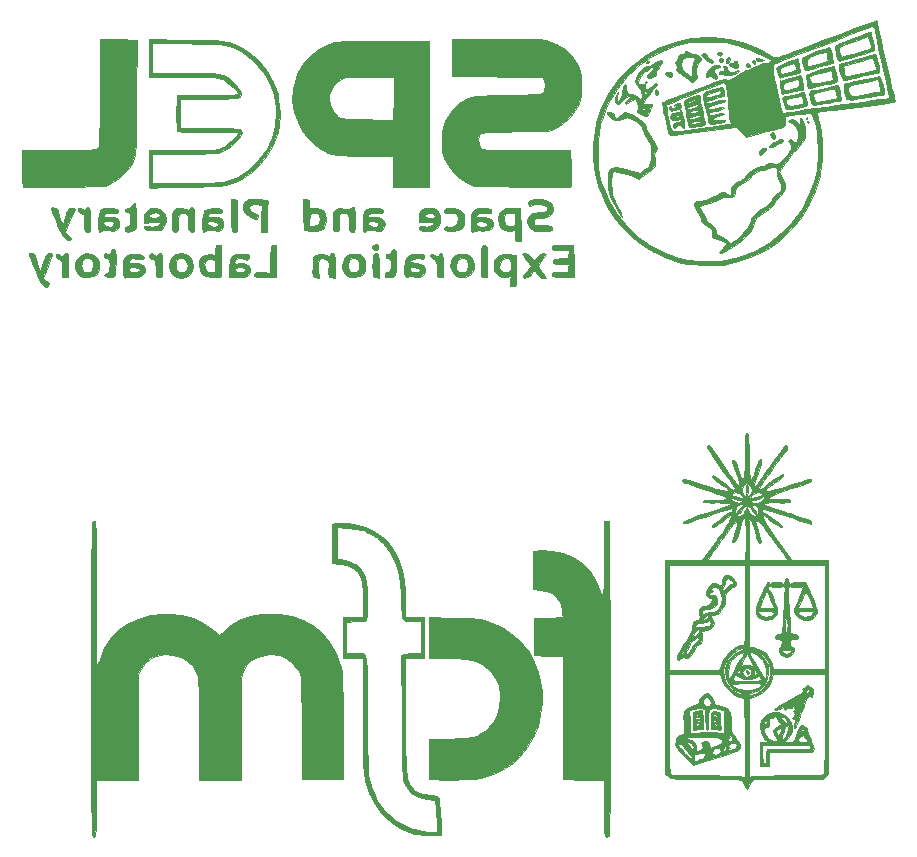
<source format=gbr>
G04 #@! TF.GenerationSoftware,KiCad,Pcbnew,(5.1.2)-2*
G04 #@! TF.CreationDate,2021-11-10T11:21:05-03:00*
G04 #@! TF.ProjectId,MAG_Plus,4d41475f-506c-4757-932e-6b696361645f,rev?*
G04 #@! TF.SameCoordinates,Original*
G04 #@! TF.FileFunction,Legend,Bot*
G04 #@! TF.FilePolarity,Positive*
%FSLAX46Y46*%
G04 Gerber Fmt 4.6, Leading zero omitted, Abs format (unit mm)*
G04 Created by KiCad (PCBNEW (5.1.2)-2) date 2021-11-10 11:21:05*
%MOMM*%
%LPD*%
G04 APERTURE LIST*
%ADD10C,0.010000*%
G04 APERTURE END LIST*
D10*
G36*
X183250172Y-216353654D02*
G01*
X183215204Y-216360473D01*
X182884012Y-216428209D01*
X182872466Y-217215425D01*
X182873611Y-217574132D01*
X182886725Y-217843017D01*
X182909212Y-217978547D01*
X182918479Y-217986529D01*
X183043317Y-217966895D01*
X183278345Y-217938919D01*
X183335472Y-217932819D01*
X183694906Y-217895221D01*
X183694906Y-217523396D01*
X183503207Y-217523396D01*
X183421012Y-217594837D01*
X183257928Y-217619245D01*
X183094852Y-217588819D01*
X183071887Y-217523396D01*
X183207079Y-217442877D01*
X183317166Y-217427547D01*
X183469820Y-217468776D01*
X183503207Y-217523396D01*
X183694906Y-217523396D01*
X183694906Y-217235849D01*
X183503207Y-217235849D01*
X183420539Y-217304936D01*
X183239622Y-217330231D01*
X183072286Y-217315918D01*
X183077346Y-217266340D01*
X183119811Y-217235849D01*
X183322265Y-217150870D01*
X183468356Y-217166759D01*
X183503207Y-217235849D01*
X183694906Y-217235849D01*
X183694906Y-217139871D01*
X183689922Y-216935177D01*
X183503207Y-216935177D01*
X183421755Y-217022914D01*
X183287547Y-217065263D01*
X183079228Y-217079052D01*
X183009603Y-217040283D01*
X183031950Y-217008134D01*
X183175971Y-216934175D01*
X183355882Y-216896467D01*
X183484868Y-216908451D01*
X183503207Y-216935177D01*
X183689922Y-216935177D01*
X183686121Y-216779134D01*
X183677658Y-216677460D01*
X183477861Y-216677460D01*
X183439606Y-216734863D01*
X183407358Y-216756604D01*
X183229238Y-216835630D01*
X183093460Y-216841900D01*
X183062175Y-216775414D01*
X183071887Y-216756604D01*
X183205397Y-216680035D01*
X183341128Y-216662223D01*
X183477861Y-216677460D01*
X183677658Y-216677460D01*
X183664300Y-216516981D01*
X183407358Y-216516981D01*
X183359434Y-216564906D01*
X183311509Y-216516981D01*
X183359434Y-216469057D01*
X183407358Y-216516981D01*
X183664300Y-216516981D01*
X183662822Y-216499236D01*
X183629594Y-216349645D01*
X183620651Y-216338629D01*
X183484819Y-216325451D01*
X183250172Y-216353654D01*
X183250172Y-216353654D01*
G37*
X183250172Y-216353654D02*
X183215204Y-216360473D01*
X182884012Y-216428209D01*
X182872466Y-217215425D01*
X182873611Y-217574132D01*
X182886725Y-217843017D01*
X182909212Y-217978547D01*
X182918479Y-217986529D01*
X183043317Y-217966895D01*
X183278345Y-217938919D01*
X183335472Y-217932819D01*
X183694906Y-217895221D01*
X183694906Y-217523396D01*
X183503207Y-217523396D01*
X183421012Y-217594837D01*
X183257928Y-217619245D01*
X183094852Y-217588819D01*
X183071887Y-217523396D01*
X183207079Y-217442877D01*
X183317166Y-217427547D01*
X183469820Y-217468776D01*
X183503207Y-217523396D01*
X183694906Y-217523396D01*
X183694906Y-217235849D01*
X183503207Y-217235849D01*
X183420539Y-217304936D01*
X183239622Y-217330231D01*
X183072286Y-217315918D01*
X183077346Y-217266340D01*
X183119811Y-217235849D01*
X183322265Y-217150870D01*
X183468356Y-217166759D01*
X183503207Y-217235849D01*
X183694906Y-217235849D01*
X183694906Y-217139871D01*
X183689922Y-216935177D01*
X183503207Y-216935177D01*
X183421755Y-217022914D01*
X183287547Y-217065263D01*
X183079228Y-217079052D01*
X183009603Y-217040283D01*
X183031950Y-217008134D01*
X183175971Y-216934175D01*
X183355882Y-216896467D01*
X183484868Y-216908451D01*
X183503207Y-216935177D01*
X183689922Y-216935177D01*
X183686121Y-216779134D01*
X183677658Y-216677460D01*
X183477861Y-216677460D01*
X183439606Y-216734863D01*
X183407358Y-216756604D01*
X183229238Y-216835630D01*
X183093460Y-216841900D01*
X183062175Y-216775414D01*
X183071887Y-216756604D01*
X183205397Y-216680035D01*
X183341128Y-216662223D01*
X183477861Y-216677460D01*
X183677658Y-216677460D01*
X183664300Y-216516981D01*
X183407358Y-216516981D01*
X183359434Y-216564906D01*
X183311509Y-216516981D01*
X183359434Y-216469057D01*
X183407358Y-216516981D01*
X183664300Y-216516981D01*
X183662822Y-216499236D01*
X183629594Y-216349645D01*
X183620651Y-216338629D01*
X183484819Y-216325451D01*
X183250172Y-216353654D01*
G36*
X184547424Y-216376232D02*
G01*
X184453179Y-216489321D01*
X184414947Y-216735314D01*
X184408026Y-217140000D01*
X184408731Y-217906793D01*
X184666998Y-217906793D01*
X184915219Y-217926034D01*
X185064509Y-217960226D01*
X185212391Y-217933876D01*
X185259860Y-217867446D01*
X185270049Y-217715972D01*
X185240342Y-217674495D01*
X185203414Y-217561167D01*
X185200551Y-217523396D01*
X184988868Y-217523396D01*
X184954933Y-217594471D01*
X184802826Y-217619245D01*
X184620008Y-217587126D01*
X184557547Y-217523396D01*
X184637572Y-217444749D01*
X184743588Y-217427547D01*
X184927077Y-217471560D01*
X184988868Y-217523396D01*
X185200551Y-217523396D01*
X185184739Y-217314866D01*
X185184878Y-217294699D01*
X185006638Y-217294699D01*
X184953688Y-217318887D01*
X184821132Y-217324961D01*
X184630014Y-217299838D01*
X184557547Y-217235849D01*
X184596130Y-217156192D01*
X184737357Y-217174919D01*
X184893019Y-217235849D01*
X185006638Y-217294699D01*
X185184878Y-217294699D01*
X185186044Y-217125456D01*
X184994746Y-217125456D01*
X184844631Y-217100418D01*
X184701321Y-217044151D01*
X184569831Y-216980545D01*
X184620672Y-216959284D01*
X184719626Y-216955039D01*
X184912640Y-216988669D01*
X184988868Y-217044151D01*
X184994746Y-217125456D01*
X185186044Y-217125456D01*
X185186517Y-217056947D01*
X185190096Y-216826996D01*
X185017588Y-216826996D01*
X184922885Y-216850032D01*
X184874713Y-216850985D01*
X184681430Y-216812998D01*
X184605472Y-216756604D01*
X184612467Y-216677578D01*
X184734668Y-216671308D01*
X184909923Y-216737794D01*
X184940943Y-216756604D01*
X185017588Y-216826996D01*
X185190096Y-216826996D01*
X185191535Y-216734570D01*
X185165662Y-216553957D01*
X185094445Y-216465881D01*
X185002743Y-216430982D01*
X184722379Y-216366600D01*
X184547424Y-216376232D01*
X184547424Y-216376232D01*
G37*
X184547424Y-216376232D02*
X184453179Y-216489321D01*
X184414947Y-216735314D01*
X184408026Y-217140000D01*
X184408731Y-217906793D01*
X184666998Y-217906793D01*
X184915219Y-217926034D01*
X185064509Y-217960226D01*
X185212391Y-217933876D01*
X185259860Y-217867446D01*
X185270049Y-217715972D01*
X185240342Y-217674495D01*
X185203414Y-217561167D01*
X185200551Y-217523396D01*
X184988868Y-217523396D01*
X184954933Y-217594471D01*
X184802826Y-217619245D01*
X184620008Y-217587126D01*
X184557547Y-217523396D01*
X184637572Y-217444749D01*
X184743588Y-217427547D01*
X184927077Y-217471560D01*
X184988868Y-217523396D01*
X185200551Y-217523396D01*
X185184739Y-217314866D01*
X185184878Y-217294699D01*
X185006638Y-217294699D01*
X184953688Y-217318887D01*
X184821132Y-217324961D01*
X184630014Y-217299838D01*
X184557547Y-217235849D01*
X184596130Y-217156192D01*
X184737357Y-217174919D01*
X184893019Y-217235849D01*
X185006638Y-217294699D01*
X185184878Y-217294699D01*
X185186044Y-217125456D01*
X184994746Y-217125456D01*
X184844631Y-217100418D01*
X184701321Y-217044151D01*
X184569831Y-216980545D01*
X184620672Y-216959284D01*
X184719626Y-216955039D01*
X184912640Y-216988669D01*
X184988868Y-217044151D01*
X184994746Y-217125456D01*
X185186044Y-217125456D01*
X185186517Y-217056947D01*
X185190096Y-216826996D01*
X185017588Y-216826996D01*
X184922885Y-216850032D01*
X184874713Y-216850985D01*
X184681430Y-216812998D01*
X184605472Y-216756604D01*
X184612467Y-216677578D01*
X184734668Y-216671308D01*
X184909923Y-216737794D01*
X184940943Y-216756604D01*
X185017588Y-216826996D01*
X185190096Y-216826996D01*
X185191535Y-216734570D01*
X185165662Y-216553957D01*
X185094445Y-216465881D01*
X185002743Y-216430982D01*
X184722379Y-216366600D01*
X184547424Y-216376232D01*
G36*
X187378342Y-197289600D02*
G01*
X187343638Y-197510010D01*
X187337170Y-197682642D01*
X187354410Y-197956024D01*
X187398492Y-198129545D01*
X187433019Y-198161887D01*
X187487695Y-198075683D01*
X187522399Y-197855273D01*
X187528868Y-197682642D01*
X187511627Y-197409259D01*
X187467545Y-197235738D01*
X187433019Y-197203396D01*
X187378342Y-197289600D01*
X187378342Y-197289600D01*
G37*
X187378342Y-197289600D02*
X187343638Y-197510010D01*
X187337170Y-197682642D01*
X187354410Y-197956024D01*
X187398492Y-198129545D01*
X187433019Y-198161887D01*
X187487695Y-198075683D01*
X187522399Y-197855273D01*
X187528868Y-197682642D01*
X187511627Y-197409259D01*
X187467545Y-197235738D01*
X187433019Y-197203396D01*
X187378342Y-197289600D01*
G36*
X190657924Y-205205236D02*
G01*
X190632941Y-205337576D01*
X190591877Y-205537544D01*
X190516578Y-205635010D01*
X190441518Y-205590912D01*
X190431154Y-205566227D01*
X190324863Y-205499398D01*
X190107603Y-205458756D01*
X189846755Y-205445937D01*
X189609695Y-205462582D01*
X189463804Y-205510329D01*
X189445849Y-205542264D01*
X189372165Y-205634430D01*
X189344343Y-205638113D01*
X189290677Y-205577845D01*
X189309760Y-205529830D01*
X189309150Y-205455628D01*
X189250378Y-205463648D01*
X189181525Y-205498705D01*
X189111350Y-205571904D01*
X189027655Y-205707546D01*
X188918240Y-205929930D01*
X188770908Y-206263356D01*
X188573458Y-206732124D01*
X188385035Y-207187398D01*
X188243228Y-207556399D01*
X188178179Y-207809862D01*
X188179686Y-208003092D01*
X188212175Y-208124456D01*
X188412936Y-208439969D01*
X188723029Y-208637796D01*
X189091080Y-208704755D01*
X189465712Y-208627662D01*
X189679703Y-208500998D01*
X189902730Y-208294890D01*
X190019473Y-208084972D01*
X190022092Y-208033984D01*
X189753498Y-208033984D01*
X189752091Y-208054176D01*
X189616564Y-208258455D01*
X189365315Y-208381304D01*
X189060148Y-208413638D01*
X188762866Y-208346368D01*
X188583207Y-208226038D01*
X188443182Y-208063129D01*
X188391435Y-207962453D01*
X188479193Y-207930093D01*
X188710840Y-207911159D01*
X189038823Y-207909214D01*
X189086341Y-207910403D01*
X189467353Y-207931365D01*
X189681584Y-207970798D01*
X189753498Y-208033984D01*
X190022092Y-208033984D01*
X190032570Y-207830076D01*
X189978663Y-207620957D01*
X189733396Y-207620957D01*
X189645941Y-207636231D01*
X189417126Y-207647031D01*
X189110377Y-207650944D01*
X188793046Y-207647192D01*
X188568643Y-207637376D01*
X188487358Y-207624216D01*
X188523445Y-207516394D01*
X188615796Y-207289063D01*
X188740547Y-206996864D01*
X188873831Y-206694436D01*
X188991785Y-206436419D01*
X189070544Y-206277453D01*
X189086027Y-206253533D01*
X189150766Y-206288345D01*
X189210251Y-206421645D01*
X189291399Y-206635669D01*
X189422009Y-206936347D01*
X189506549Y-207117750D01*
X189631684Y-207383801D01*
X189714073Y-207568572D01*
X189733396Y-207620957D01*
X189978663Y-207620957D01*
X189944655Y-207489033D01*
X189772413Y-207053450D01*
X189611621Y-206689699D01*
X189469753Y-206391442D01*
X189369103Y-206204659D01*
X189344059Y-206170076D01*
X189268599Y-206017678D01*
X189262560Y-205844159D01*
X189324722Y-205739058D01*
X189350000Y-205733962D01*
X189443064Y-205806901D01*
X189445849Y-205829811D01*
X189529037Y-205891900D01*
X189733825Y-205922207D01*
X189993048Y-205922356D01*
X190239539Y-205893972D01*
X190406134Y-205838677D01*
X190436980Y-205805849D01*
X190510666Y-205763233D01*
X190600127Y-205840505D01*
X190657537Y-205976709D01*
X190651423Y-206079169D01*
X190633037Y-206209141D01*
X190609232Y-206492537D01*
X190582728Y-206891257D01*
X190556243Y-207367198D01*
X190548825Y-207516905D01*
X190514640Y-208237601D01*
X190487440Y-208789751D01*
X190462870Y-209196172D01*
X190436575Y-209479681D01*
X190404200Y-209663094D01*
X190361391Y-209769228D01*
X190303794Y-209820900D01*
X190227052Y-209840927D01*
X190126811Y-209852124D01*
X190102485Y-209855472D01*
X189869908Y-209922408D01*
X189784607Y-210048704D01*
X189781321Y-210095094D01*
X189825076Y-210231930D01*
X189988201Y-210299007D01*
X190123456Y-210315510D01*
X190348938Y-210348194D01*
X190433067Y-210429431D01*
X190426123Y-210612792D01*
X190422970Y-210634630D01*
X190353395Y-210856070D01*
X190248570Y-210975602D01*
X190131954Y-211106954D01*
X190147932Y-211329970D01*
X190266001Y-211559428D01*
X190488123Y-211726858D01*
X190788190Y-211774808D01*
X191093008Y-211701718D01*
X191266981Y-211580755D01*
X191425691Y-211346135D01*
X191428679Y-211303495D01*
X191164349Y-211303495D01*
X191088992Y-211420052D01*
X191003396Y-211477228D01*
X190847241Y-211560663D01*
X190738919Y-211556737D01*
X190589736Y-211481533D01*
X190425478Y-211354484D01*
X190443468Y-211257963D01*
X190635126Y-211204288D01*
X190787736Y-211197359D01*
X191061171Y-211225683D01*
X191164349Y-211303495D01*
X191428679Y-211303495D01*
X191440483Y-211135056D01*
X191311867Y-210994173D01*
X191260368Y-210976159D01*
X191123767Y-210899050D01*
X191085375Y-210728554D01*
X191088818Y-210670189D01*
X190787736Y-210670189D01*
X190739811Y-210718113D01*
X190691887Y-210670189D01*
X190739811Y-210622264D01*
X190787736Y-210670189D01*
X191088818Y-210670189D01*
X191092632Y-210605546D01*
X191130897Y-210389932D01*
X191140065Y-210382642D01*
X190883585Y-210382642D01*
X190835660Y-210430566D01*
X190787736Y-210382642D01*
X190835660Y-210334717D01*
X190883585Y-210382642D01*
X191140065Y-210382642D01*
X191228464Y-210312352D01*
X191422194Y-210316665D01*
X191673611Y-210297956D01*
X191772760Y-210212124D01*
X191774779Y-210010138D01*
X191602645Y-209881155D01*
X191410443Y-209840158D01*
X191123207Y-209807547D01*
X191087590Y-209136604D01*
X190883585Y-209136604D01*
X190871692Y-209498823D01*
X190839498Y-209751292D01*
X190792231Y-209854799D01*
X190787736Y-209855472D01*
X190739440Y-209766273D01*
X190705777Y-209524818D01*
X190691976Y-209170315D01*
X190691887Y-209136604D01*
X190703780Y-208774385D01*
X190735974Y-208521916D01*
X190783241Y-208418409D01*
X190787736Y-208417736D01*
X190836032Y-208506935D01*
X190869694Y-208748390D01*
X190883495Y-209102893D01*
X190883585Y-209136604D01*
X191087590Y-209136604D01*
X191062148Y-208657359D01*
X191031390Y-208109905D01*
X190996606Y-207540941D01*
X190962722Y-207028853D01*
X190941724Y-206740378D01*
X190923794Y-206310648D01*
X190940733Y-205988315D01*
X190988143Y-205796502D01*
X191061624Y-205758331D01*
X191116883Y-205819578D01*
X191254448Y-205890934D01*
X191501963Y-205921468D01*
X191782229Y-205911876D01*
X192018046Y-205862851D01*
X192110453Y-205810642D01*
X192209713Y-205750051D01*
X192220003Y-205853090D01*
X192142728Y-206114331D01*
X191979294Y-206528349D01*
X191843559Y-206840879D01*
X191677914Y-207234846D01*
X191548170Y-207584942D01*
X191472349Y-207840358D01*
X191460163Y-207921901D01*
X191524687Y-208130268D01*
X191686693Y-208369016D01*
X191738853Y-208425109D01*
X191997823Y-208626650D01*
X192287618Y-208700913D01*
X192417170Y-208705283D01*
X192743983Y-208664870D01*
X193001185Y-208513200D01*
X193095486Y-208425109D01*
X193274855Y-208195212D01*
X193347402Y-208027699D01*
X193069691Y-208027699D01*
X192992748Y-208168632D01*
X192929484Y-208242453D01*
X192696096Y-208376488D01*
X192382971Y-208413729D01*
X192076669Y-208352747D01*
X191921509Y-208259107D01*
X191772044Y-208091613D01*
X191771354Y-207980729D01*
X191931789Y-207917271D01*
X192265696Y-207892058D01*
X192417170Y-207890566D01*
X192800614Y-207901519D01*
X193011883Y-207942946D01*
X193069691Y-208027699D01*
X193347402Y-208027699D01*
X193370686Y-207973938D01*
X193375660Y-207928351D01*
X193338408Y-207754167D01*
X193303979Y-207650944D01*
X193065873Y-207650944D01*
X191754366Y-207650944D01*
X192037768Y-207051887D01*
X192180554Y-206733662D01*
X192282400Y-206475377D01*
X192321245Y-206333019D01*
X192350088Y-206213089D01*
X192433395Y-206269575D01*
X192566729Y-206496469D01*
X192745653Y-206887760D01*
X192765484Y-206934750D01*
X193065873Y-207650944D01*
X193303979Y-207650944D01*
X193237656Y-207452102D01*
X193089914Y-207068475D01*
X192954594Y-206746827D01*
X192777450Y-206337237D01*
X192626104Y-205980563D01*
X192519093Y-205720894D01*
X192478357Y-205614151D01*
X192461429Y-205590189D01*
X192225472Y-205590189D01*
X192177547Y-205638113D01*
X192129622Y-205590189D01*
X192177547Y-205542264D01*
X192225472Y-205590189D01*
X192461429Y-205590189D01*
X192411919Y-205520107D01*
X192261627Y-205468413D01*
X191983732Y-205448169D01*
X191805146Y-205446415D01*
X191429180Y-205463830D01*
X191203570Y-205513287D01*
X191149500Y-205559234D01*
X191072324Y-205634230D01*
X190974851Y-205571766D01*
X190899925Y-205415383D01*
X190883585Y-205288998D01*
X190839338Y-205117336D01*
X190744944Y-205093132D01*
X190657924Y-205205236D01*
X190657924Y-205205236D01*
G37*
X190657924Y-205205236D02*
X190632941Y-205337576D01*
X190591877Y-205537544D01*
X190516578Y-205635010D01*
X190441518Y-205590912D01*
X190431154Y-205566227D01*
X190324863Y-205499398D01*
X190107603Y-205458756D01*
X189846755Y-205445937D01*
X189609695Y-205462582D01*
X189463804Y-205510329D01*
X189445849Y-205542264D01*
X189372165Y-205634430D01*
X189344343Y-205638113D01*
X189290677Y-205577845D01*
X189309760Y-205529830D01*
X189309150Y-205455628D01*
X189250378Y-205463648D01*
X189181525Y-205498705D01*
X189111350Y-205571904D01*
X189027655Y-205707546D01*
X188918240Y-205929930D01*
X188770908Y-206263356D01*
X188573458Y-206732124D01*
X188385035Y-207187398D01*
X188243228Y-207556399D01*
X188178179Y-207809862D01*
X188179686Y-208003092D01*
X188212175Y-208124456D01*
X188412936Y-208439969D01*
X188723029Y-208637796D01*
X189091080Y-208704755D01*
X189465712Y-208627662D01*
X189679703Y-208500998D01*
X189902730Y-208294890D01*
X190019473Y-208084972D01*
X190022092Y-208033984D01*
X189753498Y-208033984D01*
X189752091Y-208054176D01*
X189616564Y-208258455D01*
X189365315Y-208381304D01*
X189060148Y-208413638D01*
X188762866Y-208346368D01*
X188583207Y-208226038D01*
X188443182Y-208063129D01*
X188391435Y-207962453D01*
X188479193Y-207930093D01*
X188710840Y-207911159D01*
X189038823Y-207909214D01*
X189086341Y-207910403D01*
X189467353Y-207931365D01*
X189681584Y-207970798D01*
X189753498Y-208033984D01*
X190022092Y-208033984D01*
X190032570Y-207830076D01*
X189978663Y-207620957D01*
X189733396Y-207620957D01*
X189645941Y-207636231D01*
X189417126Y-207647031D01*
X189110377Y-207650944D01*
X188793046Y-207647192D01*
X188568643Y-207637376D01*
X188487358Y-207624216D01*
X188523445Y-207516394D01*
X188615796Y-207289063D01*
X188740547Y-206996864D01*
X188873831Y-206694436D01*
X188991785Y-206436419D01*
X189070544Y-206277453D01*
X189086027Y-206253533D01*
X189150766Y-206288345D01*
X189210251Y-206421645D01*
X189291399Y-206635669D01*
X189422009Y-206936347D01*
X189506549Y-207117750D01*
X189631684Y-207383801D01*
X189714073Y-207568572D01*
X189733396Y-207620957D01*
X189978663Y-207620957D01*
X189944655Y-207489033D01*
X189772413Y-207053450D01*
X189611621Y-206689699D01*
X189469753Y-206391442D01*
X189369103Y-206204659D01*
X189344059Y-206170076D01*
X189268599Y-206017678D01*
X189262560Y-205844159D01*
X189324722Y-205739058D01*
X189350000Y-205733962D01*
X189443064Y-205806901D01*
X189445849Y-205829811D01*
X189529037Y-205891900D01*
X189733825Y-205922207D01*
X189993048Y-205922356D01*
X190239539Y-205893972D01*
X190406134Y-205838677D01*
X190436980Y-205805849D01*
X190510666Y-205763233D01*
X190600127Y-205840505D01*
X190657537Y-205976709D01*
X190651423Y-206079169D01*
X190633037Y-206209141D01*
X190609232Y-206492537D01*
X190582728Y-206891257D01*
X190556243Y-207367198D01*
X190548825Y-207516905D01*
X190514640Y-208237601D01*
X190487440Y-208789751D01*
X190462870Y-209196172D01*
X190436575Y-209479681D01*
X190404200Y-209663094D01*
X190361391Y-209769228D01*
X190303794Y-209820900D01*
X190227052Y-209840927D01*
X190126811Y-209852124D01*
X190102485Y-209855472D01*
X189869908Y-209922408D01*
X189784607Y-210048704D01*
X189781321Y-210095094D01*
X189825076Y-210231930D01*
X189988201Y-210299007D01*
X190123456Y-210315510D01*
X190348938Y-210348194D01*
X190433067Y-210429431D01*
X190426123Y-210612792D01*
X190422970Y-210634630D01*
X190353395Y-210856070D01*
X190248570Y-210975602D01*
X190131954Y-211106954D01*
X190147932Y-211329970D01*
X190266001Y-211559428D01*
X190488123Y-211726858D01*
X190788190Y-211774808D01*
X191093008Y-211701718D01*
X191266981Y-211580755D01*
X191425691Y-211346135D01*
X191428679Y-211303495D01*
X191164349Y-211303495D01*
X191088992Y-211420052D01*
X191003396Y-211477228D01*
X190847241Y-211560663D01*
X190738919Y-211556737D01*
X190589736Y-211481533D01*
X190425478Y-211354484D01*
X190443468Y-211257963D01*
X190635126Y-211204288D01*
X190787736Y-211197359D01*
X191061171Y-211225683D01*
X191164349Y-211303495D01*
X191428679Y-211303495D01*
X191440483Y-211135056D01*
X191311867Y-210994173D01*
X191260368Y-210976159D01*
X191123767Y-210899050D01*
X191085375Y-210728554D01*
X191088818Y-210670189D01*
X190787736Y-210670189D01*
X190739811Y-210718113D01*
X190691887Y-210670189D01*
X190739811Y-210622264D01*
X190787736Y-210670189D01*
X191088818Y-210670189D01*
X191092632Y-210605546D01*
X191130897Y-210389932D01*
X191140065Y-210382642D01*
X190883585Y-210382642D01*
X190835660Y-210430566D01*
X190787736Y-210382642D01*
X190835660Y-210334717D01*
X190883585Y-210382642D01*
X191140065Y-210382642D01*
X191228464Y-210312352D01*
X191422194Y-210316665D01*
X191673611Y-210297956D01*
X191772760Y-210212124D01*
X191774779Y-210010138D01*
X191602645Y-209881155D01*
X191410443Y-209840158D01*
X191123207Y-209807547D01*
X191087590Y-209136604D01*
X190883585Y-209136604D01*
X190871692Y-209498823D01*
X190839498Y-209751292D01*
X190792231Y-209854799D01*
X190787736Y-209855472D01*
X190739440Y-209766273D01*
X190705777Y-209524818D01*
X190691976Y-209170315D01*
X190691887Y-209136604D01*
X190703780Y-208774385D01*
X190735974Y-208521916D01*
X190783241Y-208418409D01*
X190787736Y-208417736D01*
X190836032Y-208506935D01*
X190869694Y-208748390D01*
X190883495Y-209102893D01*
X190883585Y-209136604D01*
X191087590Y-209136604D01*
X191062148Y-208657359D01*
X191031390Y-208109905D01*
X190996606Y-207540941D01*
X190962722Y-207028853D01*
X190941724Y-206740378D01*
X190923794Y-206310648D01*
X190940733Y-205988315D01*
X190988143Y-205796502D01*
X191061624Y-205758331D01*
X191116883Y-205819578D01*
X191254448Y-205890934D01*
X191501963Y-205921468D01*
X191782229Y-205911876D01*
X192018046Y-205862851D01*
X192110453Y-205810642D01*
X192209713Y-205750051D01*
X192220003Y-205853090D01*
X192142728Y-206114331D01*
X191979294Y-206528349D01*
X191843559Y-206840879D01*
X191677914Y-207234846D01*
X191548170Y-207584942D01*
X191472349Y-207840358D01*
X191460163Y-207921901D01*
X191524687Y-208130268D01*
X191686693Y-208369016D01*
X191738853Y-208425109D01*
X191997823Y-208626650D01*
X192287618Y-208700913D01*
X192417170Y-208705283D01*
X192743983Y-208664870D01*
X193001185Y-208513200D01*
X193095486Y-208425109D01*
X193274855Y-208195212D01*
X193347402Y-208027699D01*
X193069691Y-208027699D01*
X192992748Y-208168632D01*
X192929484Y-208242453D01*
X192696096Y-208376488D01*
X192382971Y-208413729D01*
X192076669Y-208352747D01*
X191921509Y-208259107D01*
X191772044Y-208091613D01*
X191771354Y-207980729D01*
X191931789Y-207917271D01*
X192265696Y-207892058D01*
X192417170Y-207890566D01*
X192800614Y-207901519D01*
X193011883Y-207942946D01*
X193069691Y-208027699D01*
X193347402Y-208027699D01*
X193370686Y-207973938D01*
X193375660Y-207928351D01*
X193338408Y-207754167D01*
X193303979Y-207650944D01*
X193065873Y-207650944D01*
X191754366Y-207650944D01*
X192037768Y-207051887D01*
X192180554Y-206733662D01*
X192282400Y-206475377D01*
X192321245Y-206333019D01*
X192350088Y-206213089D01*
X192433395Y-206269575D01*
X192566729Y-206496469D01*
X192745653Y-206887760D01*
X192765484Y-206934750D01*
X193065873Y-207650944D01*
X193303979Y-207650944D01*
X193237656Y-207452102D01*
X193089914Y-207068475D01*
X192954594Y-206746827D01*
X192777450Y-206337237D01*
X192626104Y-205980563D01*
X192519093Y-205720894D01*
X192478357Y-205614151D01*
X192461429Y-205590189D01*
X192225472Y-205590189D01*
X192177547Y-205638113D01*
X192129622Y-205590189D01*
X192177547Y-205542264D01*
X192225472Y-205590189D01*
X192461429Y-205590189D01*
X192411919Y-205520107D01*
X192261627Y-205468413D01*
X191983732Y-205448169D01*
X191805146Y-205446415D01*
X191429180Y-205463830D01*
X191203570Y-205513287D01*
X191149500Y-205559234D01*
X191072324Y-205634230D01*
X190974851Y-205571766D01*
X190899925Y-205415383D01*
X190883585Y-205288998D01*
X190839338Y-205117336D01*
X190744944Y-205093132D01*
X190657924Y-205205236D01*
G36*
X185584387Y-204898986D02*
G01*
X185397901Y-205072140D01*
X185324488Y-205384507D01*
X185324339Y-205401686D01*
X185303314Y-205665662D01*
X185219521Y-205761650D01*
X185041888Y-205710720D01*
X184945577Y-205658526D01*
X184742206Y-205561492D01*
X184587909Y-205575627D01*
X184421447Y-205672196D01*
X184163673Y-205932758D01*
X184006838Y-206271553D01*
X183982453Y-206452224D01*
X184055370Y-206645343D01*
X184223395Y-206789592D01*
X184410440Y-206822923D01*
X184429626Y-206816880D01*
X184539690Y-206806492D01*
X184543588Y-206844915D01*
X184379814Y-207176181D01*
X184249291Y-207364141D01*
X184119888Y-207445696D01*
X184008691Y-207459245D01*
X183681186Y-207501832D01*
X183492787Y-207647840D01*
X183420604Y-207924645D01*
X183423201Y-208159491D01*
X183432842Y-208454278D01*
X183401965Y-208609702D01*
X183315306Y-208676428D01*
X183263585Y-208689257D01*
X182988704Y-208801405D01*
X182855104Y-209023911D01*
X182832264Y-209245921D01*
X182821717Y-209384472D01*
X182781370Y-209539164D01*
X182698164Y-209735102D01*
X182559042Y-209997390D01*
X182350945Y-210351130D01*
X182060813Y-210821426D01*
X181781868Y-211265195D01*
X181613410Y-211584963D01*
X181536549Y-211842818D01*
X181546524Y-212012333D01*
X181638573Y-212067077D01*
X181807934Y-211980625D01*
X181896348Y-211900498D01*
X182043644Y-211796210D01*
X182178489Y-211843714D01*
X182206030Y-211865634D01*
X182316256Y-211920686D01*
X182441785Y-211875185D01*
X182629860Y-211707746D01*
X182690086Y-211646491D01*
X182886040Y-211406623D01*
X183006140Y-211186186D01*
X183023962Y-211103888D01*
X183111546Y-210907447D01*
X183257757Y-210816178D01*
X183516221Y-210641270D01*
X183635272Y-210355634D01*
X183634311Y-210292462D01*
X183391031Y-210292462D01*
X183299694Y-210476810D01*
X183074638Y-210621218D01*
X183074343Y-210621330D01*
X182885469Y-210756522D01*
X182832264Y-210894513D01*
X182777795Y-211082251D01*
X182647075Y-211305278D01*
X182489133Y-211494389D01*
X182353000Y-211580383D01*
X182346062Y-211580755D01*
X182258600Y-211533857D01*
X182257170Y-211523657D01*
X182298345Y-211406800D01*
X182328868Y-211345097D01*
X182119733Y-211345097D01*
X182103207Y-211428972D01*
X182014334Y-211549394D01*
X181919139Y-211576881D01*
X181887537Y-211498641D01*
X181895739Y-211466934D01*
X182013044Y-211330988D01*
X182047565Y-211315151D01*
X182119733Y-211345097D01*
X182328868Y-211345097D01*
X182394638Y-211212147D01*
X182517409Y-210931298D01*
X182585117Y-210706285D01*
X182731516Y-210456364D01*
X182926894Y-210335222D01*
X183125386Y-210224534D01*
X183215207Y-210118216D01*
X183215660Y-210112221D01*
X183256418Y-210064027D01*
X183324236Y-210117406D01*
X183391031Y-210292462D01*
X183634311Y-210292462D01*
X183629617Y-209983955D01*
X183577563Y-209595862D01*
X183725030Y-209572281D01*
X183407358Y-209572281D01*
X183349357Y-209696441D01*
X183211470Y-209864242D01*
X183047872Y-210021327D01*
X182912738Y-210113336D01*
X182867312Y-210114168D01*
X182873779Y-210005512D01*
X182953944Y-209803323D01*
X182971431Y-209768530D01*
X183109889Y-209580051D01*
X183260866Y-209477282D01*
X183375206Y-209482353D01*
X183407358Y-209572281D01*
X183725030Y-209572281D01*
X183966479Y-209533672D01*
X184316848Y-209414985D01*
X184548157Y-209211729D01*
X184639936Y-208959751D01*
X184622541Y-208892219D01*
X184365849Y-208892219D01*
X184289887Y-209092728D01*
X184198113Y-209176851D01*
X184025511Y-209229973D01*
X183763052Y-209263544D01*
X183472200Y-209276158D01*
X183214421Y-209266410D01*
X183051179Y-209232894D01*
X183023962Y-209203698D01*
X183111690Y-209037706D01*
X183351427Y-208930033D01*
X183660494Y-208896981D01*
X183925208Y-208876226D01*
X184099947Y-208824227D01*
X184126226Y-208801132D01*
X184248138Y-208706954D01*
X184345104Y-208777737D01*
X184365849Y-208892219D01*
X184622541Y-208892219D01*
X184571712Y-208694898D01*
X184500233Y-208599059D01*
X184401315Y-208406342D01*
X184444598Y-208328983D01*
X184160541Y-208328983D01*
X184124427Y-208472296D01*
X183983825Y-208602040D01*
X183819538Y-208655502D01*
X183761075Y-208639015D01*
X183755357Y-208545245D01*
X183886721Y-208398401D01*
X183892170Y-208393955D01*
X184068745Y-208281385D01*
X184154343Y-208313485D01*
X184160541Y-208328983D01*
X184444598Y-208328983D01*
X184476650Y-208271697D01*
X184685650Y-208226038D01*
X184930867Y-208171169D01*
X185103326Y-208082425D01*
X185286414Y-207873733D01*
X185448589Y-207557130D01*
X185559211Y-207211589D01*
X185587639Y-206916084D01*
X185578141Y-206858595D01*
X185582398Y-206799125D01*
X185313841Y-206799125D01*
X185258142Y-207305014D01*
X185185202Y-207510858D01*
X184976633Y-207813666D01*
X184649225Y-207984610D01*
X184221492Y-208034340D01*
X183983231Y-208062549D01*
X183838856Y-208131198D01*
X183833518Y-208138540D01*
X183736610Y-208187723D01*
X183645025Y-208110842D01*
X183612727Y-207967256D01*
X183626110Y-207910392D01*
X183751617Y-207813325D01*
X184012548Y-207739601D01*
X184128818Y-207722815D01*
X184503018Y-207634910D01*
X184769178Y-207481666D01*
X184777749Y-207473342D01*
X184903969Y-207310711D01*
X184909748Y-207267547D01*
X184653396Y-207267547D01*
X184618326Y-207346442D01*
X184589497Y-207331447D01*
X184578025Y-207217696D01*
X184589497Y-207203648D01*
X184646479Y-207216805D01*
X184653396Y-207267547D01*
X184909748Y-207267547D01*
X184928226Y-207129539D01*
X184885614Y-206911646D01*
X184809369Y-206675851D01*
X184707498Y-206580644D01*
X184532374Y-206576269D01*
X184327795Y-206560350D01*
X184270000Y-206456458D01*
X184345116Y-206327068D01*
X184413773Y-206309057D01*
X184541326Y-206257301D01*
X184557547Y-206213208D01*
X184484608Y-206120144D01*
X184461698Y-206117359D01*
X184367958Y-206069508D01*
X184402974Y-205969366D01*
X184543959Y-205882049D01*
X184544044Y-205882022D01*
X184824375Y-205872431D01*
X185049949Y-206042784D01*
X185184137Y-206284463D01*
X185313841Y-206799125D01*
X185582398Y-206799125D01*
X185594686Y-206627479D01*
X185712335Y-206357201D01*
X185889736Y-206111117D01*
X186085535Y-205952584D01*
X186187064Y-205925661D01*
X186393706Y-205855813D01*
X186489654Y-205678776D01*
X186479044Y-205499811D01*
X186261378Y-205499811D01*
X186242003Y-205608061D01*
X186087899Y-205638113D01*
X185893614Y-205726782D01*
X185695880Y-205972205D01*
X185691435Y-205979687D01*
X185529977Y-206200460D01*
X185412299Y-206238909D01*
X185392872Y-206224231D01*
X185363477Y-206070601D01*
X185453865Y-205886030D01*
X185571866Y-205624127D01*
X185611887Y-205401863D01*
X185671425Y-205208635D01*
X185827651Y-205161756D01*
X186046979Y-205266941D01*
X186107547Y-205317497D01*
X186261378Y-205499811D01*
X186479044Y-205499811D01*
X186475693Y-205443309D01*
X186352610Y-205198171D01*
X186172536Y-205025350D01*
X185852935Y-204878803D01*
X185584387Y-204898986D01*
X185584387Y-204898986D01*
G37*
X185584387Y-204898986D02*
X185397901Y-205072140D01*
X185324488Y-205384507D01*
X185324339Y-205401686D01*
X185303314Y-205665662D01*
X185219521Y-205761650D01*
X185041888Y-205710720D01*
X184945577Y-205658526D01*
X184742206Y-205561492D01*
X184587909Y-205575627D01*
X184421447Y-205672196D01*
X184163673Y-205932758D01*
X184006838Y-206271553D01*
X183982453Y-206452224D01*
X184055370Y-206645343D01*
X184223395Y-206789592D01*
X184410440Y-206822923D01*
X184429626Y-206816880D01*
X184539690Y-206806492D01*
X184543588Y-206844915D01*
X184379814Y-207176181D01*
X184249291Y-207364141D01*
X184119888Y-207445696D01*
X184008691Y-207459245D01*
X183681186Y-207501832D01*
X183492787Y-207647840D01*
X183420604Y-207924645D01*
X183423201Y-208159491D01*
X183432842Y-208454278D01*
X183401965Y-208609702D01*
X183315306Y-208676428D01*
X183263585Y-208689257D01*
X182988704Y-208801405D01*
X182855104Y-209023911D01*
X182832264Y-209245921D01*
X182821717Y-209384472D01*
X182781370Y-209539164D01*
X182698164Y-209735102D01*
X182559042Y-209997390D01*
X182350945Y-210351130D01*
X182060813Y-210821426D01*
X181781868Y-211265195D01*
X181613410Y-211584963D01*
X181536549Y-211842818D01*
X181546524Y-212012333D01*
X181638573Y-212067077D01*
X181807934Y-211980625D01*
X181896348Y-211900498D01*
X182043644Y-211796210D01*
X182178489Y-211843714D01*
X182206030Y-211865634D01*
X182316256Y-211920686D01*
X182441785Y-211875185D01*
X182629860Y-211707746D01*
X182690086Y-211646491D01*
X182886040Y-211406623D01*
X183006140Y-211186186D01*
X183023962Y-211103888D01*
X183111546Y-210907447D01*
X183257757Y-210816178D01*
X183516221Y-210641270D01*
X183635272Y-210355634D01*
X183634311Y-210292462D01*
X183391031Y-210292462D01*
X183299694Y-210476810D01*
X183074638Y-210621218D01*
X183074343Y-210621330D01*
X182885469Y-210756522D01*
X182832264Y-210894513D01*
X182777795Y-211082251D01*
X182647075Y-211305278D01*
X182489133Y-211494389D01*
X182353000Y-211580383D01*
X182346062Y-211580755D01*
X182258600Y-211533857D01*
X182257170Y-211523657D01*
X182298345Y-211406800D01*
X182328868Y-211345097D01*
X182119733Y-211345097D01*
X182103207Y-211428972D01*
X182014334Y-211549394D01*
X181919139Y-211576881D01*
X181887537Y-211498641D01*
X181895739Y-211466934D01*
X182013044Y-211330988D01*
X182047565Y-211315151D01*
X182119733Y-211345097D01*
X182328868Y-211345097D01*
X182394638Y-211212147D01*
X182517409Y-210931298D01*
X182585117Y-210706285D01*
X182731516Y-210456364D01*
X182926894Y-210335222D01*
X183125386Y-210224534D01*
X183215207Y-210118216D01*
X183215660Y-210112221D01*
X183256418Y-210064027D01*
X183324236Y-210117406D01*
X183391031Y-210292462D01*
X183634311Y-210292462D01*
X183629617Y-209983955D01*
X183577563Y-209595862D01*
X183725030Y-209572281D01*
X183407358Y-209572281D01*
X183349357Y-209696441D01*
X183211470Y-209864242D01*
X183047872Y-210021327D01*
X182912738Y-210113336D01*
X182867312Y-210114168D01*
X182873779Y-210005512D01*
X182953944Y-209803323D01*
X182971431Y-209768530D01*
X183109889Y-209580051D01*
X183260866Y-209477282D01*
X183375206Y-209482353D01*
X183407358Y-209572281D01*
X183725030Y-209572281D01*
X183966479Y-209533672D01*
X184316848Y-209414985D01*
X184548157Y-209211729D01*
X184639936Y-208959751D01*
X184622541Y-208892219D01*
X184365849Y-208892219D01*
X184289887Y-209092728D01*
X184198113Y-209176851D01*
X184025511Y-209229973D01*
X183763052Y-209263544D01*
X183472200Y-209276158D01*
X183214421Y-209266410D01*
X183051179Y-209232894D01*
X183023962Y-209203698D01*
X183111690Y-209037706D01*
X183351427Y-208930033D01*
X183660494Y-208896981D01*
X183925208Y-208876226D01*
X184099947Y-208824227D01*
X184126226Y-208801132D01*
X184248138Y-208706954D01*
X184345104Y-208777737D01*
X184365849Y-208892219D01*
X184622541Y-208892219D01*
X184571712Y-208694898D01*
X184500233Y-208599059D01*
X184401315Y-208406342D01*
X184444598Y-208328983D01*
X184160541Y-208328983D01*
X184124427Y-208472296D01*
X183983825Y-208602040D01*
X183819538Y-208655502D01*
X183761075Y-208639015D01*
X183755357Y-208545245D01*
X183886721Y-208398401D01*
X183892170Y-208393955D01*
X184068745Y-208281385D01*
X184154343Y-208313485D01*
X184160541Y-208328983D01*
X184444598Y-208328983D01*
X184476650Y-208271697D01*
X184685650Y-208226038D01*
X184930867Y-208171169D01*
X185103326Y-208082425D01*
X185286414Y-207873733D01*
X185448589Y-207557130D01*
X185559211Y-207211589D01*
X185587639Y-206916084D01*
X185578141Y-206858595D01*
X185582398Y-206799125D01*
X185313841Y-206799125D01*
X185258142Y-207305014D01*
X185185202Y-207510858D01*
X184976633Y-207813666D01*
X184649225Y-207984610D01*
X184221492Y-208034340D01*
X183983231Y-208062549D01*
X183838856Y-208131198D01*
X183833518Y-208138540D01*
X183736610Y-208187723D01*
X183645025Y-208110842D01*
X183612727Y-207967256D01*
X183626110Y-207910392D01*
X183751617Y-207813325D01*
X184012548Y-207739601D01*
X184128818Y-207722815D01*
X184503018Y-207634910D01*
X184769178Y-207481666D01*
X184777749Y-207473342D01*
X184903969Y-207310711D01*
X184909748Y-207267547D01*
X184653396Y-207267547D01*
X184618326Y-207346442D01*
X184589497Y-207331447D01*
X184578025Y-207217696D01*
X184589497Y-207203648D01*
X184646479Y-207216805D01*
X184653396Y-207267547D01*
X184909748Y-207267547D01*
X184928226Y-207129539D01*
X184885614Y-206911646D01*
X184809369Y-206675851D01*
X184707498Y-206580644D01*
X184532374Y-206576269D01*
X184327795Y-206560350D01*
X184270000Y-206456458D01*
X184345116Y-206327068D01*
X184413773Y-206309057D01*
X184541326Y-206257301D01*
X184557547Y-206213208D01*
X184484608Y-206120144D01*
X184461698Y-206117359D01*
X184367958Y-206069508D01*
X184402974Y-205969366D01*
X184543959Y-205882049D01*
X184544044Y-205882022D01*
X184824375Y-205872431D01*
X185049949Y-206042784D01*
X185184137Y-206284463D01*
X185313841Y-206799125D01*
X185582398Y-206799125D01*
X185594686Y-206627479D01*
X185712335Y-206357201D01*
X185889736Y-206111117D01*
X186085535Y-205952584D01*
X186187064Y-205925661D01*
X186393706Y-205855813D01*
X186489654Y-205678776D01*
X186479044Y-205499811D01*
X186261378Y-205499811D01*
X186242003Y-205608061D01*
X186087899Y-205638113D01*
X185893614Y-205726782D01*
X185695880Y-205972205D01*
X185691435Y-205979687D01*
X185529977Y-206200460D01*
X185412299Y-206238909D01*
X185392872Y-206224231D01*
X185363477Y-206070601D01*
X185453865Y-205886030D01*
X185571866Y-205624127D01*
X185611887Y-205401863D01*
X185671425Y-205208635D01*
X185827651Y-205161756D01*
X186046979Y-205266941D01*
X186107547Y-205317497D01*
X186261378Y-205499811D01*
X186479044Y-205499811D01*
X186475693Y-205443309D01*
X186352610Y-205198171D01*
X186172536Y-205025350D01*
X185852935Y-204878803D01*
X185584387Y-204898986D01*
G36*
X187337170Y-213058428D02*
G01*
X187414343Y-213190464D01*
X187488931Y-213210189D01*
X187600719Y-213154458D01*
X187602751Y-213096368D01*
X187507349Y-212969793D01*
X187392496Y-212953700D01*
X187337170Y-213058428D01*
X187337170Y-213058428D01*
G37*
X187337170Y-213058428D02*
X187414343Y-213190464D01*
X187488931Y-213210189D01*
X187600719Y-213154458D01*
X187602751Y-213096368D01*
X187507349Y-212969793D01*
X187392496Y-212953700D01*
X187337170Y-213058428D01*
G36*
X183858452Y-214915040D02*
G01*
X183659630Y-215098084D01*
X183490759Y-215323944D01*
X183408689Y-215527809D01*
X183407358Y-215549913D01*
X183375246Y-215696157D01*
X183248445Y-215797235D01*
X182981265Y-215887864D01*
X182952075Y-215895805D01*
X182629412Y-216011829D01*
X182351782Y-216159961D01*
X182274131Y-216219094D01*
X182172625Y-216323779D01*
X182109369Y-216444618D01*
X182077099Y-216624503D01*
X182068552Y-216906329D01*
X182076461Y-217332990D01*
X182077704Y-217378946D01*
X182103940Y-218338113D01*
X181773196Y-218447311D01*
X181537343Y-218559543D01*
X181447698Y-218712946D01*
X181442453Y-218782783D01*
X181410610Y-219013603D01*
X181363858Y-219130568D01*
X181373823Y-219289836D01*
X181535763Y-219557232D01*
X181846408Y-219928421D01*
X182302493Y-220399069D01*
X182369447Y-220464559D01*
X182880189Y-220961571D01*
X183934528Y-220619575D01*
X184734414Y-220360404D01*
X185371049Y-220153518D01*
X185524867Y-220102710D01*
X183886604Y-220102710D01*
X183828397Y-220268429D01*
X183630962Y-220414718D01*
X183479245Y-220486400D01*
X183230526Y-220583772D01*
X183065609Y-220630010D01*
X183033919Y-220628212D01*
X183000321Y-220518862D01*
X182985895Y-220405192D01*
X182753798Y-220405192D01*
X182631679Y-220353338D01*
X182396331Y-220150424D01*
X182160617Y-219904970D01*
X181915653Y-219622568D01*
X181737033Y-219391624D01*
X181652206Y-219248740D01*
X181650514Y-219224717D01*
X181728660Y-219161143D01*
X181846395Y-219201967D01*
X182026101Y-219363482D01*
X182290157Y-219661982D01*
X182351006Y-219734681D01*
X182622438Y-220087834D01*
X182753709Y-220314015D01*
X182753798Y-220405192D01*
X182985895Y-220405192D01*
X182973177Y-220304989D01*
X182988205Y-220097637D01*
X183059069Y-220014417D01*
X183219736Y-219998978D01*
X183475572Y-219962312D01*
X183527170Y-219953951D01*
X183761953Y-219927126D01*
X183863883Y-219966930D01*
X183886585Y-220095556D01*
X183886604Y-220102710D01*
X185524867Y-220102710D01*
X185863171Y-219990965D01*
X186229518Y-219864798D01*
X186488828Y-219767066D01*
X186659840Y-219689821D01*
X186761291Y-219625112D01*
X186811921Y-219564990D01*
X186830466Y-219501506D01*
X186835665Y-219426711D01*
X186838613Y-219387555D01*
X186821369Y-219270485D01*
X186570377Y-219270485D01*
X186500910Y-219477378D01*
X186306792Y-219594924D01*
X185994723Y-219682772D01*
X185828847Y-219668787D01*
X185803585Y-219616101D01*
X185811661Y-219608113D01*
X185700169Y-219608113D01*
X185680041Y-219754796D01*
X185641917Y-219744164D01*
X185640642Y-219741041D01*
X185581319Y-219658379D01*
X185505903Y-219741041D01*
X185445318Y-219782501D01*
X185445269Y-219782205D01*
X185273362Y-219782205D01*
X185171758Y-219929488D01*
X185003022Y-220016113D01*
X184706500Y-220101915D01*
X184539779Y-220059987D01*
X184508628Y-219959560D01*
X184262433Y-219959560D01*
X184244810Y-220083878D01*
X184212091Y-220085362D01*
X184189210Y-219957078D01*
X184204524Y-219901651D01*
X184247084Y-219865345D01*
X184262433Y-219959560D01*
X184508628Y-219959560D01*
X184485722Y-219885718D01*
X184485660Y-219876898D01*
X184562622Y-219674080D01*
X184747472Y-219534811D01*
X184971153Y-219486299D01*
X185164611Y-219555755D01*
X185200520Y-219595231D01*
X185273362Y-219782205D01*
X185445269Y-219782205D01*
X185422227Y-219644830D01*
X185421656Y-219608113D01*
X185466490Y-219397274D01*
X185563962Y-219344528D01*
X185677112Y-219427891D01*
X185700169Y-219608113D01*
X185811661Y-219608113D01*
X185879692Y-219540827D01*
X185923396Y-219534759D01*
X185973585Y-219502413D01*
X185900235Y-219442901D01*
X185818973Y-219330062D01*
X185917503Y-219220234D01*
X186184083Y-219124402D01*
X186258868Y-219107388D01*
X186471033Y-219077260D01*
X186555937Y-219130837D01*
X186570377Y-219270485D01*
X186821369Y-219270485D01*
X186792842Y-219076832D01*
X186670877Y-218917417D01*
X186525035Y-218747536D01*
X186484459Y-218649623D01*
X186184850Y-218649623D01*
X186161487Y-218870338D01*
X186066654Y-218954387D01*
X185995283Y-218961132D01*
X185840412Y-218931022D01*
X185805716Y-218889245D01*
X185819098Y-218860420D01*
X185309293Y-218860420D01*
X185305003Y-218997120D01*
X185198076Y-219168696D01*
X184965496Y-219256866D01*
X184702746Y-219336863D01*
X184511347Y-219438946D01*
X184401347Y-219500576D01*
X184328732Y-219439923D01*
X184270692Y-219228026D01*
X184248243Y-219104906D01*
X184179611Y-218968788D01*
X184004181Y-218938353D01*
X183931837Y-218944442D01*
X183683105Y-218987661D01*
X183598382Y-219065097D01*
X183649976Y-219210815D01*
X183677819Y-219256937D01*
X183748836Y-219473262D01*
X183643896Y-219635177D01*
X183469437Y-219723388D01*
X183244656Y-219765779D01*
X183143188Y-219690208D01*
X183158513Y-219573624D01*
X183161348Y-219446904D01*
X182928113Y-219446904D01*
X182901504Y-219594597D01*
X182811594Y-219594866D01*
X182643257Y-219441920D01*
X182508268Y-219286196D01*
X182354355Y-219076998D01*
X182283294Y-218930619D01*
X182287089Y-218899264D01*
X182400974Y-218902705D01*
X182577117Y-219009725D01*
X182759852Y-219172768D01*
X182893513Y-219344277D01*
X182928113Y-219446904D01*
X183161348Y-219446904D01*
X183164255Y-219317008D01*
X183018294Y-219067720D01*
X182755034Y-218879040D01*
X182693976Y-218854216D01*
X182474050Y-218756509D01*
X182358261Y-218669604D01*
X182353019Y-218654330D01*
X182442187Y-218621321D01*
X182682971Y-218592691D01*
X183035289Y-218572110D01*
X183335472Y-218564338D01*
X184014814Y-218559773D01*
X184524708Y-218570335D01*
X184887130Y-218600852D01*
X185124052Y-218656153D01*
X185257448Y-218741066D01*
X185309293Y-218860420D01*
X185819098Y-218860420D01*
X185860951Y-218770275D01*
X185991285Y-218582862D01*
X185995283Y-218577736D01*
X186182718Y-218338113D01*
X186184850Y-218649623D01*
X186484459Y-218649623D01*
X186474528Y-218625661D01*
X186409330Y-218481134D01*
X186282830Y-218338113D01*
X186185055Y-218220670D01*
X186126805Y-218055220D01*
X186098644Y-217794432D01*
X186091137Y-217390977D01*
X186091132Y-217376504D01*
X186080042Y-216937385D01*
X186043260Y-216655624D01*
X185975519Y-216497970D01*
X185947358Y-216469057D01*
X185841295Y-216332579D01*
X185532012Y-216332579D01*
X185528019Y-217263459D01*
X185525923Y-217667112D01*
X185523539Y-217994507D01*
X185521228Y-218201200D01*
X185520031Y-218248723D01*
X185439927Y-218265624D01*
X185300377Y-218234029D01*
X185116396Y-218206949D01*
X184792536Y-218189097D01*
X184380480Y-218182526D01*
X184078302Y-218185506D01*
X183633526Y-218195837D01*
X183239845Y-218207239D01*
X182949954Y-218218067D01*
X182840268Y-218224163D01*
X182735670Y-218225725D01*
X182667647Y-218188023D01*
X182627200Y-218076989D01*
X182605329Y-217858558D01*
X182593034Y-217498661D01*
X182587965Y-217269110D01*
X182567279Y-216295955D01*
X182996891Y-216175671D01*
X183428474Y-216106588D01*
X183673688Y-216142411D01*
X183791444Y-216193046D01*
X183864658Y-216271086D01*
X183904391Y-216417520D01*
X183921707Y-216673338D01*
X183927669Y-217079529D01*
X183927701Y-217083594D01*
X183942678Y-217551797D01*
X183979939Y-217843197D01*
X184041442Y-217971608D01*
X184054339Y-217978185D01*
X184112948Y-217948295D01*
X184150240Y-217795198D01*
X184169501Y-217494990D01*
X184174151Y-217106522D01*
X184180537Y-216639615D01*
X184216549Y-216337704D01*
X184307471Y-216174134D01*
X184478584Y-216122251D01*
X184755173Y-216155402D01*
X185020817Y-216213940D01*
X185532012Y-216332579D01*
X185841295Y-216332579D01*
X185825908Y-216312781D01*
X185803585Y-216230795D01*
X185716287Y-216147388D01*
X185484700Y-216055746D01*
X185228490Y-215989811D01*
X184911107Y-215915761D01*
X184738664Y-215845337D01*
X184667361Y-215748636D01*
X184666055Y-215734466D01*
X184366086Y-215734466D01*
X184303177Y-215924406D01*
X184297549Y-215930312D01*
X184159519Y-215972294D01*
X183986040Y-215970250D01*
X183779628Y-215882682D01*
X183711166Y-215718322D01*
X183748590Y-215476308D01*
X183846535Y-215310188D01*
X183982730Y-215185885D01*
X184094245Y-215205594D01*
X184189708Y-215285023D01*
X184323213Y-215491122D01*
X184366086Y-215734466D01*
X184666055Y-215734466D01*
X184653396Y-215597197D01*
X184588589Y-215371250D01*
X184429534Y-215126729D01*
X184229281Y-214928142D01*
X184040877Y-214839993D01*
X184030377Y-214839623D01*
X183858452Y-214915040D01*
X183858452Y-214915040D01*
G37*
X183858452Y-214915040D02*
X183659630Y-215098084D01*
X183490759Y-215323944D01*
X183408689Y-215527809D01*
X183407358Y-215549913D01*
X183375246Y-215696157D01*
X183248445Y-215797235D01*
X182981265Y-215887864D01*
X182952075Y-215895805D01*
X182629412Y-216011829D01*
X182351782Y-216159961D01*
X182274131Y-216219094D01*
X182172625Y-216323779D01*
X182109369Y-216444618D01*
X182077099Y-216624503D01*
X182068552Y-216906329D01*
X182076461Y-217332990D01*
X182077704Y-217378946D01*
X182103940Y-218338113D01*
X181773196Y-218447311D01*
X181537343Y-218559543D01*
X181447698Y-218712946D01*
X181442453Y-218782783D01*
X181410610Y-219013603D01*
X181363858Y-219130568D01*
X181373823Y-219289836D01*
X181535763Y-219557232D01*
X181846408Y-219928421D01*
X182302493Y-220399069D01*
X182369447Y-220464559D01*
X182880189Y-220961571D01*
X183934528Y-220619575D01*
X184734414Y-220360404D01*
X185371049Y-220153518D01*
X185524867Y-220102710D01*
X183886604Y-220102710D01*
X183828397Y-220268429D01*
X183630962Y-220414718D01*
X183479245Y-220486400D01*
X183230526Y-220583772D01*
X183065609Y-220630010D01*
X183033919Y-220628212D01*
X183000321Y-220518862D01*
X182985895Y-220405192D01*
X182753798Y-220405192D01*
X182631679Y-220353338D01*
X182396331Y-220150424D01*
X182160617Y-219904970D01*
X181915653Y-219622568D01*
X181737033Y-219391624D01*
X181652206Y-219248740D01*
X181650514Y-219224717D01*
X181728660Y-219161143D01*
X181846395Y-219201967D01*
X182026101Y-219363482D01*
X182290157Y-219661982D01*
X182351006Y-219734681D01*
X182622438Y-220087834D01*
X182753709Y-220314015D01*
X182753798Y-220405192D01*
X182985895Y-220405192D01*
X182973177Y-220304989D01*
X182988205Y-220097637D01*
X183059069Y-220014417D01*
X183219736Y-219998978D01*
X183475572Y-219962312D01*
X183527170Y-219953951D01*
X183761953Y-219927126D01*
X183863883Y-219966930D01*
X183886585Y-220095556D01*
X183886604Y-220102710D01*
X185524867Y-220102710D01*
X185863171Y-219990965D01*
X186229518Y-219864798D01*
X186488828Y-219767066D01*
X186659840Y-219689821D01*
X186761291Y-219625112D01*
X186811921Y-219564990D01*
X186830466Y-219501506D01*
X186835665Y-219426711D01*
X186838613Y-219387555D01*
X186821369Y-219270485D01*
X186570377Y-219270485D01*
X186500910Y-219477378D01*
X186306792Y-219594924D01*
X185994723Y-219682772D01*
X185828847Y-219668787D01*
X185803585Y-219616101D01*
X185811661Y-219608113D01*
X185700169Y-219608113D01*
X185680041Y-219754796D01*
X185641917Y-219744164D01*
X185640642Y-219741041D01*
X185581319Y-219658379D01*
X185505903Y-219741041D01*
X185445318Y-219782501D01*
X185445269Y-219782205D01*
X185273362Y-219782205D01*
X185171758Y-219929488D01*
X185003022Y-220016113D01*
X184706500Y-220101915D01*
X184539779Y-220059987D01*
X184508628Y-219959560D01*
X184262433Y-219959560D01*
X184244810Y-220083878D01*
X184212091Y-220085362D01*
X184189210Y-219957078D01*
X184204524Y-219901651D01*
X184247084Y-219865345D01*
X184262433Y-219959560D01*
X184508628Y-219959560D01*
X184485722Y-219885718D01*
X184485660Y-219876898D01*
X184562622Y-219674080D01*
X184747472Y-219534811D01*
X184971153Y-219486299D01*
X185164611Y-219555755D01*
X185200520Y-219595231D01*
X185273362Y-219782205D01*
X185445269Y-219782205D01*
X185422227Y-219644830D01*
X185421656Y-219608113D01*
X185466490Y-219397274D01*
X185563962Y-219344528D01*
X185677112Y-219427891D01*
X185700169Y-219608113D01*
X185811661Y-219608113D01*
X185879692Y-219540827D01*
X185923396Y-219534759D01*
X185973585Y-219502413D01*
X185900235Y-219442901D01*
X185818973Y-219330062D01*
X185917503Y-219220234D01*
X186184083Y-219124402D01*
X186258868Y-219107388D01*
X186471033Y-219077260D01*
X186555937Y-219130837D01*
X186570377Y-219270485D01*
X186821369Y-219270485D01*
X186792842Y-219076832D01*
X186670877Y-218917417D01*
X186525035Y-218747536D01*
X186484459Y-218649623D01*
X186184850Y-218649623D01*
X186161487Y-218870338D01*
X186066654Y-218954387D01*
X185995283Y-218961132D01*
X185840412Y-218931022D01*
X185805716Y-218889245D01*
X185819098Y-218860420D01*
X185309293Y-218860420D01*
X185305003Y-218997120D01*
X185198076Y-219168696D01*
X184965496Y-219256866D01*
X184702746Y-219336863D01*
X184511347Y-219438946D01*
X184401347Y-219500576D01*
X184328732Y-219439923D01*
X184270692Y-219228026D01*
X184248243Y-219104906D01*
X184179611Y-218968788D01*
X184004181Y-218938353D01*
X183931837Y-218944442D01*
X183683105Y-218987661D01*
X183598382Y-219065097D01*
X183649976Y-219210815D01*
X183677819Y-219256937D01*
X183748836Y-219473262D01*
X183643896Y-219635177D01*
X183469437Y-219723388D01*
X183244656Y-219765779D01*
X183143188Y-219690208D01*
X183158513Y-219573624D01*
X183161348Y-219446904D01*
X182928113Y-219446904D01*
X182901504Y-219594597D01*
X182811594Y-219594866D01*
X182643257Y-219441920D01*
X182508268Y-219286196D01*
X182354355Y-219076998D01*
X182283294Y-218930619D01*
X182287089Y-218899264D01*
X182400974Y-218902705D01*
X182577117Y-219009725D01*
X182759852Y-219172768D01*
X182893513Y-219344277D01*
X182928113Y-219446904D01*
X183161348Y-219446904D01*
X183164255Y-219317008D01*
X183018294Y-219067720D01*
X182755034Y-218879040D01*
X182693976Y-218854216D01*
X182474050Y-218756509D01*
X182358261Y-218669604D01*
X182353019Y-218654330D01*
X182442187Y-218621321D01*
X182682971Y-218592691D01*
X183035289Y-218572110D01*
X183335472Y-218564338D01*
X184014814Y-218559773D01*
X184524708Y-218570335D01*
X184887130Y-218600852D01*
X185124052Y-218656153D01*
X185257448Y-218741066D01*
X185309293Y-218860420D01*
X185819098Y-218860420D01*
X185860951Y-218770275D01*
X185991285Y-218582862D01*
X185995283Y-218577736D01*
X186182718Y-218338113D01*
X186184850Y-218649623D01*
X186484459Y-218649623D01*
X186474528Y-218625661D01*
X186409330Y-218481134D01*
X186282830Y-218338113D01*
X186185055Y-218220670D01*
X186126805Y-218055220D01*
X186098644Y-217794432D01*
X186091137Y-217390977D01*
X186091132Y-217376504D01*
X186080042Y-216937385D01*
X186043260Y-216655624D01*
X185975519Y-216497970D01*
X185947358Y-216469057D01*
X185841295Y-216332579D01*
X185532012Y-216332579D01*
X185528019Y-217263459D01*
X185525923Y-217667112D01*
X185523539Y-217994507D01*
X185521228Y-218201200D01*
X185520031Y-218248723D01*
X185439927Y-218265624D01*
X185300377Y-218234029D01*
X185116396Y-218206949D01*
X184792536Y-218189097D01*
X184380480Y-218182526D01*
X184078302Y-218185506D01*
X183633526Y-218195837D01*
X183239845Y-218207239D01*
X182949954Y-218218067D01*
X182840268Y-218224163D01*
X182735670Y-218225725D01*
X182667647Y-218188023D01*
X182627200Y-218076989D01*
X182605329Y-217858558D01*
X182593034Y-217498661D01*
X182587965Y-217269110D01*
X182567279Y-216295955D01*
X182996891Y-216175671D01*
X183428474Y-216106588D01*
X183673688Y-216142411D01*
X183791444Y-216193046D01*
X183864658Y-216271086D01*
X183904391Y-216417520D01*
X183921707Y-216673338D01*
X183927669Y-217079529D01*
X183927701Y-217083594D01*
X183942678Y-217551797D01*
X183979939Y-217843197D01*
X184041442Y-217971608D01*
X184054339Y-217978185D01*
X184112948Y-217948295D01*
X184150240Y-217795198D01*
X184169501Y-217494990D01*
X184174151Y-217106522D01*
X184180537Y-216639615D01*
X184216549Y-216337704D01*
X184307471Y-216174134D01*
X184478584Y-216122251D01*
X184755173Y-216155402D01*
X185020817Y-216213940D01*
X185532012Y-216332579D01*
X185841295Y-216332579D01*
X185825908Y-216312781D01*
X185803585Y-216230795D01*
X185716287Y-216147388D01*
X185484700Y-216055746D01*
X185228490Y-215989811D01*
X184911107Y-215915761D01*
X184738664Y-215845337D01*
X184667361Y-215748636D01*
X184666055Y-215734466D01*
X184366086Y-215734466D01*
X184303177Y-215924406D01*
X184297549Y-215930312D01*
X184159519Y-215972294D01*
X183986040Y-215970250D01*
X183779628Y-215882682D01*
X183711166Y-215718322D01*
X183748590Y-215476308D01*
X183846535Y-215310188D01*
X183982730Y-215185885D01*
X184094245Y-215205594D01*
X184189708Y-215285023D01*
X184323213Y-215491122D01*
X184366086Y-215734466D01*
X184666055Y-215734466D01*
X184653396Y-215597197D01*
X184588589Y-215371250D01*
X184429534Y-215126729D01*
X184229281Y-214928142D01*
X184040877Y-214839993D01*
X184030377Y-214839623D01*
X183858452Y-214915040D01*
G36*
X192539032Y-214214106D02*
G01*
X192478560Y-214288491D01*
X192324358Y-214423733D01*
X192228612Y-214456227D01*
X192150961Y-214524607D01*
X192160828Y-214590995D01*
X192168271Y-214695732D01*
X192095567Y-214811042D01*
X191921087Y-214953663D01*
X191623199Y-215140339D01*
X191180271Y-215387809D01*
X191018787Y-215474847D01*
X190626215Y-215688247D01*
X190275882Y-215883991D01*
X190016438Y-216034633D01*
X189922915Y-216093107D01*
X189778039Y-216223210D01*
X189786126Y-216295424D01*
X189914927Y-216301306D01*
X190132195Y-216232413D01*
X190245194Y-216177480D01*
X190468854Y-216068681D01*
X190572069Y-216057842D01*
X190596038Y-216133399D01*
X190647735Y-216261071D01*
X190691887Y-216277359D01*
X190783271Y-216203103D01*
X190787736Y-216171119D01*
X190866154Y-216107174D01*
X191019426Y-216123029D01*
X191224718Y-216126860D01*
X191294992Y-216061533D01*
X191359823Y-215991566D01*
X191469859Y-216065689D01*
X191550805Y-216181029D01*
X191465858Y-216272881D01*
X191458679Y-216277359D01*
X191370067Y-216380591D01*
X191429265Y-216477982D01*
X191487135Y-216607131D01*
X191409876Y-216791900D01*
X191393477Y-216817445D01*
X191299376Y-216979079D01*
X191321722Y-217037286D01*
X191409986Y-217044151D01*
X191527641Y-217096767D01*
X191516450Y-217196829D01*
X191409488Y-217546126D01*
X191397661Y-217776081D01*
X191441576Y-217848298D01*
X191536515Y-217812653D01*
X191633425Y-217645428D01*
X191634301Y-217643094D01*
X191709208Y-217440360D01*
X191829817Y-217111499D01*
X191976334Y-216710547D01*
X192064364Y-216469057D01*
X192261675Y-215927127D01*
X192405077Y-215540945D01*
X192507643Y-215286645D01*
X192582448Y-215140359D01*
X192642564Y-215078222D01*
X192701064Y-215076366D01*
X192771023Y-215110924D01*
X192799660Y-215126685D01*
X192946513Y-215179944D01*
X192992095Y-215098457D01*
X192993573Y-215058655D01*
X193019574Y-214825109D01*
X193041031Y-214725788D01*
X192742402Y-214725788D01*
X192650010Y-214844566D01*
X192529597Y-214890822D01*
X192502158Y-214880835D01*
X192424126Y-214749066D01*
X192417170Y-214690192D01*
X192488643Y-214574070D01*
X192639727Y-214559429D01*
X192735835Y-214615143D01*
X192742402Y-214725788D01*
X193041031Y-214725788D01*
X193052676Y-214671887D01*
X193061246Y-214501411D01*
X192960281Y-214456227D01*
X192790924Y-214381707D01*
X192709550Y-214288491D01*
X192621952Y-214173102D01*
X192539032Y-214214106D01*
X192539032Y-214214106D01*
G37*
X192539032Y-214214106D02*
X192478560Y-214288491D01*
X192324358Y-214423733D01*
X192228612Y-214456227D01*
X192150961Y-214524607D01*
X192160828Y-214590995D01*
X192168271Y-214695732D01*
X192095567Y-214811042D01*
X191921087Y-214953663D01*
X191623199Y-215140339D01*
X191180271Y-215387809D01*
X191018787Y-215474847D01*
X190626215Y-215688247D01*
X190275882Y-215883991D01*
X190016438Y-216034633D01*
X189922915Y-216093107D01*
X189778039Y-216223210D01*
X189786126Y-216295424D01*
X189914927Y-216301306D01*
X190132195Y-216232413D01*
X190245194Y-216177480D01*
X190468854Y-216068681D01*
X190572069Y-216057842D01*
X190596038Y-216133399D01*
X190647735Y-216261071D01*
X190691887Y-216277359D01*
X190783271Y-216203103D01*
X190787736Y-216171119D01*
X190866154Y-216107174D01*
X191019426Y-216123029D01*
X191224718Y-216126860D01*
X191294992Y-216061533D01*
X191359823Y-215991566D01*
X191469859Y-216065689D01*
X191550805Y-216181029D01*
X191465858Y-216272881D01*
X191458679Y-216277359D01*
X191370067Y-216380591D01*
X191429265Y-216477982D01*
X191487135Y-216607131D01*
X191409876Y-216791900D01*
X191393477Y-216817445D01*
X191299376Y-216979079D01*
X191321722Y-217037286D01*
X191409986Y-217044151D01*
X191527641Y-217096767D01*
X191516450Y-217196829D01*
X191409488Y-217546126D01*
X191397661Y-217776081D01*
X191441576Y-217848298D01*
X191536515Y-217812653D01*
X191633425Y-217645428D01*
X191634301Y-217643094D01*
X191709208Y-217440360D01*
X191829817Y-217111499D01*
X191976334Y-216710547D01*
X192064364Y-216469057D01*
X192261675Y-215927127D01*
X192405077Y-215540945D01*
X192507643Y-215286645D01*
X192582448Y-215140359D01*
X192642564Y-215078222D01*
X192701064Y-215076366D01*
X192771023Y-215110924D01*
X192799660Y-215126685D01*
X192946513Y-215179944D01*
X192992095Y-215098457D01*
X192993573Y-215058655D01*
X193019574Y-214825109D01*
X193041031Y-214725788D01*
X192742402Y-214725788D01*
X192650010Y-214844566D01*
X192529597Y-214890822D01*
X192502158Y-214880835D01*
X192424126Y-214749066D01*
X192417170Y-214690192D01*
X192488643Y-214574070D01*
X192639727Y-214559429D01*
X192735835Y-214615143D01*
X192742402Y-214725788D01*
X193041031Y-214725788D01*
X193052676Y-214671887D01*
X193061246Y-214501411D01*
X192960281Y-214456227D01*
X192790924Y-214381707D01*
X192709550Y-214288491D01*
X192621952Y-214173102D01*
X192539032Y-214214106D01*
G36*
X189627153Y-216500171D02*
G01*
X189196140Y-216666993D01*
X189193506Y-216668616D01*
X188844686Y-216939583D01*
X188653071Y-217250282D01*
X188585225Y-217660560D01*
X188583566Y-217760384D01*
X188621159Y-218099207D01*
X188718210Y-218428759D01*
X188851851Y-218696123D01*
X188999212Y-218848380D01*
X189061044Y-218865283D01*
X189155250Y-218937619D01*
X189158302Y-218961497D01*
X189075144Y-219020275D01*
X188872371Y-219035058D01*
X188846792Y-219033384D01*
X188535283Y-219009057D01*
X188535283Y-221021887D01*
X188874180Y-221050411D01*
X189118429Y-221051820D01*
X189271961Y-221017829D01*
X189281539Y-221010474D01*
X189318424Y-220884305D01*
X189343279Y-220628364D01*
X189350000Y-220379156D01*
X189350000Y-219816299D01*
X191099245Y-219823938D01*
X191664764Y-219826174D01*
X192167516Y-219827722D01*
X192574660Y-219828515D01*
X192853352Y-219828488D01*
X192968302Y-219827675D01*
X193053828Y-219744041D01*
X193085524Y-219548180D01*
X193075919Y-219442209D01*
X192800566Y-219442209D01*
X192793669Y-219511890D01*
X192755724Y-219562728D01*
X192660854Y-219597532D01*
X192483179Y-219619106D01*
X192196821Y-219630258D01*
X191775900Y-219633794D01*
X191194540Y-219632520D01*
X191051321Y-219631912D01*
X190485802Y-219629675D01*
X189983049Y-219628128D01*
X189575906Y-219627335D01*
X189297214Y-219627361D01*
X189182264Y-219628174D01*
X189107212Y-219712272D01*
X189068856Y-219966247D01*
X189062453Y-220214198D01*
X189054304Y-220539489D01*
X189022773Y-220711517D01*
X188957231Y-220768292D01*
X188908346Y-220765330D01*
X188827096Y-220713752D01*
X188779626Y-220574262D01*
X188758154Y-220308951D01*
X188754425Y-220015472D01*
X188754610Y-219296604D01*
X190777588Y-219270735D01*
X191448542Y-219262721D01*
X191951892Y-219259545D01*
X192311715Y-219263250D01*
X192552085Y-219275874D01*
X192697076Y-219299460D01*
X192770764Y-219336047D01*
X192797224Y-219387677D01*
X192800566Y-219442209D01*
X193075919Y-219442209D01*
X193064083Y-219311643D01*
X192990195Y-219105986D01*
X192960919Y-219064528D01*
X192907943Y-218968178D01*
X192564812Y-218968178D01*
X192561612Y-218976439D01*
X192434505Y-219013398D01*
X192214564Y-219017344D01*
X191977148Y-218994588D01*
X191797612Y-218951445D01*
X191746226Y-218908132D01*
X191810374Y-218773979D01*
X191964956Y-218597373D01*
X191967922Y-218594577D01*
X192189618Y-218386305D01*
X192394102Y-218662884D01*
X192519131Y-218853468D01*
X192564812Y-218968178D01*
X192907943Y-218968178D01*
X192868380Y-218896226D01*
X192754128Y-218608676D01*
X192656480Y-218308483D01*
X192540894Y-217997293D01*
X192279101Y-217997293D01*
X192254815Y-218037197D01*
X192115679Y-218095504D01*
X192036555Y-217992914D01*
X192033773Y-217954717D01*
X192082528Y-217827120D01*
X192123966Y-217810944D01*
X192249127Y-217874363D01*
X192279101Y-217997293D01*
X192540894Y-217997293D01*
X192492300Y-217866468D01*
X192316844Y-217615366D01*
X192133067Y-217554918D01*
X191943921Y-217684869D01*
X191752362Y-218004960D01*
X191598426Y-218400549D01*
X191486576Y-218716780D01*
X191393071Y-218893603D01*
X191278258Y-218974322D01*
X191102482Y-219002243D01*
X191043950Y-219006073D01*
X190785094Y-218998743D01*
X190645624Y-218951042D01*
X190651301Y-218880862D01*
X190777095Y-218820736D01*
X190953200Y-218683059D01*
X191116996Y-218424304D01*
X191232818Y-218113664D01*
X191266981Y-217870284D01*
X191231112Y-217623347D01*
X191222006Y-217591911D01*
X190990043Y-217591911D01*
X190963779Y-218023131D01*
X190787574Y-218459766D01*
X190618836Y-218695287D01*
X190466577Y-218817608D01*
X190385337Y-218780960D01*
X190389521Y-218609518D01*
X190453120Y-218417129D01*
X190547733Y-218146167D01*
X190594857Y-217923956D01*
X190595351Y-217913282D01*
X190334096Y-217913282D01*
X190300526Y-218102749D01*
X190245677Y-218223132D01*
X190087717Y-218528593D01*
X189986867Y-218302580D01*
X189937968Y-218108744D01*
X190029986Y-217972539D01*
X190063450Y-217946826D01*
X190251063Y-217855232D01*
X190334096Y-217913282D01*
X190595351Y-217913282D01*
X190596038Y-217898459D01*
X190649477Y-217764360D01*
X190770909Y-217635084D01*
X190902006Y-217556012D01*
X190984440Y-217572526D01*
X190990043Y-217591911D01*
X191222006Y-217591911D01*
X191189655Y-217480234D01*
X190374785Y-217480234D01*
X190226209Y-217602806D01*
X190020943Y-217715094D01*
X189740867Y-217905769D01*
X189645709Y-218113450D01*
X189728948Y-218365111D01*
X189829245Y-218508041D01*
X189988654Y-218754516D01*
X189992038Y-218900385D01*
X189837741Y-218958700D01*
X189771736Y-218961132D01*
X189511706Y-218879849D01*
X189216395Y-218654707D01*
X189196641Y-218635245D01*
X188985998Y-218367607D01*
X188871916Y-218105826D01*
X188859303Y-217889737D01*
X188953064Y-217759175D01*
X189086415Y-217740187D01*
X189220810Y-217734693D01*
X189281641Y-217647765D01*
X189294563Y-217430815D01*
X189293270Y-217348445D01*
X189293553Y-217334012D01*
X189112168Y-217334012D01*
X189095926Y-217456727D01*
X189087798Y-217466101D01*
X188950843Y-217520290D01*
X188872866Y-217417119D01*
X188870755Y-217385280D01*
X188922686Y-217226351D01*
X188956560Y-217194132D01*
X189050647Y-217215261D01*
X189112168Y-217334012D01*
X189293553Y-217334012D01*
X189298314Y-217091767D01*
X189341884Y-216982242D01*
X189444665Y-216976159D01*
X189466869Y-216981571D01*
X189643121Y-216962109D01*
X189701590Y-216892937D01*
X189810035Y-216765550D01*
X189926380Y-216793654D01*
X189980879Y-216957471D01*
X189980629Y-216972065D01*
X190059249Y-217190993D01*
X190188679Y-217282341D01*
X190359125Y-217381539D01*
X190374785Y-217480234D01*
X191189655Y-217480234D01*
X191141910Y-217315419D01*
X191111110Y-217233565D01*
X191100891Y-217218078D01*
X190840401Y-217218078D01*
X190830419Y-217340179D01*
X190742313Y-217388316D01*
X190626009Y-217275431D01*
X190476308Y-217132035D01*
X190377055Y-217093175D01*
X190248993Y-217039038D01*
X190257507Y-216936495D01*
X190381869Y-216872196D01*
X190566730Y-216912571D01*
X190738936Y-217048066D01*
X190840401Y-217218078D01*
X191100891Y-217218078D01*
X190869674Y-216867672D01*
X190510689Y-216614289D01*
X190080926Y-216487196D01*
X189627153Y-216500171D01*
X189627153Y-216500171D01*
G37*
X189627153Y-216500171D02*
X189196140Y-216666993D01*
X189193506Y-216668616D01*
X188844686Y-216939583D01*
X188653071Y-217250282D01*
X188585225Y-217660560D01*
X188583566Y-217760384D01*
X188621159Y-218099207D01*
X188718210Y-218428759D01*
X188851851Y-218696123D01*
X188999212Y-218848380D01*
X189061044Y-218865283D01*
X189155250Y-218937619D01*
X189158302Y-218961497D01*
X189075144Y-219020275D01*
X188872371Y-219035058D01*
X188846792Y-219033384D01*
X188535283Y-219009057D01*
X188535283Y-221021887D01*
X188874180Y-221050411D01*
X189118429Y-221051820D01*
X189271961Y-221017829D01*
X189281539Y-221010474D01*
X189318424Y-220884305D01*
X189343279Y-220628364D01*
X189350000Y-220379156D01*
X189350000Y-219816299D01*
X191099245Y-219823938D01*
X191664764Y-219826174D01*
X192167516Y-219827722D01*
X192574660Y-219828515D01*
X192853352Y-219828488D01*
X192968302Y-219827675D01*
X193053828Y-219744041D01*
X193085524Y-219548180D01*
X193075919Y-219442209D01*
X192800566Y-219442209D01*
X192793669Y-219511890D01*
X192755724Y-219562728D01*
X192660854Y-219597532D01*
X192483179Y-219619106D01*
X192196821Y-219630258D01*
X191775900Y-219633794D01*
X191194540Y-219632520D01*
X191051321Y-219631912D01*
X190485802Y-219629675D01*
X189983049Y-219628128D01*
X189575906Y-219627335D01*
X189297214Y-219627361D01*
X189182264Y-219628174D01*
X189107212Y-219712272D01*
X189068856Y-219966247D01*
X189062453Y-220214198D01*
X189054304Y-220539489D01*
X189022773Y-220711517D01*
X188957231Y-220768292D01*
X188908346Y-220765330D01*
X188827096Y-220713752D01*
X188779626Y-220574262D01*
X188758154Y-220308951D01*
X188754425Y-220015472D01*
X188754610Y-219296604D01*
X190777588Y-219270735D01*
X191448542Y-219262721D01*
X191951892Y-219259545D01*
X192311715Y-219263250D01*
X192552085Y-219275874D01*
X192697076Y-219299460D01*
X192770764Y-219336047D01*
X192797224Y-219387677D01*
X192800566Y-219442209D01*
X193075919Y-219442209D01*
X193064083Y-219311643D01*
X192990195Y-219105986D01*
X192960919Y-219064528D01*
X192907943Y-218968178D01*
X192564812Y-218968178D01*
X192561612Y-218976439D01*
X192434505Y-219013398D01*
X192214564Y-219017344D01*
X191977148Y-218994588D01*
X191797612Y-218951445D01*
X191746226Y-218908132D01*
X191810374Y-218773979D01*
X191964956Y-218597373D01*
X191967922Y-218594577D01*
X192189618Y-218386305D01*
X192394102Y-218662884D01*
X192519131Y-218853468D01*
X192564812Y-218968178D01*
X192907943Y-218968178D01*
X192868380Y-218896226D01*
X192754128Y-218608676D01*
X192656480Y-218308483D01*
X192540894Y-217997293D01*
X192279101Y-217997293D01*
X192254815Y-218037197D01*
X192115679Y-218095504D01*
X192036555Y-217992914D01*
X192033773Y-217954717D01*
X192082528Y-217827120D01*
X192123966Y-217810944D01*
X192249127Y-217874363D01*
X192279101Y-217997293D01*
X192540894Y-217997293D01*
X192492300Y-217866468D01*
X192316844Y-217615366D01*
X192133067Y-217554918D01*
X191943921Y-217684869D01*
X191752362Y-218004960D01*
X191598426Y-218400549D01*
X191486576Y-218716780D01*
X191393071Y-218893603D01*
X191278258Y-218974322D01*
X191102482Y-219002243D01*
X191043950Y-219006073D01*
X190785094Y-218998743D01*
X190645624Y-218951042D01*
X190651301Y-218880862D01*
X190777095Y-218820736D01*
X190953200Y-218683059D01*
X191116996Y-218424304D01*
X191232818Y-218113664D01*
X191266981Y-217870284D01*
X191231112Y-217623347D01*
X191222006Y-217591911D01*
X190990043Y-217591911D01*
X190963779Y-218023131D01*
X190787574Y-218459766D01*
X190618836Y-218695287D01*
X190466577Y-218817608D01*
X190385337Y-218780960D01*
X190389521Y-218609518D01*
X190453120Y-218417129D01*
X190547733Y-218146167D01*
X190594857Y-217923956D01*
X190595351Y-217913282D01*
X190334096Y-217913282D01*
X190300526Y-218102749D01*
X190245677Y-218223132D01*
X190087717Y-218528593D01*
X189986867Y-218302580D01*
X189937968Y-218108744D01*
X190029986Y-217972539D01*
X190063450Y-217946826D01*
X190251063Y-217855232D01*
X190334096Y-217913282D01*
X190595351Y-217913282D01*
X190596038Y-217898459D01*
X190649477Y-217764360D01*
X190770909Y-217635084D01*
X190902006Y-217556012D01*
X190984440Y-217572526D01*
X190990043Y-217591911D01*
X191222006Y-217591911D01*
X191189655Y-217480234D01*
X190374785Y-217480234D01*
X190226209Y-217602806D01*
X190020943Y-217715094D01*
X189740867Y-217905769D01*
X189645709Y-218113450D01*
X189728948Y-218365111D01*
X189829245Y-218508041D01*
X189988654Y-218754516D01*
X189992038Y-218900385D01*
X189837741Y-218958700D01*
X189771736Y-218961132D01*
X189511706Y-218879849D01*
X189216395Y-218654707D01*
X189196641Y-218635245D01*
X188985998Y-218367607D01*
X188871916Y-218105826D01*
X188859303Y-217889737D01*
X188953064Y-217759175D01*
X189086415Y-217740187D01*
X189220810Y-217734693D01*
X189281641Y-217647765D01*
X189294563Y-217430815D01*
X189293270Y-217348445D01*
X189293553Y-217334012D01*
X189112168Y-217334012D01*
X189095926Y-217456727D01*
X189087798Y-217466101D01*
X188950843Y-217520290D01*
X188872866Y-217417119D01*
X188870755Y-217385280D01*
X188922686Y-217226351D01*
X188956560Y-217194132D01*
X189050647Y-217215261D01*
X189112168Y-217334012D01*
X189293553Y-217334012D01*
X189298314Y-217091767D01*
X189341884Y-216982242D01*
X189444665Y-216976159D01*
X189466869Y-216981571D01*
X189643121Y-216962109D01*
X189701590Y-216892937D01*
X189810035Y-216765550D01*
X189926380Y-216793654D01*
X189980879Y-216957471D01*
X189980629Y-216972065D01*
X190059249Y-217190993D01*
X190188679Y-217282341D01*
X190359125Y-217381539D01*
X190374785Y-217480234D01*
X191189655Y-217480234D01*
X191141910Y-217315419D01*
X191111110Y-217233565D01*
X191100891Y-217218078D01*
X190840401Y-217218078D01*
X190830419Y-217340179D01*
X190742313Y-217388316D01*
X190626009Y-217275431D01*
X190476308Y-217132035D01*
X190377055Y-217093175D01*
X190248993Y-217039038D01*
X190257507Y-216936495D01*
X190381869Y-216872196D01*
X190566730Y-216912571D01*
X190738936Y-217048066D01*
X190840401Y-217218078D01*
X191100891Y-217218078D01*
X190869674Y-216867672D01*
X190510689Y-216614289D01*
X190080926Y-216487196D01*
X189627153Y-216500171D01*
G36*
X160521184Y-210166981D02*
G01*
X160495011Y-211868302D01*
X162006845Y-211869440D01*
X162890219Y-211888717D01*
X163614997Y-211951531D01*
X164211264Y-212067545D01*
X164709105Y-212246428D01*
X165138607Y-212497843D01*
X165529854Y-212831458D01*
X165758456Y-213074764D01*
X166167339Y-213655643D01*
X166421407Y-214305852D01*
X166531400Y-215056314D01*
X166537924Y-215318868D01*
X166484888Y-216059517D01*
X166313426Y-216683395D01*
X166005013Y-217237340D01*
X165587102Y-217722762D01*
X165248169Y-218039136D01*
X164922589Y-218281460D01*
X164576893Y-218459834D01*
X164177614Y-218584360D01*
X163691284Y-218665138D01*
X163084434Y-218712268D01*
X162323597Y-218735850D01*
X162224717Y-218737508D01*
X160547358Y-218763890D01*
X160547358Y-222172076D01*
X162128868Y-222184995D01*
X162713241Y-222184644D01*
X163279335Y-222175141D01*
X163777917Y-222157954D01*
X164159758Y-222134552D01*
X164296201Y-222120365D01*
X164889102Y-222024645D01*
X165405366Y-221895522D01*
X165923116Y-221709036D01*
X166520480Y-221441229D01*
X166537924Y-221432895D01*
X166977470Y-221204817D01*
X167348406Y-220963115D01*
X167713476Y-220661619D01*
X168123928Y-220265749D01*
X168823868Y-219458251D01*
X169356973Y-218605041D01*
X169734262Y-217680094D01*
X169966756Y-216657383D01*
X170058539Y-215696661D01*
X170060985Y-214730971D01*
X169965028Y-213873487D01*
X169758350Y-213061131D01*
X169428630Y-212230825D01*
X169348253Y-212060000D01*
X169111200Y-211595660D01*
X168881013Y-211224199D01*
X168610481Y-210880452D01*
X168252398Y-210499253D01*
X168126292Y-210373243D01*
X167422372Y-209754286D01*
X166691091Y-209280395D01*
X165876504Y-208920099D01*
X165148113Y-208697889D01*
X164837151Y-208625172D01*
X164519697Y-208571145D01*
X164158489Y-208532817D01*
X163716266Y-208507194D01*
X163155764Y-208491283D01*
X162464339Y-208482301D01*
X160547358Y-208465661D01*
X160521184Y-210166981D01*
X160521184Y-210166981D01*
G37*
X160521184Y-210166981D02*
X160495011Y-211868302D01*
X162006845Y-211869440D01*
X162890219Y-211888717D01*
X163614997Y-211951531D01*
X164211264Y-212067545D01*
X164709105Y-212246428D01*
X165138607Y-212497843D01*
X165529854Y-212831458D01*
X165758456Y-213074764D01*
X166167339Y-213655643D01*
X166421407Y-214305852D01*
X166531400Y-215056314D01*
X166537924Y-215318868D01*
X166484888Y-216059517D01*
X166313426Y-216683395D01*
X166005013Y-217237340D01*
X165587102Y-217722762D01*
X165248169Y-218039136D01*
X164922589Y-218281460D01*
X164576893Y-218459834D01*
X164177614Y-218584360D01*
X163691284Y-218665138D01*
X163084434Y-218712268D01*
X162323597Y-218735850D01*
X162224717Y-218737508D01*
X160547358Y-218763890D01*
X160547358Y-222172076D01*
X162128868Y-222184995D01*
X162713241Y-222184644D01*
X163279335Y-222175141D01*
X163777917Y-222157954D01*
X164159758Y-222134552D01*
X164296201Y-222120365D01*
X164889102Y-222024645D01*
X165405366Y-221895522D01*
X165923116Y-221709036D01*
X166520480Y-221441229D01*
X166537924Y-221432895D01*
X166977470Y-221204817D01*
X167348406Y-220963115D01*
X167713476Y-220661619D01*
X168123928Y-220265749D01*
X168823868Y-219458251D01*
X169356973Y-218605041D01*
X169734262Y-217680094D01*
X169966756Y-216657383D01*
X170058539Y-215696661D01*
X170060985Y-214730971D01*
X169965028Y-213873487D01*
X169758350Y-213061131D01*
X169428630Y-212230825D01*
X169348253Y-212060000D01*
X169111200Y-211595660D01*
X168881013Y-211224199D01*
X168610481Y-210880452D01*
X168252398Y-210499253D01*
X168126292Y-210373243D01*
X167422372Y-209754286D01*
X166691091Y-209280395D01*
X165876504Y-208920099D01*
X165148113Y-208697889D01*
X164837151Y-208625172D01*
X164519697Y-208571145D01*
X164158489Y-208532817D01*
X163716266Y-208507194D01*
X163155764Y-208491283D01*
X162464339Y-208482301D01*
X160547358Y-208465661D01*
X160521184Y-210166981D01*
G36*
X187381534Y-192866785D02*
G01*
X187343217Y-192956448D01*
X187315967Y-193135403D01*
X187297683Y-193427800D01*
X187286263Y-193857789D01*
X187279604Y-194449522D01*
X187278482Y-194618197D01*
X187270151Y-195353910D01*
X187253913Y-195916861D01*
X187227837Y-196325893D01*
X187189996Y-196599851D01*
X187138459Y-196757578D01*
X187071298Y-196817916D01*
X187053053Y-196820000D01*
X186992455Y-196734573D01*
X186895182Y-196505171D01*
X186777320Y-196172116D01*
X186708932Y-195957359D01*
X186565536Y-195533388D01*
X186437996Y-195240065D01*
X186337590Y-195102127D01*
X186315647Y-195094717D01*
X186241277Y-195104137D01*
X186205012Y-195151763D01*
X186212207Y-195266647D01*
X186268218Y-195477840D01*
X186378402Y-195814391D01*
X186528430Y-196248822D01*
X186660334Y-196654534D01*
X186753277Y-196994010D01*
X186797275Y-197226830D01*
X186790346Y-197309314D01*
X186718631Y-197268098D01*
X186556693Y-197087279D01*
X186301995Y-196763447D01*
X185951999Y-196293193D01*
X185504168Y-195673108D01*
X184955965Y-194899783D01*
X184304852Y-193969808D01*
X184300415Y-193963440D01*
X184179051Y-193859279D01*
X184078539Y-193907612D01*
X184068319Y-193993518D01*
X184139581Y-194167273D01*
X184301461Y-194444474D01*
X184563100Y-194840716D01*
X184933635Y-195371598D01*
X184949017Y-195393272D01*
X185290540Y-195872131D01*
X185615234Y-196323507D01*
X185897979Y-196712766D01*
X186113655Y-197005274D01*
X186214237Y-197137712D01*
X186385903Y-197387155D01*
X186428005Y-197543485D01*
X186392278Y-197611533D01*
X186274446Y-197649711D01*
X186100197Y-197549348D01*
X186019877Y-197480099D01*
X185764454Y-197263260D01*
X185457147Y-197023601D01*
X185140114Y-196791289D01*
X184855514Y-196596492D01*
X184645504Y-196469380D01*
X184561660Y-196436604D01*
X184455304Y-196480708D01*
X184507345Y-196605577D01*
X184707959Y-196800042D01*
X185047325Y-197052937D01*
X185184839Y-197145178D01*
X185502538Y-197362290D01*
X185747645Y-197546207D01*
X185883603Y-197668733D01*
X185899434Y-197696310D01*
X185835876Y-197765791D01*
X185638760Y-197769913D01*
X185298425Y-197706638D01*
X184805207Y-197573927D01*
X184149444Y-197369741D01*
X183790755Y-197251321D01*
X183267893Y-197078595D01*
X182803907Y-196929624D01*
X182431066Y-196814425D01*
X182181641Y-196743016D01*
X182092700Y-196724151D01*
X181983722Y-196801308D01*
X181969622Y-196867925D01*
X181996746Y-196995762D01*
X182019502Y-197011698D01*
X182122352Y-197039854D01*
X182377629Y-197118071D01*
X182755510Y-197236971D01*
X183226171Y-197387175D01*
X183720823Y-197546678D01*
X184421773Y-197780250D01*
X184953057Y-197973230D01*
X185330648Y-198132845D01*
X185570517Y-198266321D01*
X185688638Y-198380885D01*
X185707736Y-198445649D01*
X185618615Y-198471151D01*
X185378089Y-198490518D01*
X185026414Y-198501392D01*
X184734347Y-198502680D01*
X184252564Y-198507594D01*
X183938029Y-198530465D01*
X183766892Y-198574087D01*
X183718446Y-198621665D01*
X183739188Y-198675204D01*
X183861540Y-198710106D01*
X184110368Y-198728791D01*
X184510543Y-198733678D01*
X184841006Y-198730899D01*
X185393150Y-198732245D01*
X185800088Y-198751285D01*
X186050116Y-198786423D01*
X186131531Y-198836063D01*
X186043207Y-198894767D01*
X185927680Y-198934969D01*
X185658482Y-199027328D01*
X185263451Y-199162336D01*
X184770424Y-199330482D01*
X184207240Y-199522258D01*
X183982453Y-199598729D01*
X183339446Y-199822889D01*
X182802817Y-200021040D01*
X182391286Y-200185658D01*
X182123575Y-200309216D01*
X182018404Y-200384189D01*
X182017547Y-200388594D01*
X182026134Y-200444675D01*
X182066152Y-200476242D01*
X182158984Y-200477919D01*
X182326014Y-200444332D01*
X182588628Y-200370107D01*
X182968208Y-200249870D01*
X183486138Y-200078246D01*
X184163804Y-199849863D01*
X184171387Y-199847299D01*
X184736932Y-199657241D01*
X185240898Y-199490114D01*
X185655062Y-199355096D01*
X185951202Y-199261361D01*
X186101094Y-199218086D01*
X186112330Y-199216227D01*
X186186588Y-199278556D01*
X186164833Y-199409620D01*
X186067052Y-199525534D01*
X186034800Y-199541661D01*
X185847904Y-199640598D01*
X185580450Y-199814748D01*
X185273378Y-200033197D01*
X184967629Y-200265030D01*
X184704144Y-200479332D01*
X184523863Y-200645189D01*
X184466566Y-200725849D01*
X184494754Y-200824401D01*
X184602281Y-200821148D01*
X184805711Y-200707829D01*
X185121609Y-200476181D01*
X185380856Y-200269799D01*
X185709303Y-200005337D01*
X185916714Y-199849770D01*
X186030909Y-199791203D01*
X186079709Y-199817743D01*
X186090932Y-199917494D01*
X186091132Y-199966119D01*
X186050587Y-200124076D01*
X185923610Y-200378191D01*
X185702185Y-200741518D01*
X185378297Y-201227112D01*
X184943933Y-201848028D01*
X184884333Y-201931792D01*
X183677533Y-203625283D01*
X180531887Y-203625283D01*
X180531887Y-221707339D01*
X180753725Y-221915745D01*
X180821498Y-221974551D01*
X180899965Y-222021107D01*
X181010717Y-222056842D01*
X181175346Y-222083187D01*
X181415445Y-222101572D01*
X181752605Y-222113428D01*
X182208417Y-222120184D01*
X182804475Y-222123271D01*
X183562369Y-222124119D01*
X183900036Y-222124151D01*
X184724933Y-222124432D01*
X185379532Y-222126259D01*
X185885230Y-222131112D01*
X186263426Y-222140469D01*
X186535521Y-222155807D01*
X186722912Y-222178605D01*
X186846998Y-222210341D01*
X186929178Y-222252494D01*
X186990852Y-222306541D01*
X187021898Y-222339811D01*
X187190356Y-222571841D01*
X187284688Y-222771132D01*
X187374375Y-222939506D01*
X187472377Y-222982102D01*
X187527458Y-222882292D01*
X187528868Y-222850373D01*
X187586915Y-222693948D01*
X187730976Y-222476132D01*
X187777011Y-222419052D01*
X188025154Y-222124151D01*
X193917339Y-222124151D01*
X194334151Y-221680475D01*
X194334151Y-213210189D01*
X194046604Y-213210189D01*
X194046604Y-217338000D01*
X194044235Y-218461532D01*
X194037215Y-219425856D01*
X194025678Y-220225228D01*
X194009755Y-220853902D01*
X193989579Y-221306134D01*
X193965280Y-221576178D01*
X193947382Y-221651207D01*
X193911373Y-221703428D01*
X193851736Y-221744828D01*
X193747850Y-221776673D01*
X193579093Y-221800229D01*
X193324844Y-221816762D01*
X192964482Y-221827540D01*
X192477384Y-221833827D01*
X191842930Y-221836890D01*
X191040497Y-221837996D01*
X190904175Y-221838072D01*
X190089814Y-221841470D01*
X189370223Y-221850425D01*
X188764459Y-221864353D01*
X188291578Y-221882672D01*
X187970635Y-221904800D01*
X187820687Y-221930154D01*
X187816415Y-221932453D01*
X187682465Y-222012316D01*
X187648679Y-222026834D01*
X187643134Y-221934930D01*
X187638042Y-221672891D01*
X187633556Y-221262282D01*
X187629829Y-220724666D01*
X187629607Y-220673781D01*
X187272362Y-220673781D01*
X187271295Y-221203611D01*
X187268172Y-221605194D01*
X187263028Y-221855801D01*
X187257551Y-221932115D01*
X187159033Y-221975456D01*
X187048192Y-221931687D01*
X186901900Y-221904762D01*
X186581775Y-221881540D01*
X186105653Y-221862567D01*
X185491373Y-221848390D01*
X184756772Y-221839554D01*
X183944202Y-221836604D01*
X183117514Y-221836093D01*
X182461835Y-221833715D01*
X181956478Y-221828202D01*
X181580752Y-221818286D01*
X181313972Y-221802701D01*
X181135447Y-221780177D01*
X181024491Y-221749448D01*
X180960415Y-221709245D01*
X180922530Y-221658301D01*
X180918655Y-221651207D01*
X180891755Y-221502384D01*
X180868890Y-221167647D01*
X180850194Y-220652742D01*
X180835797Y-219963414D01*
X180825833Y-219105407D01*
X180820433Y-218084467D01*
X180819434Y-217338000D01*
X180819434Y-213210189D01*
X185207156Y-213210189D01*
X185268020Y-213534620D01*
X185434095Y-213996604D01*
X185731784Y-214439139D01*
X186117314Y-214817220D01*
X186546914Y-215085841D01*
X186877329Y-215189315D01*
X187236501Y-215246749D01*
X187262873Y-218542104D01*
X187268187Y-219320298D01*
X187271338Y-220038434D01*
X187272362Y-220673781D01*
X187629607Y-220673781D01*
X187627012Y-220081607D01*
X187625259Y-219354670D01*
X187624717Y-218637911D01*
X187624717Y-215247520D01*
X187986299Y-215189700D01*
X188421831Y-215034529D01*
X188846120Y-214735412D01*
X189215374Y-214337320D01*
X189485802Y-213885221D01*
X189598018Y-213534620D01*
X189648351Y-213266314D01*
X189415494Y-213266314D01*
X189275500Y-213801278D01*
X188993218Y-214287328D01*
X188575616Y-214690162D01*
X188269568Y-214874425D01*
X187855092Y-214996860D01*
X187363240Y-215023390D01*
X186881825Y-214955378D01*
X186590521Y-214848401D01*
X186071212Y-214490103D01*
X185706534Y-214047640D01*
X185495152Y-213548301D01*
X185435728Y-213019380D01*
X185526928Y-212488166D01*
X185767416Y-211981950D01*
X186155856Y-211528024D01*
X186690912Y-211153678D01*
X186773439Y-211111155D01*
X187019139Y-211032997D01*
X187204760Y-211029297D01*
X187328255Y-211067762D01*
X187275221Y-211109626D01*
X187193396Y-211139626D01*
X186540731Y-211438805D01*
X186062621Y-211814416D01*
X185756585Y-212269367D01*
X185620139Y-212806569D01*
X185611887Y-212993150D01*
X185698902Y-213598543D01*
X185951994Y-214126479D01*
X186281604Y-214488411D01*
X186615665Y-214699899D01*
X187019743Y-214861022D01*
X187394969Y-214933484D01*
X187433019Y-214934403D01*
X187798238Y-214875030D01*
X188204064Y-214722443D01*
X188551629Y-214514937D01*
X188584434Y-214488411D01*
X188867926Y-214161932D01*
X188661594Y-214161932D01*
X188583749Y-214262754D01*
X188375090Y-214402591D01*
X188319622Y-214435185D01*
X187825486Y-214617240D01*
X187279671Y-214644310D01*
X186741709Y-214517551D01*
X186499387Y-214399852D01*
X186268940Y-214252226D01*
X186135738Y-214141919D01*
X186121438Y-214106424D01*
X186228953Y-214088247D01*
X186490990Y-214070650D01*
X186870377Y-214055447D01*
X187329940Y-214044447D01*
X187422939Y-214042987D01*
X187989296Y-214040651D01*
X188376462Y-214056170D01*
X188596529Y-214094834D01*
X188661594Y-214161932D01*
X188867926Y-214161932D01*
X188943347Y-214075075D01*
X189084993Y-213760020D01*
X188679064Y-213760020D01*
X188589158Y-213787246D01*
X188343155Y-213809879D01*
X187976642Y-213825830D01*
X187525204Y-213833008D01*
X187433039Y-213833208D01*
X186898871Y-213826100D01*
X186501170Y-213805763D01*
X186259110Y-213773675D01*
X186190042Y-213737359D01*
X186245536Y-213591978D01*
X186332279Y-213457539D01*
X186441293Y-213334260D01*
X186536927Y-213342414D01*
X186673000Y-213455941D01*
X186920262Y-213577772D01*
X187276682Y-213637524D01*
X187669642Y-213634001D01*
X188026528Y-213566006D01*
X188213086Y-213481329D01*
X188388967Y-213381357D01*
X188488113Y-213399868D01*
X188565867Y-213505588D01*
X188656701Y-213680677D01*
X188679064Y-213760020D01*
X189084993Y-213760020D01*
X189165202Y-213581616D01*
X189229107Y-213177976D01*
X189070358Y-213177976D01*
X189058464Y-213466232D01*
X188996563Y-213627525D01*
X188924570Y-213578950D01*
X188784641Y-213394643D01*
X188644916Y-213177099D01*
X188259521Y-213177099D01*
X188154586Y-213294491D01*
X188098305Y-213306038D01*
X188025008Y-213225709D01*
X188008113Y-213114340D01*
X188043631Y-212999804D01*
X187799810Y-212999804D01*
X187766583Y-213261079D01*
X187618710Y-213428611D01*
X187411738Y-213479740D01*
X187201219Y-213391807D01*
X187107826Y-213282076D01*
X187069829Y-213114340D01*
X186857924Y-213114340D01*
X186813760Y-213266363D01*
X186738113Y-213282076D01*
X186626809Y-213164351D01*
X186618302Y-213114340D01*
X186693886Y-212970421D01*
X186738113Y-212946604D01*
X186834312Y-212991089D01*
X186857924Y-213114340D01*
X187069829Y-213114340D01*
X187058332Y-213063588D01*
X187166627Y-212883275D01*
X187398902Y-212785489D01*
X187491390Y-212778868D01*
X187703325Y-212815518D01*
X187791461Y-212953397D01*
X187799810Y-212999804D01*
X188043631Y-212999804D01*
X188058691Y-212951241D01*
X188171229Y-212938411D01*
X188247736Y-213018491D01*
X188259521Y-213177099D01*
X188644916Y-213177099D01*
X188600161Y-213107420D01*
X188478577Y-212900670D01*
X188282845Y-212560717D01*
X187989092Y-212560717D01*
X187934513Y-212580054D01*
X187757098Y-212537182D01*
X187720252Y-212524773D01*
X187414738Y-212468167D01*
X187173538Y-212530853D01*
X186985510Y-212600893D01*
X186894694Y-212607964D01*
X186916115Y-212512474D01*
X187006034Y-212310250D01*
X187134032Y-212058767D01*
X187269694Y-211815499D01*
X187382603Y-211637922D01*
X187437882Y-211581561D01*
X187506429Y-211661250D01*
X187634961Y-211875301D01*
X187801550Y-212184764D01*
X187984268Y-212550684D01*
X187989092Y-212560717D01*
X188282845Y-212560717D01*
X188253800Y-212510272D01*
X188039554Y-212144603D01*
X187870493Y-211862580D01*
X187821877Y-211784163D01*
X187706003Y-211567546D01*
X187667131Y-211423060D01*
X187674405Y-211403752D01*
X187192117Y-211403752D01*
X187176722Y-211508995D01*
X187074539Y-211716414D01*
X186973119Y-211880790D01*
X186788325Y-212177559D01*
X186562681Y-212564700D01*
X186342835Y-212962021D01*
X186328186Y-212989423D01*
X186150173Y-213301280D01*
X185998532Y-213527001D01*
X185898835Y-213629834D01*
X185882021Y-213630748D01*
X185835736Y-213514220D01*
X185807569Y-213273783D01*
X185803585Y-213128992D01*
X185887706Y-212556069D01*
X186129343Y-212066277D01*
X186512408Y-211687855D01*
X186684408Y-211582962D01*
X186945632Y-211460282D01*
X187134480Y-211399812D01*
X187192117Y-211403752D01*
X187674405Y-211403752D01*
X187674699Y-211402974D01*
X187807321Y-211393000D01*
X188028589Y-211488074D01*
X188292569Y-211656732D01*
X188553328Y-211867506D01*
X188764933Y-212088929D01*
X188843678Y-212203774D01*
X188956255Y-212484260D01*
X189034052Y-212829823D01*
X189070358Y-213177976D01*
X189229107Y-213177976D01*
X189249482Y-213049286D01*
X189195666Y-212519340D01*
X189003238Y-212033030D01*
X188671677Y-211631610D01*
X188620880Y-211589815D01*
X188483856Y-211458702D01*
X188471514Y-211391415D01*
X188487077Y-211389057D01*
X188621309Y-211454045D01*
X188819409Y-211618174D01*
X188912085Y-211710954D01*
X189240754Y-212186851D01*
X189406234Y-212716738D01*
X189415494Y-213266314D01*
X189648351Y-213266314D01*
X189658881Y-213210189D01*
X194046604Y-213210189D01*
X194334151Y-213210189D01*
X194334151Y-204008679D01*
X194046604Y-204008679D01*
X194046604Y-212826793D01*
X189677306Y-212826793D01*
X189563389Y-212400871D01*
X189354399Y-211921402D01*
X189023122Y-211509479D01*
X188610681Y-211200222D01*
X188158200Y-211028751D01*
X187929728Y-211005661D01*
X187715821Y-210977509D01*
X187608742Y-210910219D01*
X187602057Y-210795282D01*
X187597304Y-210511004D01*
X187594518Y-210079730D01*
X187593734Y-209523809D01*
X187594990Y-208865588D01*
X187598319Y-208127412D01*
X187603131Y-207411729D01*
X187629098Y-204056604D01*
X187289245Y-204056604D01*
X187289245Y-207411194D01*
X187288391Y-208311794D01*
X187285318Y-209038638D01*
X187279257Y-209609662D01*
X187269441Y-210042805D01*
X187255101Y-210356003D01*
X187235468Y-210567192D01*
X187209776Y-210694310D01*
X187177255Y-210755294D01*
X187145472Y-210768525D01*
X186884684Y-210833696D01*
X186547176Y-210997475D01*
X186192689Y-211223835D01*
X185880966Y-211476750D01*
X185755870Y-211606488D01*
X185538765Y-211903855D01*
X185367645Y-212214491D01*
X185319890Y-212337530D01*
X185239877Y-212597563D01*
X185181178Y-212786860D01*
X185175588Y-212804670D01*
X185120571Y-212845603D01*
X184972084Y-212875456D01*
X184710761Y-212895084D01*
X184317236Y-212905342D01*
X183772143Y-212907082D01*
X183056117Y-212901160D01*
X183002302Y-212900519D01*
X180867358Y-212874717D01*
X180817518Y-204006127D01*
X184053381Y-204031366D01*
X187289245Y-204056604D01*
X187629098Y-204056604D01*
X187629469Y-204008679D01*
X194046604Y-204008679D01*
X194334151Y-204008679D01*
X194334151Y-203625283D01*
X192776604Y-203620355D01*
X191219056Y-203615427D01*
X191141973Y-203507440D01*
X190816364Y-203507440D01*
X190812711Y-203555955D01*
X190739996Y-203588917D01*
X190573710Y-203609329D01*
X190289343Y-203620193D01*
X189862386Y-203624510D01*
X189268330Y-203625283D01*
X187624717Y-203625283D01*
X187624717Y-201844088D01*
X187625049Y-201776418D01*
X187335866Y-201776418D01*
X187333583Y-202280073D01*
X187326442Y-202747916D01*
X187314452Y-203142040D01*
X187297622Y-203424538D01*
X187275961Y-203557501D01*
X187273270Y-203561384D01*
X187165076Y-203580790D01*
X186907794Y-203597067D01*
X186539732Y-203609942D01*
X186099200Y-203619141D01*
X185624505Y-203624393D01*
X185153956Y-203625425D01*
X184725861Y-203621963D01*
X184378530Y-203613735D01*
X184150271Y-203600469D01*
X184078302Y-203584127D01*
X184131706Y-203497374D01*
X184280620Y-203279536D01*
X184508098Y-202954777D01*
X184797193Y-202547261D01*
X185130959Y-202081149D01*
X185187845Y-202002094D01*
X185651539Y-201369089D01*
X186021846Y-200889209D01*
X186307141Y-200553124D01*
X186515804Y-200351502D01*
X186656210Y-200275014D01*
X186721483Y-200293873D01*
X186709024Y-200395219D01*
X186642925Y-200633687D01*
X186535630Y-200966454D01*
X186475543Y-201140318D01*
X186327756Y-201563118D01*
X186239137Y-201837411D01*
X186204658Y-201995317D01*
X186219288Y-202068960D01*
X186277999Y-202090461D01*
X186326585Y-202091698D01*
X186410903Y-202007036D01*
X186526115Y-201785297D01*
X186654568Y-201474853D01*
X186778607Y-201124077D01*
X186880577Y-200781341D01*
X186942826Y-200495016D01*
X186953773Y-200373204D01*
X187005577Y-200196266D01*
X187122083Y-200061788D01*
X187244932Y-200029061D01*
X187274102Y-200047750D01*
X187296242Y-200161844D01*
X187313480Y-200429666D01*
X187325824Y-200813307D01*
X187333283Y-201274861D01*
X187335866Y-201776418D01*
X187625049Y-201776418D01*
X187627973Y-201181426D01*
X187638494Y-200693051D01*
X187657413Y-200361650D01*
X187685860Y-200169910D01*
X187724967Y-200100519D01*
X187738639Y-200100867D01*
X187824329Y-200208987D01*
X187917340Y-200443113D01*
X187963804Y-200612062D01*
X188094028Y-201129122D01*
X188223010Y-201575696D01*
X188340436Y-201920813D01*
X188435991Y-202133503D01*
X188488503Y-202187547D01*
X188585172Y-202151481D01*
X188615389Y-202026462D01*
X188576696Y-201787258D01*
X188466636Y-201408640D01*
X188390087Y-201176925D01*
X188269518Y-200806325D01*
X188182170Y-200510602D01*
X188139967Y-200331637D01*
X188140007Y-200298421D01*
X188223374Y-200273368D01*
X188350275Y-200333671D01*
X188529100Y-200489331D01*
X188768237Y-200750350D01*
X189076077Y-201126729D01*
X189461008Y-201628471D01*
X189931420Y-202265576D01*
X190495702Y-203048047D01*
X190775464Y-203440370D01*
X190816364Y-203507440D01*
X191141973Y-203507440D01*
X189996981Y-201903402D01*
X189638619Y-201392540D01*
X189321770Y-200923960D01*
X189062768Y-200523216D01*
X188877944Y-200215863D01*
X188783630Y-200027454D01*
X188774906Y-199991350D01*
X188823625Y-199823821D01*
X188932744Y-199802632D01*
X189011550Y-199882351D01*
X189121017Y-199994592D01*
X189334091Y-200172155D01*
X189603778Y-200380163D01*
X189883087Y-200583740D01*
X190125024Y-200748012D01*
X190282596Y-200838103D01*
X190309561Y-200845661D01*
X190395634Y-200770263D01*
X190401295Y-200725849D01*
X190326288Y-200626730D01*
X190131509Y-200454382D01*
X189858337Y-200239396D01*
X189548148Y-200012367D01*
X189242320Y-199803887D01*
X188982231Y-199644549D01*
X188849825Y-199578749D01*
X188728395Y-199473319D01*
X188680814Y-199341923D01*
X188418195Y-199341923D01*
X188413603Y-199631710D01*
X188316833Y-199829346D01*
X188183315Y-199887170D01*
X188043223Y-199846461D01*
X187825017Y-199747794D01*
X187811655Y-199740935D01*
X187587790Y-199561195D01*
X187528868Y-199357539D01*
X187491800Y-199162995D01*
X187412074Y-199135664D01*
X187336907Y-199273436D01*
X187319574Y-199366896D01*
X187216920Y-199593312D01*
X187011901Y-199777503D01*
X186773619Y-199870317D01*
X186630362Y-199857136D01*
X186514394Y-199726454D01*
X186474659Y-199439948D01*
X186474528Y-199416590D01*
X186485467Y-199153589D01*
X186551892Y-199012957D01*
X186724211Y-198932707D01*
X186905849Y-198886206D01*
X187193396Y-198817228D01*
X186989713Y-199040690D01*
X186795848Y-199288100D01*
X186642606Y-199543707D01*
X186571439Y-199737016D01*
X186570377Y-199753803D01*
X186622036Y-199760694D01*
X186748416Y-199660525D01*
X186906622Y-199497613D01*
X187053758Y-199316271D01*
X187146930Y-199160817D01*
X187148718Y-199156308D01*
X187262070Y-199007045D01*
X187467503Y-198998506D01*
X187470920Y-198999153D01*
X187675018Y-199093349D01*
X187767037Y-199211647D01*
X187845916Y-199350734D01*
X187983511Y-199520190D01*
X188134468Y-199673502D01*
X188253431Y-199764154D01*
X188295660Y-199753803D01*
X188238729Y-199575217D01*
X188095980Y-199325821D01*
X187909477Y-199077612D01*
X187883579Y-199048491D01*
X187756028Y-198897001D01*
X187757818Y-198843382D01*
X187907914Y-198876615D01*
X188079644Y-198934565D01*
X188308672Y-199066977D01*
X188410276Y-199296049D01*
X188418195Y-199341923D01*
X188680814Y-199341923D01*
X188676545Y-199330135D01*
X188713937Y-199227969D01*
X188759334Y-199216227D01*
X188869970Y-199245630D01*
X189134723Y-199327925D01*
X189526232Y-199454244D01*
X190017140Y-199615715D01*
X190580086Y-199803469D01*
X190828874Y-199887170D01*
X191410766Y-200082856D01*
X191929072Y-200256059D01*
X192357144Y-200397963D01*
X192668331Y-200499755D01*
X192835985Y-200552620D01*
X192857275Y-200558113D01*
X192889762Y-200478567D01*
X192894798Y-200390378D01*
X192859604Y-200322211D01*
X192742206Y-200241813D01*
X192523010Y-200141318D01*
X192182422Y-200012861D01*
X191700849Y-199848575D01*
X191058696Y-199640596D01*
X190905930Y-199592005D01*
X190215055Y-199367125D01*
X189657969Y-199173968D01*
X189247639Y-199017460D01*
X188997033Y-198902525D01*
X188918679Y-198837209D01*
X188964447Y-198781263D01*
X189118707Y-198746139D01*
X189406897Y-198729314D01*
X189854454Y-198728263D01*
X189996981Y-198730213D01*
X190468186Y-198734724D01*
X190779723Y-198727551D01*
X190963478Y-198704459D01*
X191051337Y-198661212D01*
X191075185Y-198593575D01*
X191075283Y-198586972D01*
X191054783Y-198512856D01*
X190970208Y-198469129D01*
X190786946Y-198451209D01*
X190470387Y-198454512D01*
X190164717Y-198466394D01*
X189773729Y-198477503D01*
X189466793Y-198474822D01*
X189285436Y-198459337D01*
X189254151Y-198444757D01*
X189343686Y-198319186D01*
X189514600Y-198209811D01*
X188923702Y-198209811D01*
X188866009Y-198360178D01*
X188713523Y-198544497D01*
X188525669Y-198706341D01*
X188361873Y-198789283D01*
X188315450Y-198787372D01*
X188107416Y-198743499D01*
X188000274Y-198736981D01*
X187849209Y-198676210D01*
X187818929Y-198602346D01*
X187017673Y-198602346D01*
X186940277Y-198704628D01*
X186748693Y-198733519D01*
X186503826Y-198693669D01*
X186266579Y-198589730D01*
X186197365Y-198539698D01*
X186035323Y-198377160D01*
X186037721Y-198303629D01*
X186196924Y-198323618D01*
X186423076Y-198406213D01*
X186678953Y-198491773D01*
X186869864Y-198518393D01*
X186901063Y-198512458D01*
X187004208Y-198544898D01*
X187017673Y-198602346D01*
X187818929Y-198602346D01*
X187816415Y-198596216D01*
X187882002Y-198498596D01*
X187949000Y-198506328D01*
X188113215Y-198505241D01*
X188347942Y-198440328D01*
X188581645Y-198340125D01*
X188742793Y-198233166D01*
X188774906Y-198176872D01*
X188711784Y-198134809D01*
X188511459Y-198156711D01*
X188157489Y-198245229D01*
X187920148Y-198314573D01*
X187688409Y-198384352D01*
X187690134Y-198381986D01*
X187193396Y-198381986D01*
X186953773Y-198310579D01*
X186698072Y-198246600D01*
X186381112Y-198182170D01*
X186330755Y-198173273D01*
X186096427Y-198127277D01*
X186028393Y-198084781D01*
X186103299Y-198021308D01*
X186156717Y-197990857D01*
X186477500Y-197882798D01*
X186758215Y-197954921D01*
X186961028Y-198128163D01*
X187193396Y-198381986D01*
X187690134Y-198381986D01*
X187872223Y-198132358D01*
X188091578Y-197946750D01*
X188362370Y-197867019D01*
X188628713Y-197889051D01*
X188834722Y-198008727D01*
X188923702Y-198209811D01*
X189514600Y-198209811D01*
X189598212Y-198156305D01*
X189996606Y-197964743D01*
X190469215Y-197772839D01*
X187895803Y-197772839D01*
X187810212Y-197940909D01*
X187716832Y-198047964D01*
X187491915Y-198225701D01*
X187299967Y-198219816D01*
X187113437Y-198028579D01*
X187100590Y-198009306D01*
X186995437Y-197794369D01*
X187013261Y-197589574D01*
X187054788Y-197478473D01*
X187193078Y-197246743D01*
X187349831Y-197100771D01*
X187486071Y-197066242D01*
X187607632Y-197154930D01*
X187719723Y-197320095D01*
X187865549Y-197588756D01*
X187895803Y-197772839D01*
X190469215Y-197772839D01*
X190517746Y-197753133D01*
X191140511Y-197530103D01*
X191843778Y-197304286D01*
X192536981Y-197103349D01*
X192748975Y-197008695D01*
X192881448Y-196886319D01*
X192907792Y-196777823D01*
X192801397Y-196724810D01*
X192779520Y-196724151D01*
X192654610Y-196753130D01*
X192379355Y-196833603D01*
X191985080Y-196955874D01*
X191503110Y-197110245D01*
X191015653Y-197270136D01*
X190388939Y-197473888D01*
X189918028Y-197616587D01*
X189579070Y-197704060D01*
X189348214Y-197742135D01*
X189201611Y-197736640D01*
X189160803Y-197723363D01*
X189078157Y-197672212D01*
X189074238Y-197606366D01*
X189169743Y-197503143D01*
X189385374Y-197339864D01*
X189724711Y-197105491D01*
X190129505Y-196812352D01*
X190392658Y-196582435D01*
X190506412Y-196424465D01*
X190463008Y-196347164D01*
X190404789Y-196340755D01*
X190294671Y-196395715D01*
X190067318Y-196545031D01*
X189756801Y-196765358D01*
X189426494Y-197011064D01*
X189072357Y-197268294D01*
X188771348Y-197465182D01*
X188556360Y-197581651D01*
X188461975Y-197599748D01*
X188491667Y-197501750D01*
X188621373Y-197274626D01*
X188835565Y-196942220D01*
X189118715Y-196528373D01*
X189455295Y-196056926D01*
X189560081Y-195913653D01*
X189919640Y-195424439D01*
X190244185Y-194982483D01*
X190515217Y-194613008D01*
X190714236Y-194341237D01*
X190822742Y-194192392D01*
X190833506Y-194177418D01*
X190863383Y-194011207D01*
X190799616Y-193923204D01*
X190681282Y-193858163D01*
X190576524Y-193956865D01*
X190562148Y-193979700D01*
X190472640Y-194112406D01*
X190290827Y-194372209D01*
X190036720Y-194730858D01*
X189730330Y-195160100D01*
X189411708Y-195603857D01*
X189079218Y-196068676D01*
X188785424Y-196485143D01*
X188548974Y-196826356D01*
X188388515Y-197065415D01*
X188323151Y-197174157D01*
X188228180Y-197266711D01*
X188092610Y-197303431D01*
X188010125Y-197262556D01*
X188008113Y-197247339D01*
X188037772Y-197140854D01*
X188117990Y-196893339D01*
X188235629Y-196544571D01*
X188343585Y-196231648D01*
X188514858Y-195727434D01*
X188620739Y-195379220D01*
X188665188Y-195164294D01*
X188652167Y-195059944D01*
X188585637Y-195043458D01*
X188548841Y-195054853D01*
X188465365Y-195163374D01*
X188349767Y-195412850D01*
X188221032Y-195759475D01*
X188155556Y-195962411D01*
X188013717Y-196396109D01*
X187897129Y-196681081D01*
X187803409Y-196811546D01*
X187730171Y-196781723D01*
X187675031Y-196585830D01*
X187635605Y-196218087D01*
X187609507Y-195672713D01*
X187594355Y-194943928D01*
X187590771Y-194593134D01*
X187583710Y-193963876D01*
X187572581Y-193502024D01*
X187555196Y-193183293D01*
X187529367Y-192983399D01*
X187492907Y-192878059D01*
X187443627Y-192842989D01*
X187433019Y-192842264D01*
X187381534Y-192866785D01*
X187381534Y-192866785D01*
G37*
X187381534Y-192866785D02*
X187343217Y-192956448D01*
X187315967Y-193135403D01*
X187297683Y-193427800D01*
X187286263Y-193857789D01*
X187279604Y-194449522D01*
X187278482Y-194618197D01*
X187270151Y-195353910D01*
X187253913Y-195916861D01*
X187227837Y-196325893D01*
X187189996Y-196599851D01*
X187138459Y-196757578D01*
X187071298Y-196817916D01*
X187053053Y-196820000D01*
X186992455Y-196734573D01*
X186895182Y-196505171D01*
X186777320Y-196172116D01*
X186708932Y-195957359D01*
X186565536Y-195533388D01*
X186437996Y-195240065D01*
X186337590Y-195102127D01*
X186315647Y-195094717D01*
X186241277Y-195104137D01*
X186205012Y-195151763D01*
X186212207Y-195266647D01*
X186268218Y-195477840D01*
X186378402Y-195814391D01*
X186528430Y-196248822D01*
X186660334Y-196654534D01*
X186753277Y-196994010D01*
X186797275Y-197226830D01*
X186790346Y-197309314D01*
X186718631Y-197268098D01*
X186556693Y-197087279D01*
X186301995Y-196763447D01*
X185951999Y-196293193D01*
X185504168Y-195673108D01*
X184955965Y-194899783D01*
X184304852Y-193969808D01*
X184300415Y-193963440D01*
X184179051Y-193859279D01*
X184078539Y-193907612D01*
X184068319Y-193993518D01*
X184139581Y-194167273D01*
X184301461Y-194444474D01*
X184563100Y-194840716D01*
X184933635Y-195371598D01*
X184949017Y-195393272D01*
X185290540Y-195872131D01*
X185615234Y-196323507D01*
X185897979Y-196712766D01*
X186113655Y-197005274D01*
X186214237Y-197137712D01*
X186385903Y-197387155D01*
X186428005Y-197543485D01*
X186392278Y-197611533D01*
X186274446Y-197649711D01*
X186100197Y-197549348D01*
X186019877Y-197480099D01*
X185764454Y-197263260D01*
X185457147Y-197023601D01*
X185140114Y-196791289D01*
X184855514Y-196596492D01*
X184645504Y-196469380D01*
X184561660Y-196436604D01*
X184455304Y-196480708D01*
X184507345Y-196605577D01*
X184707959Y-196800042D01*
X185047325Y-197052937D01*
X185184839Y-197145178D01*
X185502538Y-197362290D01*
X185747645Y-197546207D01*
X185883603Y-197668733D01*
X185899434Y-197696310D01*
X185835876Y-197765791D01*
X185638760Y-197769913D01*
X185298425Y-197706638D01*
X184805207Y-197573927D01*
X184149444Y-197369741D01*
X183790755Y-197251321D01*
X183267893Y-197078595D01*
X182803907Y-196929624D01*
X182431066Y-196814425D01*
X182181641Y-196743016D01*
X182092700Y-196724151D01*
X181983722Y-196801308D01*
X181969622Y-196867925D01*
X181996746Y-196995762D01*
X182019502Y-197011698D01*
X182122352Y-197039854D01*
X182377629Y-197118071D01*
X182755510Y-197236971D01*
X183226171Y-197387175D01*
X183720823Y-197546678D01*
X184421773Y-197780250D01*
X184953057Y-197973230D01*
X185330648Y-198132845D01*
X185570517Y-198266321D01*
X185688638Y-198380885D01*
X185707736Y-198445649D01*
X185618615Y-198471151D01*
X185378089Y-198490518D01*
X185026414Y-198501392D01*
X184734347Y-198502680D01*
X184252564Y-198507594D01*
X183938029Y-198530465D01*
X183766892Y-198574087D01*
X183718446Y-198621665D01*
X183739188Y-198675204D01*
X183861540Y-198710106D01*
X184110368Y-198728791D01*
X184510543Y-198733678D01*
X184841006Y-198730899D01*
X185393150Y-198732245D01*
X185800088Y-198751285D01*
X186050116Y-198786423D01*
X186131531Y-198836063D01*
X186043207Y-198894767D01*
X185927680Y-198934969D01*
X185658482Y-199027328D01*
X185263451Y-199162336D01*
X184770424Y-199330482D01*
X184207240Y-199522258D01*
X183982453Y-199598729D01*
X183339446Y-199822889D01*
X182802817Y-200021040D01*
X182391286Y-200185658D01*
X182123575Y-200309216D01*
X182018404Y-200384189D01*
X182017547Y-200388594D01*
X182026134Y-200444675D01*
X182066152Y-200476242D01*
X182158984Y-200477919D01*
X182326014Y-200444332D01*
X182588628Y-200370107D01*
X182968208Y-200249870D01*
X183486138Y-200078246D01*
X184163804Y-199849863D01*
X184171387Y-199847299D01*
X184736932Y-199657241D01*
X185240898Y-199490114D01*
X185655062Y-199355096D01*
X185951202Y-199261361D01*
X186101094Y-199218086D01*
X186112330Y-199216227D01*
X186186588Y-199278556D01*
X186164833Y-199409620D01*
X186067052Y-199525534D01*
X186034800Y-199541661D01*
X185847904Y-199640598D01*
X185580450Y-199814748D01*
X185273378Y-200033197D01*
X184967629Y-200265030D01*
X184704144Y-200479332D01*
X184523863Y-200645189D01*
X184466566Y-200725849D01*
X184494754Y-200824401D01*
X184602281Y-200821148D01*
X184805711Y-200707829D01*
X185121609Y-200476181D01*
X185380856Y-200269799D01*
X185709303Y-200005337D01*
X185916714Y-199849770D01*
X186030909Y-199791203D01*
X186079709Y-199817743D01*
X186090932Y-199917494D01*
X186091132Y-199966119D01*
X186050587Y-200124076D01*
X185923610Y-200378191D01*
X185702185Y-200741518D01*
X185378297Y-201227112D01*
X184943933Y-201848028D01*
X184884333Y-201931792D01*
X183677533Y-203625283D01*
X180531887Y-203625283D01*
X180531887Y-221707339D01*
X180753725Y-221915745D01*
X180821498Y-221974551D01*
X180899965Y-222021107D01*
X181010717Y-222056842D01*
X181175346Y-222083187D01*
X181415445Y-222101572D01*
X181752605Y-222113428D01*
X182208417Y-222120184D01*
X182804475Y-222123271D01*
X183562369Y-222124119D01*
X183900036Y-222124151D01*
X184724933Y-222124432D01*
X185379532Y-222126259D01*
X185885230Y-222131112D01*
X186263426Y-222140469D01*
X186535521Y-222155807D01*
X186722912Y-222178605D01*
X186846998Y-222210341D01*
X186929178Y-222252494D01*
X186990852Y-222306541D01*
X187021898Y-222339811D01*
X187190356Y-222571841D01*
X187284688Y-222771132D01*
X187374375Y-222939506D01*
X187472377Y-222982102D01*
X187527458Y-222882292D01*
X187528868Y-222850373D01*
X187586915Y-222693948D01*
X187730976Y-222476132D01*
X187777011Y-222419052D01*
X188025154Y-222124151D01*
X193917339Y-222124151D01*
X194334151Y-221680475D01*
X194334151Y-213210189D01*
X194046604Y-213210189D01*
X194046604Y-217338000D01*
X194044235Y-218461532D01*
X194037215Y-219425856D01*
X194025678Y-220225228D01*
X194009755Y-220853902D01*
X193989579Y-221306134D01*
X193965280Y-221576178D01*
X193947382Y-221651207D01*
X193911373Y-221703428D01*
X193851736Y-221744828D01*
X193747850Y-221776673D01*
X193579093Y-221800229D01*
X193324844Y-221816762D01*
X192964482Y-221827540D01*
X192477384Y-221833827D01*
X191842930Y-221836890D01*
X191040497Y-221837996D01*
X190904175Y-221838072D01*
X190089814Y-221841470D01*
X189370223Y-221850425D01*
X188764459Y-221864353D01*
X188291578Y-221882672D01*
X187970635Y-221904800D01*
X187820687Y-221930154D01*
X187816415Y-221932453D01*
X187682465Y-222012316D01*
X187648679Y-222026834D01*
X187643134Y-221934930D01*
X187638042Y-221672891D01*
X187633556Y-221262282D01*
X187629829Y-220724666D01*
X187629607Y-220673781D01*
X187272362Y-220673781D01*
X187271295Y-221203611D01*
X187268172Y-221605194D01*
X187263028Y-221855801D01*
X187257551Y-221932115D01*
X187159033Y-221975456D01*
X187048192Y-221931687D01*
X186901900Y-221904762D01*
X186581775Y-221881540D01*
X186105653Y-221862567D01*
X185491373Y-221848390D01*
X184756772Y-221839554D01*
X183944202Y-221836604D01*
X183117514Y-221836093D01*
X182461835Y-221833715D01*
X181956478Y-221828202D01*
X181580752Y-221818286D01*
X181313972Y-221802701D01*
X181135447Y-221780177D01*
X181024491Y-221749448D01*
X180960415Y-221709245D01*
X180922530Y-221658301D01*
X180918655Y-221651207D01*
X180891755Y-221502384D01*
X180868890Y-221167647D01*
X180850194Y-220652742D01*
X180835797Y-219963414D01*
X180825833Y-219105407D01*
X180820433Y-218084467D01*
X180819434Y-217338000D01*
X180819434Y-213210189D01*
X185207156Y-213210189D01*
X185268020Y-213534620D01*
X185434095Y-213996604D01*
X185731784Y-214439139D01*
X186117314Y-214817220D01*
X186546914Y-215085841D01*
X186877329Y-215189315D01*
X187236501Y-215246749D01*
X187262873Y-218542104D01*
X187268187Y-219320298D01*
X187271338Y-220038434D01*
X187272362Y-220673781D01*
X187629607Y-220673781D01*
X187627012Y-220081607D01*
X187625259Y-219354670D01*
X187624717Y-218637911D01*
X187624717Y-215247520D01*
X187986299Y-215189700D01*
X188421831Y-215034529D01*
X188846120Y-214735412D01*
X189215374Y-214337320D01*
X189485802Y-213885221D01*
X189598018Y-213534620D01*
X189648351Y-213266314D01*
X189415494Y-213266314D01*
X189275500Y-213801278D01*
X188993218Y-214287328D01*
X188575616Y-214690162D01*
X188269568Y-214874425D01*
X187855092Y-214996860D01*
X187363240Y-215023390D01*
X186881825Y-214955378D01*
X186590521Y-214848401D01*
X186071212Y-214490103D01*
X185706534Y-214047640D01*
X185495152Y-213548301D01*
X185435728Y-213019380D01*
X185526928Y-212488166D01*
X185767416Y-211981950D01*
X186155856Y-211528024D01*
X186690912Y-211153678D01*
X186773439Y-211111155D01*
X187019139Y-211032997D01*
X187204760Y-211029297D01*
X187328255Y-211067762D01*
X187275221Y-211109626D01*
X187193396Y-211139626D01*
X186540731Y-211438805D01*
X186062621Y-211814416D01*
X185756585Y-212269367D01*
X185620139Y-212806569D01*
X185611887Y-212993150D01*
X185698902Y-213598543D01*
X185951994Y-214126479D01*
X186281604Y-214488411D01*
X186615665Y-214699899D01*
X187019743Y-214861022D01*
X187394969Y-214933484D01*
X187433019Y-214934403D01*
X187798238Y-214875030D01*
X188204064Y-214722443D01*
X188551629Y-214514937D01*
X188584434Y-214488411D01*
X188867926Y-214161932D01*
X188661594Y-214161932D01*
X188583749Y-214262754D01*
X188375090Y-214402591D01*
X188319622Y-214435185D01*
X187825486Y-214617240D01*
X187279671Y-214644310D01*
X186741709Y-214517551D01*
X186499387Y-214399852D01*
X186268940Y-214252226D01*
X186135738Y-214141919D01*
X186121438Y-214106424D01*
X186228953Y-214088247D01*
X186490990Y-214070650D01*
X186870377Y-214055447D01*
X187329940Y-214044447D01*
X187422939Y-214042987D01*
X187989296Y-214040651D01*
X188376462Y-214056170D01*
X188596529Y-214094834D01*
X188661594Y-214161932D01*
X188867926Y-214161932D01*
X188943347Y-214075075D01*
X189084993Y-213760020D01*
X188679064Y-213760020D01*
X188589158Y-213787246D01*
X188343155Y-213809879D01*
X187976642Y-213825830D01*
X187525204Y-213833008D01*
X187433039Y-213833208D01*
X186898871Y-213826100D01*
X186501170Y-213805763D01*
X186259110Y-213773675D01*
X186190042Y-213737359D01*
X186245536Y-213591978D01*
X186332279Y-213457539D01*
X186441293Y-213334260D01*
X186536927Y-213342414D01*
X186673000Y-213455941D01*
X186920262Y-213577772D01*
X187276682Y-213637524D01*
X187669642Y-213634001D01*
X188026528Y-213566006D01*
X188213086Y-213481329D01*
X188388967Y-213381357D01*
X188488113Y-213399868D01*
X188565867Y-213505588D01*
X188656701Y-213680677D01*
X188679064Y-213760020D01*
X189084993Y-213760020D01*
X189165202Y-213581616D01*
X189229107Y-213177976D01*
X189070358Y-213177976D01*
X189058464Y-213466232D01*
X188996563Y-213627525D01*
X188924570Y-213578950D01*
X188784641Y-213394643D01*
X188644916Y-213177099D01*
X188259521Y-213177099D01*
X188154586Y-213294491D01*
X188098305Y-213306038D01*
X188025008Y-213225709D01*
X188008113Y-213114340D01*
X188043631Y-212999804D01*
X187799810Y-212999804D01*
X187766583Y-213261079D01*
X187618710Y-213428611D01*
X187411738Y-213479740D01*
X187201219Y-213391807D01*
X187107826Y-213282076D01*
X187069829Y-213114340D01*
X186857924Y-213114340D01*
X186813760Y-213266363D01*
X186738113Y-213282076D01*
X186626809Y-213164351D01*
X186618302Y-213114340D01*
X186693886Y-212970421D01*
X186738113Y-212946604D01*
X186834312Y-212991089D01*
X186857924Y-213114340D01*
X187069829Y-213114340D01*
X187058332Y-213063588D01*
X187166627Y-212883275D01*
X187398902Y-212785489D01*
X187491390Y-212778868D01*
X187703325Y-212815518D01*
X187791461Y-212953397D01*
X187799810Y-212999804D01*
X188043631Y-212999804D01*
X188058691Y-212951241D01*
X188171229Y-212938411D01*
X188247736Y-213018491D01*
X188259521Y-213177099D01*
X188644916Y-213177099D01*
X188600161Y-213107420D01*
X188478577Y-212900670D01*
X188282845Y-212560717D01*
X187989092Y-212560717D01*
X187934513Y-212580054D01*
X187757098Y-212537182D01*
X187720252Y-212524773D01*
X187414738Y-212468167D01*
X187173538Y-212530853D01*
X186985510Y-212600893D01*
X186894694Y-212607964D01*
X186916115Y-212512474D01*
X187006034Y-212310250D01*
X187134032Y-212058767D01*
X187269694Y-211815499D01*
X187382603Y-211637922D01*
X187437882Y-211581561D01*
X187506429Y-211661250D01*
X187634961Y-211875301D01*
X187801550Y-212184764D01*
X187984268Y-212550684D01*
X187989092Y-212560717D01*
X188282845Y-212560717D01*
X188253800Y-212510272D01*
X188039554Y-212144603D01*
X187870493Y-211862580D01*
X187821877Y-211784163D01*
X187706003Y-211567546D01*
X187667131Y-211423060D01*
X187674405Y-211403752D01*
X187192117Y-211403752D01*
X187176722Y-211508995D01*
X187074539Y-211716414D01*
X186973119Y-211880790D01*
X186788325Y-212177559D01*
X186562681Y-212564700D01*
X186342835Y-212962021D01*
X186328186Y-212989423D01*
X186150173Y-213301280D01*
X185998532Y-213527001D01*
X185898835Y-213629834D01*
X185882021Y-213630748D01*
X185835736Y-213514220D01*
X185807569Y-213273783D01*
X185803585Y-213128992D01*
X185887706Y-212556069D01*
X186129343Y-212066277D01*
X186512408Y-211687855D01*
X186684408Y-211582962D01*
X186945632Y-211460282D01*
X187134480Y-211399812D01*
X187192117Y-211403752D01*
X187674405Y-211403752D01*
X187674699Y-211402974D01*
X187807321Y-211393000D01*
X188028589Y-211488074D01*
X188292569Y-211656732D01*
X188553328Y-211867506D01*
X188764933Y-212088929D01*
X188843678Y-212203774D01*
X188956255Y-212484260D01*
X189034052Y-212829823D01*
X189070358Y-213177976D01*
X189229107Y-213177976D01*
X189249482Y-213049286D01*
X189195666Y-212519340D01*
X189003238Y-212033030D01*
X188671677Y-211631610D01*
X188620880Y-211589815D01*
X188483856Y-211458702D01*
X188471514Y-211391415D01*
X188487077Y-211389057D01*
X188621309Y-211454045D01*
X188819409Y-211618174D01*
X188912085Y-211710954D01*
X189240754Y-212186851D01*
X189406234Y-212716738D01*
X189415494Y-213266314D01*
X189648351Y-213266314D01*
X189658881Y-213210189D01*
X194046604Y-213210189D01*
X194334151Y-213210189D01*
X194334151Y-204008679D01*
X194046604Y-204008679D01*
X194046604Y-212826793D01*
X189677306Y-212826793D01*
X189563389Y-212400871D01*
X189354399Y-211921402D01*
X189023122Y-211509479D01*
X188610681Y-211200222D01*
X188158200Y-211028751D01*
X187929728Y-211005661D01*
X187715821Y-210977509D01*
X187608742Y-210910219D01*
X187602057Y-210795282D01*
X187597304Y-210511004D01*
X187594518Y-210079730D01*
X187593734Y-209523809D01*
X187594990Y-208865588D01*
X187598319Y-208127412D01*
X187603131Y-207411729D01*
X187629098Y-204056604D01*
X187289245Y-204056604D01*
X187289245Y-207411194D01*
X187288391Y-208311794D01*
X187285318Y-209038638D01*
X187279257Y-209609662D01*
X187269441Y-210042805D01*
X187255101Y-210356003D01*
X187235468Y-210567192D01*
X187209776Y-210694310D01*
X187177255Y-210755294D01*
X187145472Y-210768525D01*
X186884684Y-210833696D01*
X186547176Y-210997475D01*
X186192689Y-211223835D01*
X185880966Y-211476750D01*
X185755870Y-211606488D01*
X185538765Y-211903855D01*
X185367645Y-212214491D01*
X185319890Y-212337530D01*
X185239877Y-212597563D01*
X185181178Y-212786860D01*
X185175588Y-212804670D01*
X185120571Y-212845603D01*
X184972084Y-212875456D01*
X184710761Y-212895084D01*
X184317236Y-212905342D01*
X183772143Y-212907082D01*
X183056117Y-212901160D01*
X183002302Y-212900519D01*
X180867358Y-212874717D01*
X180817518Y-204006127D01*
X184053381Y-204031366D01*
X187289245Y-204056604D01*
X187629098Y-204056604D01*
X187629469Y-204008679D01*
X194046604Y-204008679D01*
X194334151Y-204008679D01*
X194334151Y-203625283D01*
X192776604Y-203620355D01*
X191219056Y-203615427D01*
X191141973Y-203507440D01*
X190816364Y-203507440D01*
X190812711Y-203555955D01*
X190739996Y-203588917D01*
X190573710Y-203609329D01*
X190289343Y-203620193D01*
X189862386Y-203624510D01*
X189268330Y-203625283D01*
X187624717Y-203625283D01*
X187624717Y-201844088D01*
X187625049Y-201776418D01*
X187335866Y-201776418D01*
X187333583Y-202280073D01*
X187326442Y-202747916D01*
X187314452Y-203142040D01*
X187297622Y-203424538D01*
X187275961Y-203557501D01*
X187273270Y-203561384D01*
X187165076Y-203580790D01*
X186907794Y-203597067D01*
X186539732Y-203609942D01*
X186099200Y-203619141D01*
X185624505Y-203624393D01*
X185153956Y-203625425D01*
X184725861Y-203621963D01*
X184378530Y-203613735D01*
X184150271Y-203600469D01*
X184078302Y-203584127D01*
X184131706Y-203497374D01*
X184280620Y-203279536D01*
X184508098Y-202954777D01*
X184797193Y-202547261D01*
X185130959Y-202081149D01*
X185187845Y-202002094D01*
X185651539Y-201369089D01*
X186021846Y-200889209D01*
X186307141Y-200553124D01*
X186515804Y-200351502D01*
X186656210Y-200275014D01*
X186721483Y-200293873D01*
X186709024Y-200395219D01*
X186642925Y-200633687D01*
X186535630Y-200966454D01*
X186475543Y-201140318D01*
X186327756Y-201563118D01*
X186239137Y-201837411D01*
X186204658Y-201995317D01*
X186219288Y-202068960D01*
X186277999Y-202090461D01*
X186326585Y-202091698D01*
X186410903Y-202007036D01*
X186526115Y-201785297D01*
X186654568Y-201474853D01*
X186778607Y-201124077D01*
X186880577Y-200781341D01*
X186942826Y-200495016D01*
X186953773Y-200373204D01*
X187005577Y-200196266D01*
X187122083Y-200061788D01*
X187244932Y-200029061D01*
X187274102Y-200047750D01*
X187296242Y-200161844D01*
X187313480Y-200429666D01*
X187325824Y-200813307D01*
X187333283Y-201274861D01*
X187335866Y-201776418D01*
X187625049Y-201776418D01*
X187627973Y-201181426D01*
X187638494Y-200693051D01*
X187657413Y-200361650D01*
X187685860Y-200169910D01*
X187724967Y-200100519D01*
X187738639Y-200100867D01*
X187824329Y-200208987D01*
X187917340Y-200443113D01*
X187963804Y-200612062D01*
X188094028Y-201129122D01*
X188223010Y-201575696D01*
X188340436Y-201920813D01*
X188435991Y-202133503D01*
X188488503Y-202187547D01*
X188585172Y-202151481D01*
X188615389Y-202026462D01*
X188576696Y-201787258D01*
X188466636Y-201408640D01*
X188390087Y-201176925D01*
X188269518Y-200806325D01*
X188182170Y-200510602D01*
X188139967Y-200331637D01*
X188140007Y-200298421D01*
X188223374Y-200273368D01*
X188350275Y-200333671D01*
X188529100Y-200489331D01*
X188768237Y-200750350D01*
X189076077Y-201126729D01*
X189461008Y-201628471D01*
X189931420Y-202265576D01*
X190495702Y-203048047D01*
X190775464Y-203440370D01*
X190816364Y-203507440D01*
X191141973Y-203507440D01*
X189996981Y-201903402D01*
X189638619Y-201392540D01*
X189321770Y-200923960D01*
X189062768Y-200523216D01*
X188877944Y-200215863D01*
X188783630Y-200027454D01*
X188774906Y-199991350D01*
X188823625Y-199823821D01*
X188932744Y-199802632D01*
X189011550Y-199882351D01*
X189121017Y-199994592D01*
X189334091Y-200172155D01*
X189603778Y-200380163D01*
X189883087Y-200583740D01*
X190125024Y-200748012D01*
X190282596Y-200838103D01*
X190309561Y-200845661D01*
X190395634Y-200770263D01*
X190401295Y-200725849D01*
X190326288Y-200626730D01*
X190131509Y-200454382D01*
X189858337Y-200239396D01*
X189548148Y-200012367D01*
X189242320Y-199803887D01*
X188982231Y-199644549D01*
X188849825Y-199578749D01*
X188728395Y-199473319D01*
X188680814Y-199341923D01*
X188418195Y-199341923D01*
X188413603Y-199631710D01*
X188316833Y-199829346D01*
X188183315Y-199887170D01*
X188043223Y-199846461D01*
X187825017Y-199747794D01*
X187811655Y-199740935D01*
X187587790Y-199561195D01*
X187528868Y-199357539D01*
X187491800Y-199162995D01*
X187412074Y-199135664D01*
X187336907Y-199273436D01*
X187319574Y-199366896D01*
X187216920Y-199593312D01*
X187011901Y-199777503D01*
X186773619Y-199870317D01*
X186630362Y-199857136D01*
X186514394Y-199726454D01*
X186474659Y-199439948D01*
X186474528Y-199416590D01*
X186485467Y-199153589D01*
X186551892Y-199012957D01*
X186724211Y-198932707D01*
X186905849Y-198886206D01*
X187193396Y-198817228D01*
X186989713Y-199040690D01*
X186795848Y-199288100D01*
X186642606Y-199543707D01*
X186571439Y-199737016D01*
X186570377Y-199753803D01*
X186622036Y-199760694D01*
X186748416Y-199660525D01*
X186906622Y-199497613D01*
X187053758Y-199316271D01*
X187146930Y-199160817D01*
X187148718Y-199156308D01*
X187262070Y-199007045D01*
X187467503Y-198998506D01*
X187470920Y-198999153D01*
X187675018Y-199093349D01*
X187767037Y-199211647D01*
X187845916Y-199350734D01*
X187983511Y-199520190D01*
X188134468Y-199673502D01*
X188253431Y-199764154D01*
X188295660Y-199753803D01*
X188238729Y-199575217D01*
X188095980Y-199325821D01*
X187909477Y-199077612D01*
X187883579Y-199048491D01*
X187756028Y-198897001D01*
X187757818Y-198843382D01*
X187907914Y-198876615D01*
X188079644Y-198934565D01*
X188308672Y-199066977D01*
X188410276Y-199296049D01*
X188418195Y-199341923D01*
X188680814Y-199341923D01*
X188676545Y-199330135D01*
X188713937Y-199227969D01*
X188759334Y-199216227D01*
X188869970Y-199245630D01*
X189134723Y-199327925D01*
X189526232Y-199454244D01*
X190017140Y-199615715D01*
X190580086Y-199803469D01*
X190828874Y-199887170D01*
X191410766Y-200082856D01*
X191929072Y-200256059D01*
X192357144Y-200397963D01*
X192668331Y-200499755D01*
X192835985Y-200552620D01*
X192857275Y-200558113D01*
X192889762Y-200478567D01*
X192894798Y-200390378D01*
X192859604Y-200322211D01*
X192742206Y-200241813D01*
X192523010Y-200141318D01*
X192182422Y-200012861D01*
X191700849Y-199848575D01*
X191058696Y-199640596D01*
X190905930Y-199592005D01*
X190215055Y-199367125D01*
X189657969Y-199173968D01*
X189247639Y-199017460D01*
X188997033Y-198902525D01*
X188918679Y-198837209D01*
X188964447Y-198781263D01*
X189118707Y-198746139D01*
X189406897Y-198729314D01*
X189854454Y-198728263D01*
X189996981Y-198730213D01*
X190468186Y-198734724D01*
X190779723Y-198727551D01*
X190963478Y-198704459D01*
X191051337Y-198661212D01*
X191075185Y-198593575D01*
X191075283Y-198586972D01*
X191054783Y-198512856D01*
X190970208Y-198469129D01*
X190786946Y-198451209D01*
X190470387Y-198454512D01*
X190164717Y-198466394D01*
X189773729Y-198477503D01*
X189466793Y-198474822D01*
X189285436Y-198459337D01*
X189254151Y-198444757D01*
X189343686Y-198319186D01*
X189514600Y-198209811D01*
X188923702Y-198209811D01*
X188866009Y-198360178D01*
X188713523Y-198544497D01*
X188525669Y-198706341D01*
X188361873Y-198789283D01*
X188315450Y-198787372D01*
X188107416Y-198743499D01*
X188000274Y-198736981D01*
X187849209Y-198676210D01*
X187818929Y-198602346D01*
X187017673Y-198602346D01*
X186940277Y-198704628D01*
X186748693Y-198733519D01*
X186503826Y-198693669D01*
X186266579Y-198589730D01*
X186197365Y-198539698D01*
X186035323Y-198377160D01*
X186037721Y-198303629D01*
X186196924Y-198323618D01*
X186423076Y-198406213D01*
X186678953Y-198491773D01*
X186869864Y-198518393D01*
X186901063Y-198512458D01*
X187004208Y-198544898D01*
X187017673Y-198602346D01*
X187818929Y-198602346D01*
X187816415Y-198596216D01*
X187882002Y-198498596D01*
X187949000Y-198506328D01*
X188113215Y-198505241D01*
X188347942Y-198440328D01*
X188581645Y-198340125D01*
X188742793Y-198233166D01*
X188774906Y-198176872D01*
X188711784Y-198134809D01*
X188511459Y-198156711D01*
X188157489Y-198245229D01*
X187920148Y-198314573D01*
X187688409Y-198384352D01*
X187690134Y-198381986D01*
X187193396Y-198381986D01*
X186953773Y-198310579D01*
X186698072Y-198246600D01*
X186381112Y-198182170D01*
X186330755Y-198173273D01*
X186096427Y-198127277D01*
X186028393Y-198084781D01*
X186103299Y-198021308D01*
X186156717Y-197990857D01*
X186477500Y-197882798D01*
X186758215Y-197954921D01*
X186961028Y-198128163D01*
X187193396Y-198381986D01*
X187690134Y-198381986D01*
X187872223Y-198132358D01*
X188091578Y-197946750D01*
X188362370Y-197867019D01*
X188628713Y-197889051D01*
X188834722Y-198008727D01*
X188923702Y-198209811D01*
X189514600Y-198209811D01*
X189598212Y-198156305D01*
X189996606Y-197964743D01*
X190469215Y-197772839D01*
X187895803Y-197772839D01*
X187810212Y-197940909D01*
X187716832Y-198047964D01*
X187491915Y-198225701D01*
X187299967Y-198219816D01*
X187113437Y-198028579D01*
X187100590Y-198009306D01*
X186995437Y-197794369D01*
X187013261Y-197589574D01*
X187054788Y-197478473D01*
X187193078Y-197246743D01*
X187349831Y-197100771D01*
X187486071Y-197066242D01*
X187607632Y-197154930D01*
X187719723Y-197320095D01*
X187865549Y-197588756D01*
X187895803Y-197772839D01*
X190469215Y-197772839D01*
X190517746Y-197753133D01*
X191140511Y-197530103D01*
X191843778Y-197304286D01*
X192536981Y-197103349D01*
X192748975Y-197008695D01*
X192881448Y-196886319D01*
X192907792Y-196777823D01*
X192801397Y-196724810D01*
X192779520Y-196724151D01*
X192654610Y-196753130D01*
X192379355Y-196833603D01*
X191985080Y-196955874D01*
X191503110Y-197110245D01*
X191015653Y-197270136D01*
X190388939Y-197473888D01*
X189918028Y-197616587D01*
X189579070Y-197704060D01*
X189348214Y-197742135D01*
X189201611Y-197736640D01*
X189160803Y-197723363D01*
X189078157Y-197672212D01*
X189074238Y-197606366D01*
X189169743Y-197503143D01*
X189385374Y-197339864D01*
X189724711Y-197105491D01*
X190129505Y-196812352D01*
X190392658Y-196582435D01*
X190506412Y-196424465D01*
X190463008Y-196347164D01*
X190404789Y-196340755D01*
X190294671Y-196395715D01*
X190067318Y-196545031D01*
X189756801Y-196765358D01*
X189426494Y-197011064D01*
X189072357Y-197268294D01*
X188771348Y-197465182D01*
X188556360Y-197581651D01*
X188461975Y-197599748D01*
X188491667Y-197501750D01*
X188621373Y-197274626D01*
X188835565Y-196942220D01*
X189118715Y-196528373D01*
X189455295Y-196056926D01*
X189560081Y-195913653D01*
X189919640Y-195424439D01*
X190244185Y-194982483D01*
X190515217Y-194613008D01*
X190714236Y-194341237D01*
X190822742Y-194192392D01*
X190833506Y-194177418D01*
X190863383Y-194011207D01*
X190799616Y-193923204D01*
X190681282Y-193858163D01*
X190576524Y-193956865D01*
X190562148Y-193979700D01*
X190472640Y-194112406D01*
X190290827Y-194372209D01*
X190036720Y-194730858D01*
X189730330Y-195160100D01*
X189411708Y-195603857D01*
X189079218Y-196068676D01*
X188785424Y-196485143D01*
X188548974Y-196826356D01*
X188388515Y-197065415D01*
X188323151Y-197174157D01*
X188228180Y-197266711D01*
X188092610Y-197303431D01*
X188010125Y-197262556D01*
X188008113Y-197247339D01*
X188037772Y-197140854D01*
X188117990Y-196893339D01*
X188235629Y-196544571D01*
X188343585Y-196231648D01*
X188514858Y-195727434D01*
X188620739Y-195379220D01*
X188665188Y-195164294D01*
X188652167Y-195059944D01*
X188585637Y-195043458D01*
X188548841Y-195054853D01*
X188465365Y-195163374D01*
X188349767Y-195412850D01*
X188221032Y-195759475D01*
X188155556Y-195962411D01*
X188013717Y-196396109D01*
X187897129Y-196681081D01*
X187803409Y-196811546D01*
X187730171Y-196781723D01*
X187675031Y-196585830D01*
X187635605Y-196218087D01*
X187609507Y-195672713D01*
X187594355Y-194943928D01*
X187590771Y-194593134D01*
X187583710Y-193963876D01*
X187572581Y-193502024D01*
X187555196Y-193183293D01*
X187529367Y-192983399D01*
X187492907Y-192878059D01*
X187443627Y-192842989D01*
X187433019Y-192842264D01*
X187381534Y-192866785D01*
G36*
X152657957Y-200506492D02*
G01*
X152642335Y-200509634D01*
X152352264Y-200573345D01*
X152352264Y-203890498D01*
X152951321Y-203930930D01*
X153605311Y-204042047D01*
X154119470Y-204281622D01*
X154501828Y-204656106D01*
X154760415Y-205171954D01*
X154837289Y-205446415D01*
X154875022Y-205708391D01*
X154906435Y-206108925D01*
X154928390Y-206594901D01*
X154937746Y-207113207D01*
X154937845Y-207147736D01*
X154940189Y-208417736D01*
X153214906Y-208417736D01*
X153214906Y-211868302D01*
X154940189Y-211868302D01*
X154940189Y-216693347D01*
X154940589Y-217788662D01*
X154942205Y-218710507D01*
X154945661Y-219477109D01*
X154951582Y-220106694D01*
X154960590Y-220617490D01*
X154973311Y-221027724D01*
X154990368Y-221355622D01*
X155012385Y-221619412D01*
X155039986Y-221837320D01*
X155073795Y-222027575D01*
X155114436Y-222208401D01*
X155131326Y-222276555D01*
X155484910Y-223343784D01*
X155973227Y-224293805D01*
X156586446Y-225116009D01*
X157314732Y-225799790D01*
X158148254Y-226334541D01*
X159077178Y-226709654D01*
X159297496Y-226770758D01*
X159605055Y-226828763D01*
X159994556Y-226873404D01*
X160420607Y-226903212D01*
X160837818Y-226916717D01*
X161200799Y-226912451D01*
X161464158Y-226888944D01*
X161582504Y-226844726D01*
X161582509Y-226844717D01*
X161585559Y-226735230D01*
X161581992Y-226655891D01*
X161247403Y-226655891D01*
X160444299Y-226594159D01*
X159998979Y-226545539D01*
X159562614Y-226473998D01*
X159220345Y-226393841D01*
X159183710Y-226382394D01*
X158394907Y-226067996D01*
X157724482Y-225668117D01*
X157104177Y-225141040D01*
X157026796Y-225064167D01*
X156746507Y-224768055D01*
X156527104Y-224510633D01*
X156398766Y-224328682D01*
X156377924Y-224273413D01*
X156331645Y-224150536D01*
X156296265Y-224136981D01*
X156209847Y-224052993D01*
X156080477Y-223828529D01*
X155926226Y-223504839D01*
X155765165Y-223123175D01*
X155615363Y-222724786D01*
X155494891Y-222350923D01*
X155463808Y-222236668D01*
X155428214Y-222074152D01*
X155398138Y-221876670D01*
X155373056Y-221627297D01*
X155352445Y-221309110D01*
X155335779Y-220905185D01*
X155322536Y-220398596D01*
X155312192Y-219772421D01*
X155304221Y-219009735D01*
X155298102Y-218093614D01*
X155293309Y-217007134D01*
X155292212Y-216693673D01*
X155289516Y-215558390D01*
X155287597Y-214599918D01*
X155283351Y-213803410D01*
X155273672Y-213154016D01*
X155255456Y-212636890D01*
X155225597Y-212237184D01*
X155180992Y-211940050D01*
X155118534Y-211730639D01*
X155035120Y-211594104D01*
X154927644Y-211515598D01*
X154793002Y-211480272D01*
X154628088Y-211473278D01*
X154429799Y-211479770D01*
X154203001Y-211484906D01*
X153502453Y-211484906D01*
X153502453Y-208820804D01*
X154309237Y-208787006D01*
X154688059Y-208762530D01*
X154992482Y-208726862D01*
X155172266Y-208686461D01*
X155195841Y-208673031D01*
X155221911Y-208554742D01*
X155243333Y-208278350D01*
X155258685Y-207877421D01*
X155266549Y-207385521D01*
X155266786Y-206995672D01*
X155262177Y-206403147D01*
X155252691Y-205964836D01*
X155233471Y-205643252D01*
X155199662Y-205400910D01*
X155146407Y-205200326D01*
X155068849Y-205004013D01*
X154985353Y-204823396D01*
X154812811Y-204472677D01*
X154674392Y-204246215D01*
X154527538Y-204092579D01*
X154329690Y-203960333D01*
X154219565Y-203897916D01*
X154006052Y-203812178D01*
X153678173Y-203713548D01*
X153310599Y-203620955D01*
X152978004Y-203553329D01*
X152765981Y-203529434D01*
X152755122Y-203439281D01*
X152745984Y-203191598D01*
X152739335Y-202820552D01*
X152735939Y-202360309D01*
X152735660Y-202177398D01*
X152735660Y-200825363D01*
X153478490Y-200871494D01*
X153870558Y-200901363D01*
X154215284Y-200937330D01*
X154444624Y-200972167D01*
X154460943Y-200975875D01*
X154748546Y-201043163D01*
X154964151Y-201091282D01*
X155154997Y-201161959D01*
X155227736Y-201242329D01*
X155285260Y-201295711D01*
X155312319Y-201283944D01*
X155438072Y-201300833D01*
X155627421Y-201413127D01*
X155638947Y-201422061D01*
X155832985Y-201554941D01*
X155966652Y-201612394D01*
X155968930Y-201612453D01*
X156109314Y-201684316D01*
X156328846Y-201875698D01*
X156595023Y-202150288D01*
X156875347Y-202471774D01*
X157137315Y-202803847D01*
X157348428Y-203110193D01*
X157420343Y-203234030D01*
X157668077Y-203755345D01*
X157857624Y-204295956D01*
X157996523Y-204893145D01*
X158092311Y-205584196D01*
X158152527Y-206406390D01*
X158174271Y-206963067D01*
X158193435Y-207598639D01*
X158217673Y-208067930D01*
X158261847Y-208396109D01*
X158340820Y-208608342D01*
X158469451Y-208729798D01*
X158662602Y-208785643D01*
X158935135Y-208801047D01*
X159259636Y-208801132D01*
X159828490Y-208801132D01*
X159828490Y-211484906D01*
X159229434Y-211486215D01*
X158872819Y-211496172D01*
X158565914Y-211520609D01*
X158411590Y-211546136D01*
X158192804Y-211604748D01*
X158220115Y-216792563D01*
X158226483Y-217930170D01*
X158233034Y-218892591D01*
X158240368Y-219696339D01*
X158249088Y-220357924D01*
X158259798Y-220893859D01*
X158273099Y-221320656D01*
X158289596Y-221654827D01*
X158309889Y-221912883D01*
X158334582Y-222111336D01*
X158364277Y-222266698D01*
X158399577Y-222395482D01*
X158427606Y-222477723D01*
X158710611Y-223009569D01*
X159128552Y-223409834D01*
X159685350Y-223681232D01*
X160372713Y-223825147D01*
X161026604Y-223897359D01*
X161090036Y-224616227D01*
X161130633Y-225095733D01*
X161172127Y-225616459D01*
X161200436Y-225995493D01*
X161247403Y-226655891D01*
X161581992Y-226655891D01*
X161573813Y-226474009D01*
X161550319Y-226100184D01*
X161518123Y-225652888D01*
X161480273Y-225171251D01*
X161439814Y-224694404D01*
X161399795Y-224261479D01*
X161363262Y-223911608D01*
X161339532Y-223724166D01*
X161292598Y-223626960D01*
X161159552Y-223566574D01*
X160899287Y-223529977D01*
X160679199Y-223514818D01*
X160094728Y-223444765D01*
X159644318Y-223297237D01*
X159279113Y-223052109D01*
X159089391Y-222859916D01*
X158973758Y-222725279D01*
X158875749Y-222595087D01*
X158793786Y-222452921D01*
X158726296Y-222282362D01*
X158671703Y-222066990D01*
X158628431Y-221790387D01*
X158594904Y-221436132D01*
X158569546Y-220987807D01*
X158550784Y-220428993D01*
X158537040Y-219743270D01*
X158526739Y-218914220D01*
X158518305Y-217925422D01*
X158510625Y-216828491D01*
X158477030Y-211868302D01*
X160116038Y-211868302D01*
X160116038Y-208417736D01*
X158486604Y-208417736D01*
X158486604Y-206927034D01*
X158471909Y-206074548D01*
X158422187Y-205366222D01*
X158328980Y-204756370D01*
X158183831Y-204199306D01*
X157978281Y-203649343D01*
X157811666Y-203281126D01*
X157312733Y-202439148D01*
X156691406Y-201744011D01*
X155951511Y-201198279D01*
X155096875Y-200804512D01*
X154131325Y-200565274D01*
X153672712Y-200509656D01*
X153272573Y-200486657D01*
X152910005Y-200485601D01*
X152657957Y-200506492D01*
X152657957Y-200506492D01*
G37*
X152657957Y-200506492D02*
X152642335Y-200509634D01*
X152352264Y-200573345D01*
X152352264Y-203890498D01*
X152951321Y-203930930D01*
X153605311Y-204042047D01*
X154119470Y-204281622D01*
X154501828Y-204656106D01*
X154760415Y-205171954D01*
X154837289Y-205446415D01*
X154875022Y-205708391D01*
X154906435Y-206108925D01*
X154928390Y-206594901D01*
X154937746Y-207113207D01*
X154937845Y-207147736D01*
X154940189Y-208417736D01*
X153214906Y-208417736D01*
X153214906Y-211868302D01*
X154940189Y-211868302D01*
X154940189Y-216693347D01*
X154940589Y-217788662D01*
X154942205Y-218710507D01*
X154945661Y-219477109D01*
X154951582Y-220106694D01*
X154960590Y-220617490D01*
X154973311Y-221027724D01*
X154990368Y-221355622D01*
X155012385Y-221619412D01*
X155039986Y-221837320D01*
X155073795Y-222027575D01*
X155114436Y-222208401D01*
X155131326Y-222276555D01*
X155484910Y-223343784D01*
X155973227Y-224293805D01*
X156586446Y-225116009D01*
X157314732Y-225799790D01*
X158148254Y-226334541D01*
X159077178Y-226709654D01*
X159297496Y-226770758D01*
X159605055Y-226828763D01*
X159994556Y-226873404D01*
X160420607Y-226903212D01*
X160837818Y-226916717D01*
X161200799Y-226912451D01*
X161464158Y-226888944D01*
X161582504Y-226844726D01*
X161582509Y-226844717D01*
X161585559Y-226735230D01*
X161581992Y-226655891D01*
X161247403Y-226655891D01*
X160444299Y-226594159D01*
X159998979Y-226545539D01*
X159562614Y-226473998D01*
X159220345Y-226393841D01*
X159183710Y-226382394D01*
X158394907Y-226067996D01*
X157724482Y-225668117D01*
X157104177Y-225141040D01*
X157026796Y-225064167D01*
X156746507Y-224768055D01*
X156527104Y-224510633D01*
X156398766Y-224328682D01*
X156377924Y-224273413D01*
X156331645Y-224150536D01*
X156296265Y-224136981D01*
X156209847Y-224052993D01*
X156080477Y-223828529D01*
X155926226Y-223504839D01*
X155765165Y-223123175D01*
X155615363Y-222724786D01*
X155494891Y-222350923D01*
X155463808Y-222236668D01*
X155428214Y-222074152D01*
X155398138Y-221876670D01*
X155373056Y-221627297D01*
X155352445Y-221309110D01*
X155335779Y-220905185D01*
X155322536Y-220398596D01*
X155312192Y-219772421D01*
X155304221Y-219009735D01*
X155298102Y-218093614D01*
X155293309Y-217007134D01*
X155292212Y-216693673D01*
X155289516Y-215558390D01*
X155287597Y-214599918D01*
X155283351Y-213803410D01*
X155273672Y-213154016D01*
X155255456Y-212636890D01*
X155225597Y-212237184D01*
X155180992Y-211940050D01*
X155118534Y-211730639D01*
X155035120Y-211594104D01*
X154927644Y-211515598D01*
X154793002Y-211480272D01*
X154628088Y-211473278D01*
X154429799Y-211479770D01*
X154203001Y-211484906D01*
X153502453Y-211484906D01*
X153502453Y-208820804D01*
X154309237Y-208787006D01*
X154688059Y-208762530D01*
X154992482Y-208726862D01*
X155172266Y-208686461D01*
X155195841Y-208673031D01*
X155221911Y-208554742D01*
X155243333Y-208278350D01*
X155258685Y-207877421D01*
X155266549Y-207385521D01*
X155266786Y-206995672D01*
X155262177Y-206403147D01*
X155252691Y-205964836D01*
X155233471Y-205643252D01*
X155199662Y-205400910D01*
X155146407Y-205200326D01*
X155068849Y-205004013D01*
X154985353Y-204823396D01*
X154812811Y-204472677D01*
X154674392Y-204246215D01*
X154527538Y-204092579D01*
X154329690Y-203960333D01*
X154219565Y-203897916D01*
X154006052Y-203812178D01*
X153678173Y-203713548D01*
X153310599Y-203620955D01*
X152978004Y-203553329D01*
X152765981Y-203529434D01*
X152755122Y-203439281D01*
X152745984Y-203191598D01*
X152739335Y-202820552D01*
X152735939Y-202360309D01*
X152735660Y-202177398D01*
X152735660Y-200825363D01*
X153478490Y-200871494D01*
X153870558Y-200901363D01*
X154215284Y-200937330D01*
X154444624Y-200972167D01*
X154460943Y-200975875D01*
X154748546Y-201043163D01*
X154964151Y-201091282D01*
X155154997Y-201161959D01*
X155227736Y-201242329D01*
X155285260Y-201295711D01*
X155312319Y-201283944D01*
X155438072Y-201300833D01*
X155627421Y-201413127D01*
X155638947Y-201422061D01*
X155832985Y-201554941D01*
X155966652Y-201612394D01*
X155968930Y-201612453D01*
X156109314Y-201684316D01*
X156328846Y-201875698D01*
X156595023Y-202150288D01*
X156875347Y-202471774D01*
X157137315Y-202803847D01*
X157348428Y-203110193D01*
X157420343Y-203234030D01*
X157668077Y-203755345D01*
X157857624Y-204295956D01*
X157996523Y-204893145D01*
X158092311Y-205584196D01*
X158152527Y-206406390D01*
X158174271Y-206963067D01*
X158193435Y-207598639D01*
X158217673Y-208067930D01*
X158261847Y-208396109D01*
X158340820Y-208608342D01*
X158469451Y-208729798D01*
X158662602Y-208785643D01*
X158935135Y-208801047D01*
X159259636Y-208801132D01*
X159828490Y-208801132D01*
X159828490Y-211484906D01*
X159229434Y-211486215D01*
X158872819Y-211496172D01*
X158565914Y-211520609D01*
X158411590Y-211546136D01*
X158192804Y-211604748D01*
X158220115Y-216792563D01*
X158226483Y-217930170D01*
X158233034Y-218892591D01*
X158240368Y-219696339D01*
X158249088Y-220357924D01*
X158259798Y-220893859D01*
X158273099Y-221320656D01*
X158289596Y-221654827D01*
X158309889Y-221912883D01*
X158334582Y-222111336D01*
X158364277Y-222266698D01*
X158399577Y-222395482D01*
X158427606Y-222477723D01*
X158710611Y-223009569D01*
X159128552Y-223409834D01*
X159685350Y-223681232D01*
X160372713Y-223825147D01*
X161026604Y-223897359D01*
X161090036Y-224616227D01*
X161130633Y-225095733D01*
X161172127Y-225616459D01*
X161200436Y-225995493D01*
X161247403Y-226655891D01*
X161581992Y-226655891D01*
X161573813Y-226474009D01*
X161550319Y-226100184D01*
X161518123Y-225652888D01*
X161480273Y-225171251D01*
X161439814Y-224694404D01*
X161399795Y-224261479D01*
X161363262Y-223911608D01*
X161339532Y-223724166D01*
X161292598Y-223626960D01*
X161159552Y-223566574D01*
X160899287Y-223529977D01*
X160679199Y-223514818D01*
X160094728Y-223444765D01*
X159644318Y-223297237D01*
X159279113Y-223052109D01*
X159089391Y-222859916D01*
X158973758Y-222725279D01*
X158875749Y-222595087D01*
X158793786Y-222452921D01*
X158726296Y-222282362D01*
X158671703Y-222066990D01*
X158628431Y-221790387D01*
X158594904Y-221436132D01*
X158569546Y-220987807D01*
X158550784Y-220428993D01*
X158537040Y-219743270D01*
X158526739Y-218914220D01*
X158518305Y-217925422D01*
X158510625Y-216828491D01*
X158477030Y-211868302D01*
X160116038Y-211868302D01*
X160116038Y-208417736D01*
X158486604Y-208417736D01*
X158486604Y-206927034D01*
X158471909Y-206074548D01*
X158422187Y-205366222D01*
X158328980Y-204756370D01*
X158183831Y-204199306D01*
X157978281Y-203649343D01*
X157811666Y-203281126D01*
X157312733Y-202439148D01*
X156691406Y-201744011D01*
X155951511Y-201198279D01*
X155096875Y-200804512D01*
X154131325Y-200565274D01*
X153672712Y-200509656D01*
X153272573Y-200486657D01*
X152910005Y-200485601D01*
X152657957Y-200506492D01*
G36*
X132101353Y-200272590D02*
G01*
X132077206Y-200284910D01*
X132055539Y-200316895D01*
X132036218Y-200377916D01*
X132019107Y-200477343D01*
X132004073Y-200624547D01*
X131990982Y-200828898D01*
X131979698Y-201099767D01*
X131970088Y-201446522D01*
X131962018Y-201878536D01*
X131955352Y-202405178D01*
X131949957Y-203035819D01*
X131945698Y-203779829D01*
X131942441Y-204646578D01*
X131940052Y-205645436D01*
X131938396Y-206785775D01*
X131937339Y-208076963D01*
X131936746Y-209528373D01*
X131936483Y-211149373D01*
X131936417Y-212949335D01*
X131936415Y-213641510D01*
X131936444Y-215508055D01*
X131936621Y-217192273D01*
X131937079Y-218703533D01*
X131937954Y-220051206D01*
X131939380Y-221244663D01*
X131941490Y-222293273D01*
X131944420Y-223206407D01*
X131948303Y-223993435D01*
X131953275Y-224663727D01*
X131959468Y-225226655D01*
X131967019Y-225691587D01*
X131976060Y-226067896D01*
X131986727Y-226364950D01*
X131999153Y-226592120D01*
X132013474Y-226758777D01*
X132029823Y-226874291D01*
X132048335Y-226948032D01*
X132069143Y-226989370D01*
X132092384Y-227007676D01*
X132118189Y-227012321D01*
X132128113Y-227012453D01*
X132187171Y-227006068D01*
X132232662Y-226972174D01*
X132266354Y-226888661D01*
X132290017Y-226733419D01*
X132305420Y-226484340D01*
X132314330Y-226119314D01*
X132318517Y-225616232D01*
X132319749Y-224952983D01*
X132319811Y-224616227D01*
X132319811Y-222220000D01*
X135859047Y-222220000D01*
X135886599Y-217739057D01*
X135914151Y-213258113D01*
X136138620Y-212837306D01*
X136524926Y-212288670D01*
X137011637Y-211903228D01*
X137441170Y-211721508D01*
X138161216Y-211590477D01*
X138854520Y-211621373D01*
X139494679Y-211802856D01*
X140055290Y-212123588D01*
X140509950Y-212572230D01*
X140832256Y-213137441D01*
X140850994Y-213185914D01*
X140896700Y-213316965D01*
X140934494Y-213455777D01*
X140965124Y-213621042D01*
X140989338Y-213831452D01*
X141007885Y-214105699D01*
X141021513Y-214462476D01*
X141030971Y-214920474D01*
X141037008Y-215498385D01*
X141040370Y-216214903D01*
X141041808Y-217088718D01*
X141042075Y-217958313D01*
X141042075Y-222220000D01*
X144588490Y-222220000D01*
X144588490Y-217875943D01*
X144589213Y-216827631D01*
X144591772Y-215953088D01*
X144596754Y-215234389D01*
X144604747Y-214653610D01*
X144616338Y-214192825D01*
X144632114Y-213834110D01*
X144652663Y-213559539D01*
X144678571Y-213351187D01*
X144710425Y-213191131D01*
X144745931Y-213069823D01*
X145028484Y-212522961D01*
X145454094Y-212088238D01*
X146001352Y-211779309D01*
X146648846Y-211609829D01*
X147080566Y-211580755D01*
X147801072Y-211663869D01*
X148436328Y-211905412D01*
X148967011Y-212293681D01*
X149373803Y-212816975D01*
X149487158Y-213038283D01*
X149716415Y-213545661D01*
X149739821Y-217858868D01*
X149763226Y-222172076D01*
X153225954Y-222172076D01*
X153217788Y-217696135D01*
X153215350Y-216640402D01*
X153211750Y-215757329D01*
X153206276Y-215027882D01*
X153198217Y-214433024D01*
X153186858Y-213953718D01*
X153171487Y-213570929D01*
X153151392Y-213265621D01*
X153125861Y-213018757D01*
X153094180Y-212811300D01*
X153055638Y-212624216D01*
X153022919Y-212490194D01*
X152675448Y-211491674D01*
X152178673Y-210606995D01*
X151543393Y-209844571D01*
X150780406Y-209212817D01*
X149900514Y-208720144D01*
X148914514Y-208374968D01*
X147833207Y-208185702D01*
X147463962Y-208159207D01*
X146357211Y-208183569D01*
X145352019Y-208368338D01*
X144441851Y-208715605D01*
X143620174Y-209227459D01*
X143300965Y-209491058D01*
X142771257Y-209963179D01*
X142170251Y-209473772D01*
X141352429Y-208898557D01*
X140507327Y-208492803D01*
X139604230Y-208246765D01*
X138612421Y-208150699D01*
X138022830Y-208158036D01*
X136916495Y-208288675D01*
X135905080Y-208570772D01*
X134999525Y-208996451D01*
X134210770Y-209557834D01*
X133549754Y-210247045D01*
X133027417Y-211056206D01*
X132654699Y-211977439D01*
X132637390Y-212035905D01*
X132538482Y-212341783D01*
X132449305Y-212557679D01*
X132391698Y-212634962D01*
X132379265Y-212541799D01*
X132367514Y-212272917D01*
X132356630Y-211844293D01*
X132346798Y-211271904D01*
X132338205Y-210571728D01*
X132331036Y-209759742D01*
X132325477Y-208851925D01*
X132321714Y-207864254D01*
X132319932Y-206812706D01*
X132319811Y-206452830D01*
X132319709Y-205213009D01*
X132319116Y-204151107D01*
X132317606Y-203253346D01*
X132314752Y-202505947D01*
X132310126Y-201895132D01*
X132303301Y-201407122D01*
X132293850Y-201028138D01*
X132281346Y-200744403D01*
X132265360Y-200542136D01*
X132245467Y-200407561D01*
X132221239Y-200326897D01*
X132192248Y-200286367D01*
X132158068Y-200272191D01*
X132128113Y-200270566D01*
X132101353Y-200272590D01*
X132101353Y-200272590D01*
G37*
X132101353Y-200272590D02*
X132077206Y-200284910D01*
X132055539Y-200316895D01*
X132036218Y-200377916D01*
X132019107Y-200477343D01*
X132004073Y-200624547D01*
X131990982Y-200828898D01*
X131979698Y-201099767D01*
X131970088Y-201446522D01*
X131962018Y-201878536D01*
X131955352Y-202405178D01*
X131949957Y-203035819D01*
X131945698Y-203779829D01*
X131942441Y-204646578D01*
X131940052Y-205645436D01*
X131938396Y-206785775D01*
X131937339Y-208076963D01*
X131936746Y-209528373D01*
X131936483Y-211149373D01*
X131936417Y-212949335D01*
X131936415Y-213641510D01*
X131936444Y-215508055D01*
X131936621Y-217192273D01*
X131937079Y-218703533D01*
X131937954Y-220051206D01*
X131939380Y-221244663D01*
X131941490Y-222293273D01*
X131944420Y-223206407D01*
X131948303Y-223993435D01*
X131953275Y-224663727D01*
X131959468Y-225226655D01*
X131967019Y-225691587D01*
X131976060Y-226067896D01*
X131986727Y-226364950D01*
X131999153Y-226592120D01*
X132013474Y-226758777D01*
X132029823Y-226874291D01*
X132048335Y-226948032D01*
X132069143Y-226989370D01*
X132092384Y-227007676D01*
X132118189Y-227012321D01*
X132128113Y-227012453D01*
X132187171Y-227006068D01*
X132232662Y-226972174D01*
X132266354Y-226888661D01*
X132290017Y-226733419D01*
X132305420Y-226484340D01*
X132314330Y-226119314D01*
X132318517Y-225616232D01*
X132319749Y-224952983D01*
X132319811Y-224616227D01*
X132319811Y-222220000D01*
X135859047Y-222220000D01*
X135886599Y-217739057D01*
X135914151Y-213258113D01*
X136138620Y-212837306D01*
X136524926Y-212288670D01*
X137011637Y-211903228D01*
X137441170Y-211721508D01*
X138161216Y-211590477D01*
X138854520Y-211621373D01*
X139494679Y-211802856D01*
X140055290Y-212123588D01*
X140509950Y-212572230D01*
X140832256Y-213137441D01*
X140850994Y-213185914D01*
X140896700Y-213316965D01*
X140934494Y-213455777D01*
X140965124Y-213621042D01*
X140989338Y-213831452D01*
X141007885Y-214105699D01*
X141021513Y-214462476D01*
X141030971Y-214920474D01*
X141037008Y-215498385D01*
X141040370Y-216214903D01*
X141041808Y-217088718D01*
X141042075Y-217958313D01*
X141042075Y-222220000D01*
X144588490Y-222220000D01*
X144588490Y-217875943D01*
X144589213Y-216827631D01*
X144591772Y-215953088D01*
X144596754Y-215234389D01*
X144604747Y-214653610D01*
X144616338Y-214192825D01*
X144632114Y-213834110D01*
X144652663Y-213559539D01*
X144678571Y-213351187D01*
X144710425Y-213191131D01*
X144745931Y-213069823D01*
X145028484Y-212522961D01*
X145454094Y-212088238D01*
X146001352Y-211779309D01*
X146648846Y-211609829D01*
X147080566Y-211580755D01*
X147801072Y-211663869D01*
X148436328Y-211905412D01*
X148967011Y-212293681D01*
X149373803Y-212816975D01*
X149487158Y-213038283D01*
X149716415Y-213545661D01*
X149739821Y-217858868D01*
X149763226Y-222172076D01*
X153225954Y-222172076D01*
X153217788Y-217696135D01*
X153215350Y-216640402D01*
X153211750Y-215757329D01*
X153206276Y-215027882D01*
X153198217Y-214433024D01*
X153186858Y-213953718D01*
X153171487Y-213570929D01*
X153151392Y-213265621D01*
X153125861Y-213018757D01*
X153094180Y-212811300D01*
X153055638Y-212624216D01*
X153022919Y-212490194D01*
X152675448Y-211491674D01*
X152178673Y-210606995D01*
X151543393Y-209844571D01*
X150780406Y-209212817D01*
X149900514Y-208720144D01*
X148914514Y-208374968D01*
X147833207Y-208185702D01*
X147463962Y-208159207D01*
X146357211Y-208183569D01*
X145352019Y-208368338D01*
X144441851Y-208715605D01*
X143620174Y-209227459D01*
X143300965Y-209491058D01*
X142771257Y-209963179D01*
X142170251Y-209473772D01*
X141352429Y-208898557D01*
X140507327Y-208492803D01*
X139604230Y-208246765D01*
X138612421Y-208150699D01*
X138022830Y-208158036D01*
X136916495Y-208288675D01*
X135905080Y-208570772D01*
X134999525Y-208996451D01*
X134210770Y-209557834D01*
X133549754Y-210247045D01*
X133027417Y-211056206D01*
X132654699Y-211977439D01*
X132637390Y-212035905D01*
X132538482Y-212341783D01*
X132449305Y-212557679D01*
X132391698Y-212634962D01*
X132379265Y-212541799D01*
X132367514Y-212272917D01*
X132356630Y-211844293D01*
X132346798Y-211271904D01*
X132338205Y-210571728D01*
X132331036Y-209759742D01*
X132325477Y-208851925D01*
X132321714Y-207864254D01*
X132319932Y-206812706D01*
X132319811Y-206452830D01*
X132319709Y-205213009D01*
X132319116Y-204151107D01*
X132317606Y-203253346D01*
X132314752Y-202505947D01*
X132310126Y-201895132D01*
X132303301Y-201407122D01*
X132293850Y-201028138D01*
X132281346Y-200744403D01*
X132265360Y-200542136D01*
X132245467Y-200407561D01*
X132221239Y-200326897D01*
X132192248Y-200286367D01*
X132158068Y-200272191D01*
X132128113Y-200270566D01*
X132101353Y-200272590D01*
G36*
X175344697Y-203259183D02*
G01*
X175339984Y-204012219D01*
X175332040Y-204714321D01*
X175321435Y-205339585D01*
X175308736Y-205862104D01*
X175294512Y-206255975D01*
X175279331Y-206495291D01*
X175272591Y-206544510D01*
X175235685Y-206684797D01*
X175197021Y-206704035D01*
X175139836Y-206581984D01*
X175047368Y-206298400D01*
X175034474Y-206256962D01*
X174656680Y-205340126D01*
X174138768Y-204547041D01*
X173495013Y-203887829D01*
X172739688Y-203372612D01*
X171887066Y-203011510D01*
X170951423Y-202814648D01*
X170135206Y-202782775D01*
X169310059Y-202810566D01*
X169304335Y-204440000D01*
X169298610Y-206069434D01*
X169907135Y-206128470D01*
X170395486Y-206193684D01*
X170749050Y-206293913D01*
X171024429Y-206453276D01*
X171278225Y-206695893D01*
X171302199Y-206722929D01*
X171612776Y-207186737D01*
X171786117Y-207732810D01*
X171829632Y-208082264D01*
X171857547Y-208465661D01*
X170687705Y-208481303D01*
X170230644Y-208490984D01*
X169844128Y-208505880D01*
X169568143Y-208523982D01*
X169442678Y-208543284D01*
X169441667Y-208543855D01*
X169417600Y-208650782D01*
X169400227Y-208916020D01*
X169390547Y-209306263D01*
X169389562Y-209788208D01*
X169393984Y-210130854D01*
X169422496Y-211670945D01*
X170640021Y-211697736D01*
X171857547Y-211724528D01*
X171897309Y-222172076D01*
X173626673Y-222198200D01*
X175356038Y-222224325D01*
X175356038Y-224618389D01*
X175356513Y-225356131D01*
X175359139Y-225924304D01*
X175365716Y-226345037D01*
X175378042Y-226640458D01*
X175397918Y-226832697D01*
X175427144Y-226943881D01*
X175467519Y-226996141D01*
X175520843Y-227011603D01*
X175550744Y-227012453D01*
X175730410Y-226960724D01*
X175791042Y-226892642D01*
X175796304Y-226784137D01*
X175801043Y-226494992D01*
X175805243Y-226036260D01*
X175808885Y-225418999D01*
X175811954Y-224654264D01*
X175814430Y-223753111D01*
X175816298Y-222726595D01*
X175817539Y-221585773D01*
X175818137Y-220341701D01*
X175818073Y-219005435D01*
X175817331Y-217588030D01*
X175815893Y-216100542D01*
X175813742Y-214554027D01*
X175811996Y-213545661D01*
X175787358Y-200318491D01*
X175356038Y-200257233D01*
X175344697Y-203259183D01*
X175344697Y-203259183D01*
G37*
X175344697Y-203259183D02*
X175339984Y-204012219D01*
X175332040Y-204714321D01*
X175321435Y-205339585D01*
X175308736Y-205862104D01*
X175294512Y-206255975D01*
X175279331Y-206495291D01*
X175272591Y-206544510D01*
X175235685Y-206684797D01*
X175197021Y-206704035D01*
X175139836Y-206581984D01*
X175047368Y-206298400D01*
X175034474Y-206256962D01*
X174656680Y-205340126D01*
X174138768Y-204547041D01*
X173495013Y-203887829D01*
X172739688Y-203372612D01*
X171887066Y-203011510D01*
X170951423Y-202814648D01*
X170135206Y-202782775D01*
X169310059Y-202810566D01*
X169304335Y-204440000D01*
X169298610Y-206069434D01*
X169907135Y-206128470D01*
X170395486Y-206193684D01*
X170749050Y-206293913D01*
X171024429Y-206453276D01*
X171278225Y-206695893D01*
X171302199Y-206722929D01*
X171612776Y-207186737D01*
X171786117Y-207732810D01*
X171829632Y-208082264D01*
X171857547Y-208465661D01*
X170687705Y-208481303D01*
X170230644Y-208490984D01*
X169844128Y-208505880D01*
X169568143Y-208523982D01*
X169442678Y-208543284D01*
X169441667Y-208543855D01*
X169417600Y-208650782D01*
X169400227Y-208916020D01*
X169390547Y-209306263D01*
X169389562Y-209788208D01*
X169393984Y-210130854D01*
X169422496Y-211670945D01*
X170640021Y-211697736D01*
X171857547Y-211724528D01*
X171897309Y-222172076D01*
X173626673Y-222198200D01*
X175356038Y-222224325D01*
X175356038Y-224618389D01*
X175356513Y-225356131D01*
X175359139Y-225924304D01*
X175365716Y-226345037D01*
X175378042Y-226640458D01*
X175397918Y-226832697D01*
X175427144Y-226943881D01*
X175467519Y-226996141D01*
X175520843Y-227011603D01*
X175550744Y-227012453D01*
X175730410Y-226960724D01*
X175791042Y-226892642D01*
X175796304Y-226784137D01*
X175801043Y-226494992D01*
X175805243Y-226036260D01*
X175808885Y-225418999D01*
X175811954Y-224654264D01*
X175814430Y-223753111D01*
X175816298Y-222726595D01*
X175817539Y-221585773D01*
X175818137Y-220341701D01*
X175818073Y-219005435D01*
X175817331Y-217588030D01*
X175815893Y-216100542D01*
X175813742Y-214554027D01*
X175811996Y-213545661D01*
X175787358Y-200318491D01*
X175356038Y-200257233D01*
X175344697Y-203259183D01*
G36*
X197817578Y-158890867D02*
G01*
X197560033Y-158978885D01*
X197175370Y-159116051D01*
X196697089Y-159290499D01*
X196399509Y-159400546D01*
X195811192Y-159627953D01*
X195352802Y-159823413D01*
X195045229Y-159977220D01*
X194909366Y-160079667D01*
X194904606Y-160095051D01*
X194922896Y-160270756D01*
X194964186Y-160569991D01*
X194995718Y-160776531D01*
X195067609Y-161114127D01*
X195156462Y-161278858D01*
X195249887Y-161309416D01*
X195406445Y-161276357D01*
X195719963Y-161193519D01*
X196149284Y-161072314D01*
X196653256Y-160924153D01*
X196817551Y-160874733D01*
X197321702Y-160721771D01*
X197749058Y-160591179D01*
X198063316Y-160494121D01*
X198228177Y-160441762D01*
X198243901Y-160436042D01*
X198233737Y-160338767D01*
X198213425Y-160227120D01*
X197933184Y-160227120D01*
X197920156Y-160252769D01*
X197807551Y-160300444D01*
X197544263Y-160391190D01*
X197178660Y-160510015D01*
X196759108Y-160641923D01*
X196333976Y-160771921D01*
X195951631Y-160885016D01*
X195660441Y-160966212D01*
X195508773Y-161000516D01*
X195507806Y-161000597D01*
X195393393Y-160921127D01*
X195327793Y-160776531D01*
X195275197Y-160484740D01*
X195263864Y-160323703D01*
X195267997Y-160252415D01*
X195296775Y-160188839D01*
X195373254Y-160122670D01*
X195520486Y-160043608D01*
X195761525Y-159941350D01*
X196119424Y-159805594D01*
X196617236Y-159626038D01*
X197278014Y-159392379D01*
X197607250Y-159276487D01*
X197686428Y-159344074D01*
X197781438Y-159544152D01*
X197869451Y-159805499D01*
X197927642Y-160056895D01*
X197933184Y-160227120D01*
X198213425Y-160227120D01*
X198190167Y-160099283D01*
X198125756Y-159777567D01*
X198053070Y-159433597D01*
X197984677Y-159127348D01*
X197933141Y-158918799D01*
X197914506Y-158863863D01*
X197817578Y-158890867D01*
X197817578Y-158890867D01*
G37*
X197817578Y-158890867D02*
X197560033Y-158978885D01*
X197175370Y-159116051D01*
X196697089Y-159290499D01*
X196399509Y-159400546D01*
X195811192Y-159627953D01*
X195352802Y-159823413D01*
X195045229Y-159977220D01*
X194909366Y-160079667D01*
X194904606Y-160095051D01*
X194922896Y-160270756D01*
X194964186Y-160569991D01*
X194995718Y-160776531D01*
X195067609Y-161114127D01*
X195156462Y-161278858D01*
X195249887Y-161309416D01*
X195406445Y-161276357D01*
X195719963Y-161193519D01*
X196149284Y-161072314D01*
X196653256Y-160924153D01*
X196817551Y-160874733D01*
X197321702Y-160721771D01*
X197749058Y-160591179D01*
X198063316Y-160494121D01*
X198228177Y-160441762D01*
X198243901Y-160436042D01*
X198233737Y-160338767D01*
X198213425Y-160227120D01*
X197933184Y-160227120D01*
X197920156Y-160252769D01*
X197807551Y-160300444D01*
X197544263Y-160391190D01*
X197178660Y-160510015D01*
X196759108Y-160641923D01*
X196333976Y-160771921D01*
X195951631Y-160885016D01*
X195660441Y-160966212D01*
X195508773Y-161000516D01*
X195507806Y-161000597D01*
X195393393Y-160921127D01*
X195327793Y-160776531D01*
X195275197Y-160484740D01*
X195263864Y-160323703D01*
X195267997Y-160252415D01*
X195296775Y-160188839D01*
X195373254Y-160122670D01*
X195520486Y-160043608D01*
X195761525Y-159941350D01*
X196119424Y-159805594D01*
X196617236Y-159626038D01*
X197278014Y-159392379D01*
X197607250Y-159276487D01*
X197686428Y-159344074D01*
X197781438Y-159544152D01*
X197869451Y-159805499D01*
X197927642Y-160056895D01*
X197933184Y-160227120D01*
X198213425Y-160227120D01*
X198190167Y-160099283D01*
X198125756Y-159777567D01*
X198053070Y-159433597D01*
X197984677Y-159127348D01*
X197933141Y-158918799D01*
X197914506Y-158863863D01*
X197817578Y-158890867D01*
G36*
X194222924Y-160217685D02*
G01*
X193929778Y-160311744D01*
X193555905Y-160445651D01*
X193147807Y-160601230D01*
X192751986Y-160760307D01*
X192414941Y-160904707D01*
X192183175Y-161016254D01*
X192102860Y-161075130D01*
X192133581Y-161386890D01*
X192198707Y-161708375D01*
X192280991Y-161976069D01*
X192363189Y-162126452D01*
X192391862Y-162139561D01*
X192537044Y-162107492D01*
X192834482Y-162028935D01*
X193237686Y-161916495D01*
X193603673Y-161811049D01*
X194045297Y-161681436D01*
X194405278Y-161574541D01*
X194642145Y-161502759D01*
X194715567Y-161478709D01*
X194725124Y-161367596D01*
X194724215Y-161361831D01*
X194277551Y-161361831D01*
X193500000Y-161592416D01*
X193118569Y-161698635D01*
X192811275Y-161771502D01*
X192634132Y-161798044D01*
X192618775Y-161796534D01*
X192547899Y-161686274D01*
X192515334Y-161453801D01*
X192515102Y-161431017D01*
X192524594Y-161262534D01*
X192579008Y-161142339D01*
X192717252Y-161040188D01*
X192978234Y-160925840D01*
X193336612Y-160792460D01*
X193715631Y-160661432D01*
X194014400Y-160571581D01*
X194184908Y-160536823D01*
X194205702Y-160540532D01*
X194239670Y-160665651D01*
X194262938Y-160914002D01*
X194265415Y-160974971D01*
X194277551Y-161361831D01*
X194724215Y-161361831D01*
X194687106Y-161126499D01*
X194618136Y-160821405D01*
X194534835Y-160518301D01*
X194453826Y-160283176D01*
X194391729Y-160182016D01*
X194388844Y-160181648D01*
X194222924Y-160217685D01*
X194222924Y-160217685D01*
G37*
X194222924Y-160217685D02*
X193929778Y-160311744D01*
X193555905Y-160445651D01*
X193147807Y-160601230D01*
X192751986Y-160760307D01*
X192414941Y-160904707D01*
X192183175Y-161016254D01*
X192102860Y-161075130D01*
X192133581Y-161386890D01*
X192198707Y-161708375D01*
X192280991Y-161976069D01*
X192363189Y-162126452D01*
X192391862Y-162139561D01*
X192537044Y-162107492D01*
X192834482Y-162028935D01*
X193237686Y-161916495D01*
X193603673Y-161811049D01*
X194045297Y-161681436D01*
X194405278Y-161574541D01*
X194642145Y-161502759D01*
X194715567Y-161478709D01*
X194725124Y-161367596D01*
X194724215Y-161361831D01*
X194277551Y-161361831D01*
X193500000Y-161592416D01*
X193118569Y-161698635D01*
X192811275Y-161771502D01*
X192634132Y-161798044D01*
X192618775Y-161796534D01*
X192547899Y-161686274D01*
X192515334Y-161453801D01*
X192515102Y-161431017D01*
X192524594Y-161262534D01*
X192579008Y-161142339D01*
X192717252Y-161040188D01*
X192978234Y-160925840D01*
X193336612Y-160792460D01*
X193715631Y-160661432D01*
X194014400Y-160571581D01*
X194184908Y-160536823D01*
X194205702Y-160540532D01*
X194239670Y-160665651D01*
X194262938Y-160914002D01*
X194265415Y-160974971D01*
X194277551Y-161361831D01*
X194724215Y-161361831D01*
X194687106Y-161126499D01*
X194618136Y-160821405D01*
X194534835Y-160518301D01*
X194453826Y-160283176D01*
X194391729Y-160182016D01*
X194388844Y-160181648D01*
X194222924Y-160217685D01*
G36*
X191578452Y-161150331D02*
G01*
X191321614Y-161245969D01*
X190986492Y-161377970D01*
X190628173Y-161523918D01*
X190301747Y-161661396D01*
X190062302Y-161767989D01*
X189965855Y-161819881D01*
X189939665Y-161966839D01*
X189972074Y-162211474D01*
X190042814Y-162476898D01*
X190131620Y-162686226D01*
X190214468Y-162763082D01*
X190368360Y-162732344D01*
X190663197Y-162659351D01*
X191040524Y-162558706D01*
X191115510Y-162537998D01*
X191487121Y-162432872D01*
X191771978Y-162348651D01*
X191919137Y-162300494D01*
X191928036Y-162296199D01*
X191925551Y-162194367D01*
X191901155Y-162030016D01*
X191591370Y-162030016D01*
X191528277Y-162138234D01*
X191334573Y-162228229D01*
X191141860Y-162290641D01*
X190700698Y-162404944D01*
X190418445Y-162417926D01*
X190271191Y-162326089D01*
X190234285Y-162157857D01*
X190264718Y-162003696D01*
X190385634Y-161883549D01*
X190641459Y-161762506D01*
X190824529Y-161694087D01*
X191142431Y-161589560D01*
X191373294Y-161531974D01*
X191457904Y-161530924D01*
X191511526Y-161658145D01*
X191567888Y-161858954D01*
X191591370Y-162030016D01*
X191901155Y-162030016D01*
X191891036Y-161961851D01*
X191837796Y-161668244D01*
X191779136Y-161383138D01*
X191728362Y-161176128D01*
X191701917Y-161113470D01*
X191578452Y-161150331D01*
X191578452Y-161150331D01*
G37*
X191578452Y-161150331D02*
X191321614Y-161245969D01*
X190986492Y-161377970D01*
X190628173Y-161523918D01*
X190301747Y-161661396D01*
X190062302Y-161767989D01*
X189965855Y-161819881D01*
X189939665Y-161966839D01*
X189972074Y-162211474D01*
X190042814Y-162476898D01*
X190131620Y-162686226D01*
X190214468Y-162763082D01*
X190368360Y-162732344D01*
X190663197Y-162659351D01*
X191040524Y-162558706D01*
X191115510Y-162537998D01*
X191487121Y-162432872D01*
X191771978Y-162348651D01*
X191919137Y-162300494D01*
X191928036Y-162296199D01*
X191925551Y-162194367D01*
X191901155Y-162030016D01*
X191591370Y-162030016D01*
X191528277Y-162138234D01*
X191334573Y-162228229D01*
X191141860Y-162290641D01*
X190700698Y-162404944D01*
X190418445Y-162417926D01*
X190271191Y-162326089D01*
X190234285Y-162157857D01*
X190264718Y-162003696D01*
X190385634Y-161883549D01*
X190641459Y-161762506D01*
X190824529Y-161694087D01*
X191142431Y-161589560D01*
X191373294Y-161531974D01*
X191457904Y-161530924D01*
X191511526Y-161658145D01*
X191567888Y-161858954D01*
X191591370Y-162030016D01*
X191901155Y-162030016D01*
X191891036Y-161961851D01*
X191837796Y-161668244D01*
X191779136Y-161383138D01*
X191728362Y-161176128D01*
X191701917Y-161113470D01*
X191578452Y-161150331D01*
G36*
X198173745Y-160759937D02*
G01*
X197961916Y-160835962D01*
X197616328Y-160945039D01*
X197185418Y-161073488D01*
X196717621Y-161207629D01*
X196261372Y-161333782D01*
X195865107Y-161438267D01*
X195577262Y-161507405D01*
X195453701Y-161528164D01*
X195274111Y-161567468D01*
X195226907Y-161605919D01*
X195220381Y-161749477D01*
X195266982Y-162010520D01*
X195348374Y-162325985D01*
X195446224Y-162632811D01*
X195542196Y-162867936D01*
X195617956Y-162968297D01*
X195623083Y-162968572D01*
X195759967Y-162941518D01*
X196055576Y-162875839D01*
X196467007Y-162781266D01*
X196951354Y-162667531D01*
X196973061Y-162662383D01*
X197476031Y-162547255D01*
X197924561Y-162452290D01*
X198269617Y-162387368D01*
X198461647Y-162362382D01*
X198639225Y-162322864D01*
X198662525Y-162175563D01*
X198651985Y-162124286D01*
X198643643Y-162087267D01*
X198358750Y-162087267D01*
X198351403Y-162099838D01*
X198243900Y-162133206D01*
X197982629Y-162199483D01*
X197616419Y-162287441D01*
X197194096Y-162385851D01*
X196764488Y-162483485D01*
X196376421Y-162569115D01*
X196078725Y-162631512D01*
X195920225Y-162659449D01*
X195916526Y-162659762D01*
X195764194Y-162612671D01*
X195744510Y-162590027D01*
X195694409Y-162443201D01*
X195635139Y-162186074D01*
X195626960Y-162143645D01*
X195557953Y-161775808D01*
X196741135Y-161444639D01*
X197213297Y-161314916D01*
X197615241Y-161209032D01*
X197903366Y-161138170D01*
X198032503Y-161113470D01*
X198106287Y-161202300D01*
X198199992Y-161418913D01*
X198289431Y-161688491D01*
X198350413Y-161936215D01*
X198358750Y-162087267D01*
X198643643Y-162087267D01*
X198600385Y-161895327D01*
X198524763Y-161552285D01*
X198467757Y-161290514D01*
X198382760Y-160951571D01*
X198303406Y-160782741D01*
X198209929Y-160748349D01*
X198173745Y-160759937D01*
X198173745Y-160759937D01*
G37*
X198173745Y-160759937D02*
X197961916Y-160835962D01*
X197616328Y-160945039D01*
X197185418Y-161073488D01*
X196717621Y-161207629D01*
X196261372Y-161333782D01*
X195865107Y-161438267D01*
X195577262Y-161507405D01*
X195453701Y-161528164D01*
X195274111Y-161567468D01*
X195226907Y-161605919D01*
X195220381Y-161749477D01*
X195266982Y-162010520D01*
X195348374Y-162325985D01*
X195446224Y-162632811D01*
X195542196Y-162867936D01*
X195617956Y-162968297D01*
X195623083Y-162968572D01*
X195759967Y-162941518D01*
X196055576Y-162875839D01*
X196467007Y-162781266D01*
X196951354Y-162667531D01*
X196973061Y-162662383D01*
X197476031Y-162547255D01*
X197924561Y-162452290D01*
X198269617Y-162387368D01*
X198461647Y-162362382D01*
X198639225Y-162322864D01*
X198662525Y-162175563D01*
X198651985Y-162124286D01*
X198643643Y-162087267D01*
X198358750Y-162087267D01*
X198351403Y-162099838D01*
X198243900Y-162133206D01*
X197982629Y-162199483D01*
X197616419Y-162287441D01*
X197194096Y-162385851D01*
X196764488Y-162483485D01*
X196376421Y-162569115D01*
X196078725Y-162631512D01*
X195920225Y-162659449D01*
X195916526Y-162659762D01*
X195764194Y-162612671D01*
X195744510Y-162590027D01*
X195694409Y-162443201D01*
X195635139Y-162186074D01*
X195626960Y-162143645D01*
X195557953Y-161775808D01*
X196741135Y-161444639D01*
X197213297Y-161314916D01*
X197615241Y-161209032D01*
X197903366Y-161138170D01*
X198032503Y-161113470D01*
X198106287Y-161202300D01*
X198199992Y-161418913D01*
X198289431Y-161688491D01*
X198350413Y-161936215D01*
X198358750Y-162087267D01*
X198643643Y-162087267D01*
X198600385Y-161895327D01*
X198524763Y-161552285D01*
X198467757Y-161290514D01*
X198382760Y-160951571D01*
X198303406Y-160782741D01*
X198209929Y-160748349D01*
X198173745Y-160759937D01*
G36*
X194704367Y-161779632D02*
G01*
X194460062Y-161841387D01*
X194112261Y-161941762D01*
X193707164Y-162066085D01*
X193290968Y-162199684D01*
X192909874Y-162327886D01*
X192610078Y-162436020D01*
X192437781Y-162509413D01*
X192413881Y-162528645D01*
X192438478Y-162770078D01*
X192491495Y-163074962D01*
X192557244Y-163370199D01*
X192620040Y-163582688D01*
X192652898Y-163642522D01*
X192796163Y-163639072D01*
X192880173Y-163603794D01*
X193046301Y-163547381D01*
X193360907Y-163467970D01*
X193768363Y-163379083D01*
X193966530Y-163339722D01*
X194391215Y-163257201D01*
X194742392Y-163187544D01*
X194967333Y-163141275D01*
X195014369Y-163130622D01*
X195063837Y-163035056D01*
X195054813Y-162939357D01*
X194745929Y-162939357D01*
X193993372Y-163105398D01*
X193496653Y-163206516D01*
X193162368Y-163246363D01*
X192953512Y-163220386D01*
X192833080Y-163124031D01*
X192764445Y-162954169D01*
X192739051Y-162730118D01*
X192782983Y-162611360D01*
X192951343Y-162539799D01*
X193240733Y-162445457D01*
X193596058Y-162342940D01*
X193962227Y-162246851D01*
X194284148Y-162171795D01*
X194506727Y-162132377D01*
X194576092Y-162136025D01*
X194617617Y-162273658D01*
X194671225Y-162525483D01*
X194679552Y-162570699D01*
X194745929Y-162939357D01*
X195054813Y-162939357D01*
X195039791Y-162780070D01*
X194965594Y-162444245D01*
X194881826Y-162107252D01*
X194821786Y-161864678D01*
X194798980Y-161771168D01*
X194704367Y-161779632D01*
X194704367Y-161779632D01*
G37*
X194704367Y-161779632D02*
X194460062Y-161841387D01*
X194112261Y-161941762D01*
X193707164Y-162066085D01*
X193290968Y-162199684D01*
X192909874Y-162327886D01*
X192610078Y-162436020D01*
X192437781Y-162509413D01*
X192413881Y-162528645D01*
X192438478Y-162770078D01*
X192491495Y-163074962D01*
X192557244Y-163370199D01*
X192620040Y-163582688D01*
X192652898Y-163642522D01*
X192796163Y-163639072D01*
X192880173Y-163603794D01*
X193046301Y-163547381D01*
X193360907Y-163467970D01*
X193768363Y-163379083D01*
X193966530Y-163339722D01*
X194391215Y-163257201D01*
X194742392Y-163187544D01*
X194967333Y-163141275D01*
X195014369Y-163130622D01*
X195063837Y-163035056D01*
X195054813Y-162939357D01*
X194745929Y-162939357D01*
X193993372Y-163105398D01*
X193496653Y-163206516D01*
X193162368Y-163246363D01*
X192953512Y-163220386D01*
X192833080Y-163124031D01*
X192764445Y-162954169D01*
X192739051Y-162730118D01*
X192782983Y-162611360D01*
X192951343Y-162539799D01*
X193240733Y-162445457D01*
X193596058Y-162342940D01*
X193962227Y-162246851D01*
X194284148Y-162171795D01*
X194506727Y-162132377D01*
X194576092Y-162136025D01*
X194617617Y-162273658D01*
X194671225Y-162525483D01*
X194679552Y-162570699D01*
X194745929Y-162939357D01*
X195054813Y-162939357D01*
X195039791Y-162780070D01*
X194965594Y-162444245D01*
X194881826Y-162107252D01*
X194821786Y-161864678D01*
X194798980Y-161771168D01*
X194704367Y-161779632D01*
G36*
X191861190Y-162525938D02*
G01*
X191734878Y-162600150D01*
X191469344Y-162701460D01*
X191127605Y-162811228D01*
X190772680Y-162910812D01*
X190467586Y-162981573D01*
X190275339Y-163004869D01*
X190253517Y-163001493D01*
X190224946Y-163077372D01*
X190226828Y-163287042D01*
X190252168Y-163560358D01*
X190293974Y-163827175D01*
X190345251Y-164017348D01*
X190357287Y-164042245D01*
X190392030Y-164089460D01*
X190457238Y-164105174D01*
X190600137Y-164084269D01*
X190867953Y-164021627D01*
X191115510Y-163960066D01*
X191491770Y-163878463D01*
X191832501Y-163824903D01*
X191979929Y-163813372D01*
X192161423Y-163799014D01*
X192234263Y-163725122D01*
X192226767Y-163534487D01*
X192209196Y-163424573D01*
X191861736Y-163424573D01*
X191784683Y-163537640D01*
X191576480Y-163621975D01*
X191426530Y-163663799D01*
X190987016Y-163769599D01*
X190708436Y-163799090D01*
X190556879Y-163746863D01*
X190498430Y-163607508D01*
X190493469Y-163514957D01*
X190510146Y-163349834D01*
X190590777Y-163239081D01*
X190781261Y-163148691D01*
X191127497Y-163044658D01*
X191128689Y-163044327D01*
X191460419Y-162957573D01*
X191700554Y-162905101D01*
X191792485Y-162897738D01*
X191823635Y-163010764D01*
X191857060Y-163233365D01*
X191861736Y-163424573D01*
X192209196Y-163424573D01*
X192200210Y-163368368D01*
X192113268Y-162949336D01*
X192018212Y-162652876D01*
X191926816Y-162508244D01*
X191861190Y-162525938D01*
X191861190Y-162525938D01*
G37*
X191861190Y-162525938D02*
X191734878Y-162600150D01*
X191469344Y-162701460D01*
X191127605Y-162811228D01*
X190772680Y-162910812D01*
X190467586Y-162981573D01*
X190275339Y-163004869D01*
X190253517Y-163001493D01*
X190224946Y-163077372D01*
X190226828Y-163287042D01*
X190252168Y-163560358D01*
X190293974Y-163827175D01*
X190345251Y-164017348D01*
X190357287Y-164042245D01*
X190392030Y-164089460D01*
X190457238Y-164105174D01*
X190600137Y-164084269D01*
X190867953Y-164021627D01*
X191115510Y-163960066D01*
X191491770Y-163878463D01*
X191832501Y-163824903D01*
X191979929Y-163813372D01*
X192161423Y-163799014D01*
X192234263Y-163725122D01*
X192226767Y-163534487D01*
X192209196Y-163424573D01*
X191861736Y-163424573D01*
X191784683Y-163537640D01*
X191576480Y-163621975D01*
X191426530Y-163663799D01*
X190987016Y-163769599D01*
X190708436Y-163799090D01*
X190556879Y-163746863D01*
X190498430Y-163607508D01*
X190493469Y-163514957D01*
X190510146Y-163349834D01*
X190590777Y-163239081D01*
X190781261Y-163148691D01*
X191127497Y-163044658D01*
X191128689Y-163044327D01*
X191460419Y-162957573D01*
X191700554Y-162905101D01*
X191792485Y-162897738D01*
X191823635Y-163010764D01*
X191857060Y-163233365D01*
X191861736Y-163424573D01*
X192209196Y-163424573D01*
X192200210Y-163368368D01*
X192113268Y-162949336D01*
X192018212Y-162652876D01*
X191926816Y-162508244D01*
X191861190Y-162525938D01*
G36*
X198348918Y-162678026D02*
G01*
X197979403Y-162766361D01*
X197531507Y-162867195D01*
X197055750Y-162969759D01*
X196602653Y-163063284D01*
X196222733Y-163137002D01*
X195966511Y-163180145D01*
X195896780Y-163186939D01*
X195729015Y-163209786D01*
X195643495Y-163304538D01*
X195630987Y-163510512D01*
X195682257Y-163867023D01*
X195706445Y-163997395D01*
X195750672Y-164244481D01*
X195795350Y-164423366D01*
X195869951Y-164540180D01*
X196003948Y-164601052D01*
X196226814Y-164612111D01*
X196568022Y-164579486D01*
X197057044Y-164509308D01*
X197697871Y-164411549D01*
X198199830Y-164333971D01*
X198621471Y-164265407D01*
X198923785Y-164212452D01*
X199067763Y-164181704D01*
X199074126Y-164178799D01*
X199067347Y-164071247D01*
X199031679Y-163862747D01*
X198732454Y-163862747D01*
X198721359Y-163911335D01*
X198602189Y-163950689D01*
X198328974Y-164010871D01*
X197952874Y-164082995D01*
X197525052Y-164158172D01*
X197096667Y-164227517D01*
X196718881Y-164282142D01*
X196442855Y-164313160D01*
X196389030Y-164316475D01*
X196158364Y-164269114D01*
X196053507Y-164094082D01*
X195988363Y-163817180D01*
X195988040Y-163624102D01*
X196081861Y-163488612D01*
X196299145Y-163384477D01*
X196669211Y-163285461D01*
X197050816Y-163201736D01*
X197517892Y-163100861D01*
X197927788Y-163010464D01*
X198225982Y-162942669D01*
X198336339Y-162915873D01*
X198475210Y-162904852D01*
X198564288Y-162993610D01*
X198636823Y-163226714D01*
X198665957Y-163357676D01*
X198718157Y-163656889D01*
X198732454Y-163862747D01*
X199031679Y-163862747D01*
X199023045Y-163812282D01*
X198950147Y-163452570D01*
X198929055Y-163355360D01*
X198830599Y-162947247D01*
X198747137Y-162711159D01*
X198663523Y-162613978D01*
X198589534Y-162612959D01*
X198348918Y-162678026D01*
X198348918Y-162678026D01*
G37*
X198348918Y-162678026D02*
X197979403Y-162766361D01*
X197531507Y-162867195D01*
X197055750Y-162969759D01*
X196602653Y-163063284D01*
X196222733Y-163137002D01*
X195966511Y-163180145D01*
X195896780Y-163186939D01*
X195729015Y-163209786D01*
X195643495Y-163304538D01*
X195630987Y-163510512D01*
X195682257Y-163867023D01*
X195706445Y-163997395D01*
X195750672Y-164244481D01*
X195795350Y-164423366D01*
X195869951Y-164540180D01*
X196003948Y-164601052D01*
X196226814Y-164612111D01*
X196568022Y-164579486D01*
X197057044Y-164509308D01*
X197697871Y-164411549D01*
X198199830Y-164333971D01*
X198621471Y-164265407D01*
X198923785Y-164212452D01*
X199067763Y-164181704D01*
X199074126Y-164178799D01*
X199067347Y-164071247D01*
X199031679Y-163862747D01*
X198732454Y-163862747D01*
X198721359Y-163911335D01*
X198602189Y-163950689D01*
X198328974Y-164010871D01*
X197952874Y-164082995D01*
X197525052Y-164158172D01*
X197096667Y-164227517D01*
X196718881Y-164282142D01*
X196442855Y-164313160D01*
X196389030Y-164316475D01*
X196158364Y-164269114D01*
X196053507Y-164094082D01*
X195988363Y-163817180D01*
X195988040Y-163624102D01*
X196081861Y-163488612D01*
X196299145Y-163384477D01*
X196669211Y-163285461D01*
X197050816Y-163201736D01*
X197517892Y-163100861D01*
X197927788Y-163010464D01*
X198225982Y-162942669D01*
X198336339Y-162915873D01*
X198475210Y-162904852D01*
X198564288Y-162993610D01*
X198636823Y-163226714D01*
X198665957Y-163357676D01*
X198718157Y-163656889D01*
X198732454Y-163862747D01*
X199031679Y-163862747D01*
X199023045Y-163812282D01*
X198950147Y-163452570D01*
X198929055Y-163355360D01*
X198830599Y-162947247D01*
X198747137Y-162711159D01*
X198663523Y-162613978D01*
X198589534Y-162612959D01*
X198348918Y-162678026D01*
G36*
X195040430Y-163415086D02*
G01*
X194761582Y-163470896D01*
X194377402Y-163551829D01*
X194146814Y-163601717D01*
X193700771Y-163697445D01*
X193309089Y-163778590D01*
X193031940Y-163832807D01*
X192959423Y-163845314D01*
X192820415Y-163873363D01*
X192750326Y-163935978D01*
X192738919Y-164081844D01*
X192775957Y-164359643D01*
X192809009Y-164560613D01*
X192869822Y-164858124D01*
X192948373Y-165001931D01*
X193083760Y-165044569D01*
X193169413Y-165044877D01*
X193416355Y-165026110D01*
X193551836Y-165000541D01*
X193695777Y-164971238D01*
X193991939Y-164923782D01*
X194386896Y-164866519D01*
X194569275Y-164841567D01*
X195008011Y-164777153D01*
X195274434Y-164720223D01*
X195402681Y-164658996D01*
X195426889Y-164581693D01*
X195417219Y-164548964D01*
X195376159Y-164388071D01*
X195046059Y-164388071D01*
X195011966Y-164467420D01*
X194905655Y-164530979D01*
X194700445Y-164589426D01*
X194369656Y-164653440D01*
X193886607Y-164733697D01*
X193269699Y-164833521D01*
X193195258Y-164753561D01*
X193112128Y-164541916D01*
X193102677Y-164508776D01*
X193056975Y-164261525D01*
X193069108Y-164110192D01*
X193073794Y-164103822D01*
X193194753Y-164055481D01*
X193457354Y-163985235D01*
X193804562Y-163904996D01*
X194179341Y-163826676D01*
X194524653Y-163762187D01*
X194783462Y-163723440D01*
X194898733Y-163722348D01*
X194899027Y-163722628D01*
X194938257Y-163837177D01*
X194992236Y-164076594D01*
X195004313Y-164139290D01*
X195034615Y-164282253D01*
X195046059Y-164388071D01*
X195376159Y-164388071D01*
X195365651Y-164346899D01*
X195312035Y-164034302D01*
X195292483Y-163886735D01*
X195245343Y-163599994D01*
X195191443Y-163422459D01*
X195165399Y-163394286D01*
X195040430Y-163415086D01*
X195040430Y-163415086D01*
G37*
X195040430Y-163415086D02*
X194761582Y-163470896D01*
X194377402Y-163551829D01*
X194146814Y-163601717D01*
X193700771Y-163697445D01*
X193309089Y-163778590D01*
X193031940Y-163832807D01*
X192959423Y-163845314D01*
X192820415Y-163873363D01*
X192750326Y-163935978D01*
X192738919Y-164081844D01*
X192775957Y-164359643D01*
X192809009Y-164560613D01*
X192869822Y-164858124D01*
X192948373Y-165001931D01*
X193083760Y-165044569D01*
X193169413Y-165044877D01*
X193416355Y-165026110D01*
X193551836Y-165000541D01*
X193695777Y-164971238D01*
X193991939Y-164923782D01*
X194386896Y-164866519D01*
X194569275Y-164841567D01*
X195008011Y-164777153D01*
X195274434Y-164720223D01*
X195402681Y-164658996D01*
X195426889Y-164581693D01*
X195417219Y-164548964D01*
X195376159Y-164388071D01*
X195046059Y-164388071D01*
X195011966Y-164467420D01*
X194905655Y-164530979D01*
X194700445Y-164589426D01*
X194369656Y-164653440D01*
X193886607Y-164733697D01*
X193269699Y-164833521D01*
X193195258Y-164753561D01*
X193112128Y-164541916D01*
X193102677Y-164508776D01*
X193056975Y-164261525D01*
X193069108Y-164110192D01*
X193073794Y-164103822D01*
X193194753Y-164055481D01*
X193457354Y-163985235D01*
X193804562Y-163904996D01*
X194179341Y-163826676D01*
X194524653Y-163762187D01*
X194783462Y-163723440D01*
X194898733Y-163722348D01*
X194899027Y-163722628D01*
X194938257Y-163837177D01*
X194992236Y-164076594D01*
X195004313Y-164139290D01*
X195034615Y-164282253D01*
X195046059Y-164388071D01*
X195376159Y-164388071D01*
X195365651Y-164346899D01*
X195312035Y-164034302D01*
X195292483Y-163886735D01*
X195245343Y-163599994D01*
X195191443Y-163422459D01*
X195165399Y-163394286D01*
X195040430Y-163415086D01*
G36*
X192171180Y-163957427D02*
G01*
X192125099Y-163990991D01*
X191963517Y-164059361D01*
X191661455Y-164142057D01*
X191283316Y-164221529D01*
X191271020Y-164223761D01*
X190903481Y-164293504D01*
X190620842Y-164353385D01*
X190480943Y-164391096D01*
X190478178Y-164392481D01*
X190458142Y-164507255D01*
X190494176Y-164740692D01*
X190566164Y-165018615D01*
X190653988Y-165266846D01*
X190737531Y-165411207D01*
X190757648Y-165422962D01*
X190900056Y-165415422D01*
X191190334Y-165376725D01*
X191572679Y-165314581D01*
X191682235Y-165295184D01*
X192069885Y-165221941D01*
X192369762Y-165158845D01*
X192530901Y-165116833D01*
X192544355Y-165110203D01*
X192542794Y-164997567D01*
X192519206Y-164873003D01*
X192179628Y-164873003D01*
X192079818Y-164978313D01*
X192005056Y-164999630D01*
X191716466Y-165060443D01*
X191582041Y-165088835D01*
X191178409Y-165148936D01*
X190927041Y-165115040D01*
X190791018Y-164978020D01*
X190758846Y-164885318D01*
X190718773Y-164676741D01*
X190721689Y-164586555D01*
X190838064Y-164548350D01*
X191088005Y-164489313D01*
X191400760Y-164423902D01*
X191705574Y-164366576D01*
X191931693Y-164331795D01*
X191990070Y-164327347D01*
X192100428Y-164417619D01*
X192173889Y-164635311D01*
X192174717Y-164640809D01*
X192179628Y-164873003D01*
X192519206Y-164873003D01*
X192496865Y-164755029D01*
X192464960Y-164622914D01*
X192364947Y-164243235D01*
X192295368Y-164029418D01*
X192237141Y-163945977D01*
X192171180Y-163957427D01*
X192171180Y-163957427D01*
G37*
X192171180Y-163957427D02*
X192125099Y-163990991D01*
X191963517Y-164059361D01*
X191661455Y-164142057D01*
X191283316Y-164221529D01*
X191271020Y-164223761D01*
X190903481Y-164293504D01*
X190620842Y-164353385D01*
X190480943Y-164391096D01*
X190478178Y-164392481D01*
X190458142Y-164507255D01*
X190494176Y-164740692D01*
X190566164Y-165018615D01*
X190653988Y-165266846D01*
X190737531Y-165411207D01*
X190757648Y-165422962D01*
X190900056Y-165415422D01*
X191190334Y-165376725D01*
X191572679Y-165314581D01*
X191682235Y-165295184D01*
X192069885Y-165221941D01*
X192369762Y-165158845D01*
X192530901Y-165116833D01*
X192544355Y-165110203D01*
X192542794Y-164997567D01*
X192519206Y-164873003D01*
X192179628Y-164873003D01*
X192079818Y-164978313D01*
X192005056Y-164999630D01*
X191716466Y-165060443D01*
X191582041Y-165088835D01*
X191178409Y-165148936D01*
X190927041Y-165115040D01*
X190791018Y-164978020D01*
X190758846Y-164885318D01*
X190718773Y-164676741D01*
X190721689Y-164586555D01*
X190838064Y-164548350D01*
X191088005Y-164489313D01*
X191400760Y-164423902D01*
X191705574Y-164366576D01*
X191931693Y-164331795D01*
X191990070Y-164327347D01*
X192100428Y-164417619D01*
X192173889Y-164635311D01*
X192174717Y-164640809D01*
X192179628Y-164873003D01*
X192519206Y-164873003D01*
X192496865Y-164755029D01*
X192464960Y-164622914D01*
X192364947Y-164243235D01*
X192295368Y-164029418D01*
X192237141Y-163945977D01*
X192171180Y-163957427D01*
G36*
X181492507Y-164949548D02*
G01*
X181405288Y-164999711D01*
X181258048Y-165096846D01*
X181266526Y-165121527D01*
X181292449Y-165114751D01*
X181442870Y-165108094D01*
X181473877Y-165147897D01*
X181387642Y-165242030D01*
X181266530Y-165290448D01*
X181101215Y-165296262D01*
X181059183Y-165250703D01*
X180980004Y-165159402D01*
X180955510Y-165156735D01*
X180871277Y-165243567D01*
X180851836Y-165364082D01*
X180913515Y-165531811D01*
X181107844Y-165549972D01*
X181214694Y-165520476D01*
X181386195Y-165473948D01*
X181609359Y-165421534D01*
X181811395Y-165348119D01*
X181851845Y-165219058D01*
X181829746Y-165127363D01*
X181756875Y-164922919D01*
X181667977Y-164870720D01*
X181492507Y-164949548D01*
X181492507Y-164949548D01*
G37*
X181492507Y-164949548D02*
X181405288Y-164999711D01*
X181258048Y-165096846D01*
X181266526Y-165121527D01*
X181292449Y-165114751D01*
X181442870Y-165108094D01*
X181473877Y-165147897D01*
X181387642Y-165242030D01*
X181266530Y-165290448D01*
X181101215Y-165296262D01*
X181059183Y-165250703D01*
X180980004Y-165159402D01*
X180955510Y-165156735D01*
X180871277Y-165243567D01*
X180851836Y-165364082D01*
X180913515Y-165531811D01*
X181107844Y-165549972D01*
X181214694Y-165520476D01*
X181386195Y-165473948D01*
X181609359Y-165421534D01*
X181811395Y-165348119D01*
X181851845Y-165219058D01*
X181829746Y-165127363D01*
X181756875Y-164922919D01*
X181667977Y-164870720D01*
X181492507Y-164949548D01*
G36*
X184967948Y-163596756D02*
G01*
X184586497Y-163727022D01*
X184141610Y-163903451D01*
X184100830Y-163920750D01*
X183838210Y-164041620D01*
X183726320Y-164150982D01*
X183725090Y-164318502D01*
X183767010Y-164501149D01*
X183848222Y-164870119D01*
X183912990Y-165228143D01*
X183916092Y-165248872D01*
X183966955Y-165514609D01*
X184021075Y-165686190D01*
X184024892Y-165692924D01*
X184075058Y-165850872D01*
X184122953Y-166116573D01*
X184128565Y-166159454D01*
X184166700Y-166443004D01*
X184223754Y-166610378D01*
X184343266Y-166681257D01*
X184568774Y-166675319D01*
X184943816Y-166612244D01*
X185076530Y-166587940D01*
X185438226Y-166501761D01*
X185595171Y-166421122D01*
X185548442Y-166358768D01*
X185299114Y-166327442D01*
X185054666Y-166328772D01*
X184689098Y-166318801D01*
X184514491Y-166265908D01*
X184535401Y-166184834D01*
X184756384Y-166090316D01*
X184964771Y-166037959D01*
X185257165Y-165954178D01*
X185450100Y-165859240D01*
X185487503Y-165816568D01*
X185449084Y-165760733D01*
X185260931Y-165764969D01*
X184898871Y-165829826D01*
X184898168Y-165829973D01*
X184515369Y-165892320D01*
X184273537Y-165893890D01*
X184209227Y-165863038D01*
X184174594Y-165789978D01*
X184206126Y-165735762D01*
X184342400Y-165681545D01*
X184621992Y-165608487D01*
X184835575Y-165557093D01*
X185166398Y-165461987D01*
X185404160Y-165363542D01*
X185487982Y-165296054D01*
X185435293Y-165243926D01*
X185210417Y-165262250D01*
X184933196Y-165319699D01*
X184600336Y-165385550D01*
X184350033Y-165413905D01*
X184254872Y-165404677D01*
X184170661Y-165296505D01*
X184273640Y-165184372D01*
X184571718Y-165062071D01*
X184765510Y-165003776D01*
X185183866Y-164884688D01*
X185438152Y-164805164D01*
X185564145Y-164749515D01*
X185597624Y-164702053D01*
X185575344Y-164648666D01*
X185451971Y-164626717D01*
X185185519Y-164667495D01*
X184868977Y-164750816D01*
X184431713Y-164876870D01*
X184156686Y-164935421D01*
X184011299Y-164929905D01*
X183962954Y-164863753D01*
X183962041Y-164846358D01*
X184054274Y-164770980D01*
X184299064Y-164662812D01*
X184648545Y-164542201D01*
X184749322Y-164511705D01*
X185536603Y-164280083D01*
X185483921Y-163955446D01*
X185304421Y-163955446D01*
X185240798Y-164076658D01*
X184988119Y-164206894D01*
X184817347Y-164265152D01*
X184353746Y-164388316D01*
X184073905Y-164416220D01*
X183977999Y-164348853D01*
X183983991Y-164313333D01*
X184102962Y-164203548D01*
X184351274Y-164073940D01*
X184656530Y-163952600D01*
X184946338Y-163867620D01*
X185148301Y-163847092D01*
X185170800Y-163852808D01*
X185304421Y-163955446D01*
X185483921Y-163955446D01*
X185479469Y-163928013D01*
X185427837Y-163677139D01*
X185377700Y-163532508D01*
X185373012Y-163526618D01*
X185244080Y-163525630D01*
X184967948Y-163596756D01*
X184967948Y-163596756D01*
G37*
X184967948Y-163596756D02*
X184586497Y-163727022D01*
X184141610Y-163903451D01*
X184100830Y-163920750D01*
X183838210Y-164041620D01*
X183726320Y-164150982D01*
X183725090Y-164318502D01*
X183767010Y-164501149D01*
X183848222Y-164870119D01*
X183912990Y-165228143D01*
X183916092Y-165248872D01*
X183966955Y-165514609D01*
X184021075Y-165686190D01*
X184024892Y-165692924D01*
X184075058Y-165850872D01*
X184122953Y-166116573D01*
X184128565Y-166159454D01*
X184166700Y-166443004D01*
X184223754Y-166610378D01*
X184343266Y-166681257D01*
X184568774Y-166675319D01*
X184943816Y-166612244D01*
X185076530Y-166587940D01*
X185438226Y-166501761D01*
X185595171Y-166421122D01*
X185548442Y-166358768D01*
X185299114Y-166327442D01*
X185054666Y-166328772D01*
X184689098Y-166318801D01*
X184514491Y-166265908D01*
X184535401Y-166184834D01*
X184756384Y-166090316D01*
X184964771Y-166037959D01*
X185257165Y-165954178D01*
X185450100Y-165859240D01*
X185487503Y-165816568D01*
X185449084Y-165760733D01*
X185260931Y-165764969D01*
X184898871Y-165829826D01*
X184898168Y-165829973D01*
X184515369Y-165892320D01*
X184273537Y-165893890D01*
X184209227Y-165863038D01*
X184174594Y-165789978D01*
X184206126Y-165735762D01*
X184342400Y-165681545D01*
X184621992Y-165608487D01*
X184835575Y-165557093D01*
X185166398Y-165461987D01*
X185404160Y-165363542D01*
X185487982Y-165296054D01*
X185435293Y-165243926D01*
X185210417Y-165262250D01*
X184933196Y-165319699D01*
X184600336Y-165385550D01*
X184350033Y-165413905D01*
X184254872Y-165404677D01*
X184170661Y-165296505D01*
X184273640Y-165184372D01*
X184571718Y-165062071D01*
X184765510Y-165003776D01*
X185183866Y-164884688D01*
X185438152Y-164805164D01*
X185564145Y-164749515D01*
X185597624Y-164702053D01*
X185575344Y-164648666D01*
X185451971Y-164626717D01*
X185185519Y-164667495D01*
X184868977Y-164750816D01*
X184431713Y-164876870D01*
X184156686Y-164935421D01*
X184011299Y-164929905D01*
X183962954Y-164863753D01*
X183962041Y-164846358D01*
X184054274Y-164770980D01*
X184299064Y-164662812D01*
X184648545Y-164542201D01*
X184749322Y-164511705D01*
X185536603Y-164280083D01*
X185483921Y-163955446D01*
X185304421Y-163955446D01*
X185240798Y-164076658D01*
X184988119Y-164206894D01*
X184817347Y-164265152D01*
X184353746Y-164388316D01*
X184073905Y-164416220D01*
X183977999Y-164348853D01*
X183983991Y-164313333D01*
X184102962Y-164203548D01*
X184351274Y-164073940D01*
X184656530Y-163952600D01*
X184946338Y-163867620D01*
X185148301Y-163847092D01*
X185170800Y-163852808D01*
X185304421Y-163955446D01*
X185483921Y-163955446D01*
X185479469Y-163928013D01*
X185427837Y-163677139D01*
X185377700Y-163532508D01*
X185373012Y-163526618D01*
X185244080Y-163525630D01*
X184967948Y-163596756D01*
G36*
X183002977Y-164297201D02*
G01*
X182700530Y-164414978D01*
X182409130Y-164554552D01*
X182192393Y-164688764D01*
X182114298Y-164778785D01*
X182122283Y-164949135D01*
X182171205Y-165267202D01*
X182252066Y-165679462D01*
X182308507Y-165933957D01*
X182536172Y-166919184D01*
X182912168Y-166907158D01*
X183227453Y-166886283D01*
X183482968Y-166851909D01*
X183495510Y-166849251D01*
X183775342Y-166777678D01*
X183892865Y-166691947D01*
X183889013Y-166536854D01*
X183862171Y-166445127D01*
X183525538Y-166445127D01*
X183521385Y-166539102D01*
X183366135Y-166626339D01*
X183314081Y-166638671D01*
X182946477Y-166692490D01*
X182755836Y-166675551D01*
X182717959Y-166620255D01*
X182809029Y-166526296D01*
X183032486Y-166445764D01*
X183313698Y-166403771D01*
X183365918Y-166402232D01*
X183525538Y-166445127D01*
X183862171Y-166445127D01*
X183843209Y-166380331D01*
X183756666Y-166036391D01*
X183741207Y-165948643D01*
X183533594Y-165948643D01*
X183525160Y-166001106D01*
X183409288Y-166111041D01*
X183183279Y-166203263D01*
X182915440Y-166264350D01*
X182674076Y-166280882D01*
X182527492Y-166239436D01*
X182510612Y-166200456D01*
X182549083Y-166124636D01*
X182690794Y-166057194D01*
X182975188Y-165983209D01*
X183222693Y-165931090D01*
X183457246Y-165901113D01*
X183533594Y-165948643D01*
X183741207Y-165948643D01*
X183689899Y-165657428D01*
X183685744Y-165624691D01*
X183666772Y-165515363D01*
X183318492Y-165515363D01*
X183304508Y-165616891D01*
X183233324Y-165679152D01*
X183050598Y-165746490D01*
X182826787Y-165774123D01*
X182635511Y-165761624D01*
X182550392Y-165708565D01*
X182557519Y-165683079D01*
X182696180Y-165592339D01*
X182933283Y-165519965D01*
X183172675Y-165487148D01*
X183318206Y-165515080D01*
X183318492Y-165515363D01*
X183666772Y-165515363D01*
X183635447Y-165334862D01*
X183573180Y-165132655D01*
X183558063Y-165106324D01*
X183536400Y-165044245D01*
X183372652Y-165044245D01*
X183342012Y-165127198D01*
X183138486Y-165231772D01*
X182962694Y-165292186D01*
X182603636Y-165399007D01*
X182402847Y-165445673D01*
X182321093Y-165435170D01*
X182319142Y-165370481D01*
X182328424Y-165340441D01*
X182451238Y-165229887D01*
X182696865Y-165123312D01*
X182986148Y-165043169D01*
X183239925Y-165011911D01*
X183372652Y-165044245D01*
X183536400Y-165044245D01*
X183499100Y-164937358D01*
X183460442Y-164668103D01*
X183458815Y-164643799D01*
X183455236Y-164611136D01*
X183119182Y-164611136D01*
X183107688Y-164661426D01*
X182999625Y-164765944D01*
X182792178Y-164861387D01*
X182558396Y-164926795D01*
X182371326Y-164941205D01*
X182303265Y-164892261D01*
X182387442Y-164824608D01*
X182587900Y-164720480D01*
X182826533Y-164615552D01*
X183025232Y-164545499D01*
X183086126Y-164534694D01*
X183119182Y-164611136D01*
X183455236Y-164611136D01*
X183430960Y-164389596D01*
X183391460Y-164242088D01*
X183386549Y-164235665D01*
X183252856Y-164228378D01*
X183002977Y-164297201D01*
X183002977Y-164297201D01*
G37*
X183002977Y-164297201D02*
X182700530Y-164414978D01*
X182409130Y-164554552D01*
X182192393Y-164688764D01*
X182114298Y-164778785D01*
X182122283Y-164949135D01*
X182171205Y-165267202D01*
X182252066Y-165679462D01*
X182308507Y-165933957D01*
X182536172Y-166919184D01*
X182912168Y-166907158D01*
X183227453Y-166886283D01*
X183482968Y-166851909D01*
X183495510Y-166849251D01*
X183775342Y-166777678D01*
X183892865Y-166691947D01*
X183889013Y-166536854D01*
X183862171Y-166445127D01*
X183525538Y-166445127D01*
X183521385Y-166539102D01*
X183366135Y-166626339D01*
X183314081Y-166638671D01*
X182946477Y-166692490D01*
X182755836Y-166675551D01*
X182717959Y-166620255D01*
X182809029Y-166526296D01*
X183032486Y-166445764D01*
X183313698Y-166403771D01*
X183365918Y-166402232D01*
X183525538Y-166445127D01*
X183862171Y-166445127D01*
X183843209Y-166380331D01*
X183756666Y-166036391D01*
X183741207Y-165948643D01*
X183533594Y-165948643D01*
X183525160Y-166001106D01*
X183409288Y-166111041D01*
X183183279Y-166203263D01*
X182915440Y-166264350D01*
X182674076Y-166280882D01*
X182527492Y-166239436D01*
X182510612Y-166200456D01*
X182549083Y-166124636D01*
X182690794Y-166057194D01*
X182975188Y-165983209D01*
X183222693Y-165931090D01*
X183457246Y-165901113D01*
X183533594Y-165948643D01*
X183741207Y-165948643D01*
X183689899Y-165657428D01*
X183685744Y-165624691D01*
X183666772Y-165515363D01*
X183318492Y-165515363D01*
X183304508Y-165616891D01*
X183233324Y-165679152D01*
X183050598Y-165746490D01*
X182826787Y-165774123D01*
X182635511Y-165761624D01*
X182550392Y-165708565D01*
X182557519Y-165683079D01*
X182696180Y-165592339D01*
X182933283Y-165519965D01*
X183172675Y-165487148D01*
X183318206Y-165515080D01*
X183318492Y-165515363D01*
X183666772Y-165515363D01*
X183635447Y-165334862D01*
X183573180Y-165132655D01*
X183558063Y-165106324D01*
X183536400Y-165044245D01*
X183372652Y-165044245D01*
X183342012Y-165127198D01*
X183138486Y-165231772D01*
X182962694Y-165292186D01*
X182603636Y-165399007D01*
X182402847Y-165445673D01*
X182321093Y-165435170D01*
X182319142Y-165370481D01*
X182328424Y-165340441D01*
X182451238Y-165229887D01*
X182696865Y-165123312D01*
X182986148Y-165043169D01*
X183239925Y-165011911D01*
X183372652Y-165044245D01*
X183536400Y-165044245D01*
X183499100Y-164937358D01*
X183460442Y-164668103D01*
X183458815Y-164643799D01*
X183455236Y-164611136D01*
X183119182Y-164611136D01*
X183107688Y-164661426D01*
X182999625Y-164765944D01*
X182792178Y-164861387D01*
X182558396Y-164926795D01*
X182371326Y-164941205D01*
X182303265Y-164892261D01*
X182387442Y-164824608D01*
X182587900Y-164720480D01*
X182826533Y-164615552D01*
X183025232Y-164545499D01*
X183086126Y-164534694D01*
X183119182Y-164611136D01*
X183455236Y-164611136D01*
X183430960Y-164389596D01*
X183391460Y-164242088D01*
X183386549Y-164235665D01*
X183252856Y-164228378D01*
X183002977Y-164297201D01*
G36*
X181785352Y-165521386D02*
G01*
X181784898Y-165545037D01*
X181693299Y-165630421D01*
X181464363Y-165708104D01*
X181370204Y-165726939D01*
X181102972Y-165788675D01*
X180984210Y-165886784D01*
X180955648Y-166073530D01*
X180955510Y-166098909D01*
X180979877Y-166301685D01*
X181081618Y-166386734D01*
X181303689Y-166369188D01*
X181544826Y-166306528D01*
X181795980Y-166261899D01*
X181913901Y-166322842D01*
X181925061Y-166346371D01*
X181873761Y-166456871D01*
X181620732Y-166536810D01*
X181569694Y-166545558D01*
X181293643Y-166615299D01*
X181176721Y-166726996D01*
X181162857Y-166816736D01*
X181230746Y-166986843D01*
X181324486Y-167022857D01*
X181434145Y-166975925D01*
X181426654Y-166926648D01*
X181462630Y-166826473D01*
X181591235Y-166759331D01*
X181814070Y-166758346D01*
X181908912Y-166855540D01*
X182048820Y-167015352D01*
X182147551Y-166990634D01*
X182159565Y-166804161D01*
X182144455Y-166737755D01*
X182076722Y-166447248D01*
X182007280Y-166088986D01*
X181993991Y-166011047D01*
X181988621Y-165986123D01*
X181681224Y-165986123D01*
X181591965Y-166059012D01*
X181396122Y-166082509D01*
X181211713Y-166069909D01*
X181218227Y-166033150D01*
X181318367Y-165986123D01*
X181560606Y-165899962D01*
X181666224Y-165920218D01*
X181681224Y-165986123D01*
X181988621Y-165986123D01*
X181935172Y-165738077D01*
X181868568Y-165538232D01*
X181812515Y-165452380D01*
X181785352Y-165521386D01*
X181785352Y-165521386D01*
G37*
X181785352Y-165521386D02*
X181784898Y-165545037D01*
X181693299Y-165630421D01*
X181464363Y-165708104D01*
X181370204Y-165726939D01*
X181102972Y-165788675D01*
X180984210Y-165886784D01*
X180955648Y-166073530D01*
X180955510Y-166098909D01*
X180979877Y-166301685D01*
X181081618Y-166386734D01*
X181303689Y-166369188D01*
X181544826Y-166306528D01*
X181795980Y-166261899D01*
X181913901Y-166322842D01*
X181925061Y-166346371D01*
X181873761Y-166456871D01*
X181620732Y-166536810D01*
X181569694Y-166545558D01*
X181293643Y-166615299D01*
X181176721Y-166726996D01*
X181162857Y-166816736D01*
X181230746Y-166986843D01*
X181324486Y-167022857D01*
X181434145Y-166975925D01*
X181426654Y-166926648D01*
X181462630Y-166826473D01*
X181591235Y-166759331D01*
X181814070Y-166758346D01*
X181908912Y-166855540D01*
X182048820Y-167015352D01*
X182147551Y-166990634D01*
X182159565Y-166804161D01*
X182144455Y-166737755D01*
X182076722Y-166447248D01*
X182007280Y-166088986D01*
X181993991Y-166011047D01*
X181988621Y-165986123D01*
X181681224Y-165986123D01*
X181591965Y-166059012D01*
X181396122Y-166082509D01*
X181211713Y-166069909D01*
X181218227Y-166033150D01*
X181318367Y-165986123D01*
X181560606Y-165899962D01*
X181666224Y-165920218D01*
X181681224Y-165986123D01*
X181988621Y-165986123D01*
X181935172Y-165738077D01*
X181868568Y-165538232D01*
X181812515Y-165452380D01*
X181785352Y-165521386D01*
G36*
X184941811Y-160649724D02*
G01*
X184937899Y-160765331D01*
X185071404Y-160869533D01*
X185136958Y-160887806D01*
X185284922Y-160843147D01*
X185309796Y-160758214D01*
X185222587Y-160623622D01*
X185093809Y-160595102D01*
X184941811Y-160649724D01*
X184941811Y-160649724D01*
G37*
X184941811Y-160649724D02*
X184937899Y-160765331D01*
X185071404Y-160869533D01*
X185136958Y-160887806D01*
X185284922Y-160843147D01*
X185309796Y-160758214D01*
X185222587Y-160623622D01*
X185093809Y-160595102D01*
X184941811Y-160649724D01*
G36*
X185120512Y-161196457D02*
G01*
X185102449Y-161268980D01*
X185185436Y-161406427D01*
X185257959Y-161424490D01*
X185395406Y-161341503D01*
X185413469Y-161268980D01*
X185330482Y-161131533D01*
X185257959Y-161113470D01*
X185120512Y-161196457D01*
X185120512Y-161196457D01*
G37*
X185120512Y-161196457D02*
X185102449Y-161268980D01*
X185185436Y-161406427D01*
X185257959Y-161424490D01*
X185395406Y-161341503D01*
X185413469Y-161268980D01*
X185330482Y-161131533D01*
X185257959Y-161113470D01*
X185120512Y-161196457D01*
G36*
X188256490Y-161126412D02*
G01*
X188243896Y-161271709D01*
X188385822Y-161346681D01*
X188616929Y-161328825D01*
X188865694Y-161264550D01*
X188594713Y-161141083D01*
X188356706Y-161073724D01*
X188256490Y-161126412D01*
X188256490Y-161126412D01*
G37*
X188256490Y-161126412D02*
X188243896Y-161271709D01*
X188385822Y-161346681D01*
X188616929Y-161328825D01*
X188865694Y-161264550D01*
X188594713Y-161141083D01*
X188356706Y-161073724D01*
X188256490Y-161126412D01*
G36*
X179042935Y-161384933D02*
G01*
X178897008Y-161468593D01*
X178921454Y-161522689D01*
X178979596Y-161528164D01*
X179120179Y-161452868D01*
X179140490Y-161425678D01*
X179123803Y-161366765D01*
X179042935Y-161384933D01*
X179042935Y-161384933D01*
G37*
X179042935Y-161384933D02*
X178897008Y-161468593D01*
X178921454Y-161522689D01*
X178979596Y-161528164D01*
X179120179Y-161452868D01*
X179140490Y-161425678D01*
X179123803Y-161366765D01*
X179042935Y-161384933D01*
G36*
X183602799Y-160730613D02*
G01*
X183572358Y-160833553D01*
X183717984Y-161018740D01*
X183933825Y-161209595D01*
X184260316Y-161443577D01*
X184478145Y-161521046D01*
X184578317Y-161439591D01*
X184584081Y-161383892D01*
X184495693Y-161253419D01*
X184324898Y-161174570D01*
X184110679Y-161047216D01*
X184065714Y-160904148D01*
X184003940Y-160742809D01*
X183806530Y-160698776D01*
X183602799Y-160730613D01*
X183602799Y-160730613D01*
G37*
X183602799Y-160730613D02*
X183572358Y-160833553D01*
X183717984Y-161018740D01*
X183933825Y-161209595D01*
X184260316Y-161443577D01*
X184478145Y-161521046D01*
X184578317Y-161439591D01*
X184584081Y-161383892D01*
X184495693Y-161253419D01*
X184324898Y-161174570D01*
X184110679Y-161047216D01*
X184065714Y-160904148D01*
X184003940Y-160742809D01*
X183806530Y-160698776D01*
X183602799Y-160730613D01*
G36*
X185854081Y-161029172D02*
G01*
X185697378Y-161147488D01*
X185639524Y-161295957D01*
X185656696Y-161490425D01*
X185773778Y-161508264D01*
X185911102Y-161403755D01*
X186024499Y-161217608D01*
X186004772Y-161070130D01*
X185862037Y-161027772D01*
X185854081Y-161029172D01*
X185854081Y-161029172D01*
G37*
X185854081Y-161029172D02*
X185697378Y-161147488D01*
X185639524Y-161295957D01*
X185656696Y-161490425D01*
X185773778Y-161508264D01*
X185911102Y-161403755D01*
X186024499Y-161217608D01*
X186004772Y-161070130D01*
X185862037Y-161027772D01*
X185854081Y-161029172D01*
G36*
X187906282Y-161396406D02*
G01*
X187981941Y-161546268D01*
X188109160Y-161582581D01*
X188162397Y-161525606D01*
X188157386Y-161373638D01*
X188096343Y-161312548D01*
X187955924Y-161292305D01*
X187906282Y-161396406D01*
X187906282Y-161396406D01*
G37*
X187906282Y-161396406D02*
X187981941Y-161546268D01*
X188109160Y-161582581D01*
X188162397Y-161525606D01*
X188157386Y-161373638D01*
X188096343Y-161312548D01*
X187955924Y-161292305D01*
X187906282Y-161396406D01*
G36*
X187383415Y-161610343D02*
G01*
X187345774Y-161683674D01*
X187357722Y-161801994D01*
X187539176Y-161839092D01*
X187554723Y-161839184D01*
X187735260Y-161821424D01*
X187740483Y-161745397D01*
X187694285Y-161683674D01*
X187550190Y-161553659D01*
X187485336Y-161528164D01*
X187383415Y-161610343D01*
X187383415Y-161610343D01*
G37*
X187383415Y-161610343D02*
X187345774Y-161683674D01*
X187357722Y-161801994D01*
X187539176Y-161839092D01*
X187554723Y-161839184D01*
X187735260Y-161821424D01*
X187740483Y-161745397D01*
X187694285Y-161683674D01*
X187550190Y-161553659D01*
X187485336Y-161528164D01*
X187383415Y-161610343D01*
G36*
X186362922Y-161377836D02*
G01*
X186346530Y-161424490D01*
X186259699Y-161508723D01*
X186139183Y-161528164D01*
X185962487Y-161573386D01*
X185956483Y-161680038D01*
X186113041Y-161804598D01*
X186197769Y-161841750D01*
X186476857Y-161929569D01*
X186632670Y-161919312D01*
X186704960Y-161846348D01*
X186690436Y-161714082D01*
X186652174Y-161680351D01*
X186582449Y-161537796D01*
X186595392Y-161465840D01*
X186569679Y-161339593D01*
X186498787Y-161320817D01*
X186362922Y-161377836D01*
X186362922Y-161377836D01*
G37*
X186362922Y-161377836D02*
X186346530Y-161424490D01*
X186259699Y-161508723D01*
X186139183Y-161528164D01*
X185962487Y-161573386D01*
X185956483Y-161680038D01*
X186113041Y-161804598D01*
X186197769Y-161841750D01*
X186476857Y-161929569D01*
X186632670Y-161919312D01*
X186704960Y-161846348D01*
X186690436Y-161714082D01*
X186652174Y-161680351D01*
X186582449Y-161537796D01*
X186595392Y-161465840D01*
X186569679Y-161339593D01*
X186498787Y-161320817D01*
X186362922Y-161377836D01*
G36*
X185458753Y-161796357D02*
G01*
X185476318Y-162001629D01*
X185477448Y-162006161D01*
X185506637Y-162194940D01*
X185432411Y-162234919D01*
X185332638Y-162209291D01*
X185140804Y-162199891D01*
X185040678Y-162277986D01*
X185082922Y-162392783D01*
X185121387Y-162421093D01*
X185344198Y-162485756D01*
X185686093Y-162512719D01*
X186062215Y-162501716D01*
X186387709Y-162452479D01*
X186476122Y-162425354D01*
X186679638Y-162323165D01*
X186761224Y-162233865D01*
X186683452Y-162155772D01*
X186482431Y-162191633D01*
X186347225Y-162253506D01*
X186071431Y-162309346D01*
X185856156Y-162179337D01*
X185764192Y-161983259D01*
X185664706Y-161794157D01*
X185555765Y-161735510D01*
X185458753Y-161796357D01*
X185458753Y-161796357D01*
G37*
X185458753Y-161796357D02*
X185476318Y-162001629D01*
X185477448Y-162006161D01*
X185506637Y-162194940D01*
X185432411Y-162234919D01*
X185332638Y-162209291D01*
X185140804Y-162199891D01*
X185040678Y-162277986D01*
X185082922Y-162392783D01*
X185121387Y-162421093D01*
X185344198Y-162485756D01*
X185686093Y-162512719D01*
X186062215Y-162501716D01*
X186387709Y-162452479D01*
X18647612
... [161568 chars truncated]
</source>
